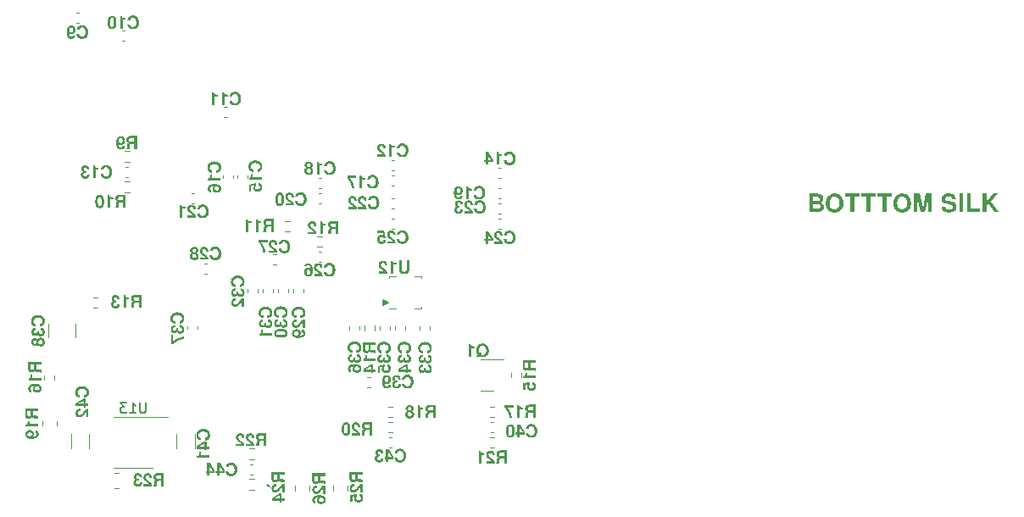
<source format=gbr>
%TF.GenerationSoftware,KiCad,Pcbnew,8.0.5-8.0.5-0~ubuntu22.04.1*%
%TF.CreationDate,2024-09-14T12:25:04-07:00*%
%TF.ProjectId,IMU-2X,494d552d-3258-42e6-9b69-6361645f7063,2*%
%TF.SameCoordinates,Original*%
%TF.FileFunction,Legend,Bot*%
%TF.FilePolarity,Positive*%
%FSLAX46Y46*%
G04 Gerber Fmt 4.6, Leading zero omitted, Abs format (unit mm)*
G04 Created by KiCad (PCBNEW 8.0.5-8.0.5-0~ubuntu22.04.1) date 2024-09-14 12:25:04*
%MOMM*%
%LPD*%
G01*
G04 APERTURE LIST*
%ADD10C,0.150000*%
%ADD11C,0.300000*%
%ADD12C,0.228600*%
%ADD13C,0.120000*%
G04 APERTURE END LIST*
D10*
X171509200Y-110954536D02*
X171001200Y-111208536D01*
X171001200Y-110700536D01*
X171509200Y-110954536D01*
G36*
X171509200Y-110954536D02*
G01*
X171001200Y-111208536D01*
X171001200Y-110700536D01*
X171509200Y-110954536D01*
G37*
X159359600Y-129235200D02*
X159664400Y-129387600D01*
D11*
G36*
X214465007Y-100113217D02*
G01*
X214558543Y-100126873D01*
X214643089Y-100150282D01*
X214666699Y-100159207D01*
X214750994Y-100200754D01*
X214822328Y-100254998D01*
X214852130Y-100288184D01*
X214902091Y-100361109D01*
X214940720Y-100441913D01*
X214963926Y-100530208D01*
X214968513Y-100589563D01*
X214958980Y-100680022D01*
X214927394Y-100765897D01*
X214910755Y-100793667D01*
X214851352Y-100863385D01*
X214781046Y-100922154D01*
X214718377Y-100964767D01*
X214805575Y-101022402D01*
X214877994Y-101084299D01*
X214935634Y-101150459D01*
X214985292Y-101235476D01*
X215013669Y-101326631D01*
X215021058Y-101407281D01*
X215013459Y-101496305D01*
X214990660Y-101582724D01*
X214954553Y-101661731D01*
X214906391Y-101734782D01*
X214894253Y-101750350D01*
X214829656Y-101812014D01*
X214750563Y-101859393D01*
X214695795Y-101882800D01*
X214608094Y-101909136D01*
X214520751Y-101924498D01*
X214425439Y-101931960D01*
X214380519Y-101932741D01*
X213560195Y-101932741D01*
X213560195Y-101620071D01*
X213935399Y-101620071D01*
X214383125Y-101620071D01*
X214477430Y-101611811D01*
X214562792Y-101581297D01*
X214627830Y-101518892D01*
X214658181Y-101427120D01*
X214660620Y-101385134D01*
X214647341Y-101292407D01*
X214599647Y-101214321D01*
X214517265Y-101165982D01*
X214416728Y-101148087D01*
X214383125Y-101147157D01*
X213935399Y-101147157D01*
X213935399Y-101620071D01*
X213560195Y-101620071D01*
X213560195Y-100834487D01*
X213935399Y-100834487D01*
X214343173Y-100834487D01*
X214433198Y-100827281D01*
X214524257Y-100795254D01*
X214587120Y-100728598D01*
X214607815Y-100642126D01*
X214608074Y-100629515D01*
X214591517Y-100538699D01*
X214533312Y-100467547D01*
X214446391Y-100431870D01*
X214359470Y-100422140D01*
X214343173Y-100421937D01*
X213935399Y-100421937D01*
X213935399Y-100834487D01*
X213560195Y-100834487D01*
X213560195Y-100109267D01*
X214373137Y-100109267D01*
X214465007Y-100113217D01*
G37*
G36*
X216182721Y-100083469D02*
G01*
X216274371Y-100095968D01*
X216361258Y-100116799D01*
X216443381Y-100145962D01*
X216539337Y-100194134D01*
X216627850Y-100255325D01*
X216693301Y-100313652D01*
X216724241Y-100345941D01*
X216781136Y-100415131D01*
X216830446Y-100489601D01*
X216872169Y-100569349D01*
X216906306Y-100654376D01*
X216932857Y-100744683D01*
X216951822Y-100840269D01*
X216963201Y-100941133D01*
X216966994Y-101047277D01*
X216963263Y-101146438D01*
X216952067Y-101241338D01*
X216933407Y-101331977D01*
X216907283Y-101418355D01*
X216873696Y-101500472D01*
X216832644Y-101578327D01*
X216784129Y-101651921D01*
X216728149Y-101721254D01*
X216665914Y-101784256D01*
X216581020Y-101851196D01*
X216488239Y-101905010D01*
X216387570Y-101945699D01*
X216301355Y-101968800D01*
X216210091Y-101983501D01*
X216113780Y-101989801D01*
X216088913Y-101990063D01*
X215991930Y-101985884D01*
X215899873Y-101973344D01*
X215812742Y-101952445D01*
X215730537Y-101923187D01*
X215634708Y-101874858D01*
X215546577Y-101813467D01*
X215481614Y-101754950D01*
X215450980Y-101722557D01*
X215394695Y-101653292D01*
X215345915Y-101579250D01*
X215304640Y-101500431D01*
X215270869Y-101416835D01*
X215244603Y-101328462D01*
X215225841Y-101235313D01*
X215214584Y-101137386D01*
X215210848Y-101035117D01*
X215586036Y-101035117D01*
X215589397Y-101122178D01*
X215602302Y-101219317D01*
X215624887Y-101308457D01*
X215657152Y-101389596D01*
X215707027Y-101474148D01*
X215723697Y-101496305D01*
X215788226Y-101563989D01*
X215861357Y-101615049D01*
X215943092Y-101649485D01*
X216033429Y-101667297D01*
X216088913Y-101670011D01*
X216183362Y-101661761D01*
X216269499Y-101637012D01*
X216347324Y-101595763D01*
X216416837Y-101538015D01*
X216452826Y-101497608D01*
X216506973Y-101416859D01*
X216547821Y-101325845D01*
X216572249Y-101239662D01*
X216586905Y-101145938D01*
X216591791Y-101044671D01*
X216588461Y-100955452D01*
X216575678Y-100856114D01*
X216553306Y-100765204D01*
X216521347Y-100682721D01*
X216471944Y-100597142D01*
X216455432Y-100574798D01*
X216391286Y-100506437D01*
X216318164Y-100454866D01*
X216236064Y-100420086D01*
X216144987Y-100402096D01*
X216088913Y-100399355D01*
X215993660Y-100407688D01*
X215907009Y-100432687D01*
X215828962Y-100474351D01*
X215759517Y-100532681D01*
X215723697Y-100573495D01*
X215670058Y-100654956D01*
X215629593Y-100747348D01*
X215605394Y-100835241D01*
X215590875Y-100931164D01*
X215586036Y-101035117D01*
X215210848Y-101035117D01*
X215210832Y-101034683D01*
X215214604Y-100931980D01*
X215225922Y-100834053D01*
X215244786Y-100740904D01*
X215271194Y-100652531D01*
X215305148Y-100568935D01*
X215346648Y-100490116D01*
X215395692Y-100416074D01*
X215452282Y-100346809D01*
X215515006Y-100284112D01*
X215600053Y-100217497D01*
X215692478Y-100163943D01*
X215792282Y-100123452D01*
X215877439Y-100100463D01*
X215967318Y-100085834D01*
X216061919Y-100079564D01*
X216086308Y-100079303D01*
X216182721Y-100083469D01*
G37*
G36*
X218059602Y-100421937D02*
G01*
X218059602Y-101932741D01*
X217684398Y-101932741D01*
X217684398Y-100421937D01*
X217131580Y-100421937D01*
X217131580Y-100109267D01*
X218592444Y-100109267D01*
X218592444Y-100421937D01*
X218059602Y-100421937D01*
G37*
G36*
X219661167Y-100421937D02*
G01*
X219661167Y-101932741D01*
X219285963Y-101932741D01*
X219285963Y-100421937D01*
X218733145Y-100421937D01*
X218733145Y-100109267D01*
X220194009Y-100109267D01*
X220194009Y-100421937D01*
X219661167Y-100421937D01*
G37*
G36*
X221262732Y-100421937D02*
G01*
X221262732Y-101932741D01*
X220887528Y-101932741D01*
X220887528Y-100421937D01*
X220334710Y-100421937D01*
X220334710Y-100109267D01*
X221795573Y-100109267D01*
X221795573Y-100421937D01*
X221262732Y-100421937D01*
G37*
G36*
X222932917Y-100083469D02*
G01*
X223024567Y-100095968D01*
X223111454Y-100116799D01*
X223193577Y-100145962D01*
X223289533Y-100194134D01*
X223378046Y-100255325D01*
X223443498Y-100313652D01*
X223474437Y-100345941D01*
X223531333Y-100415131D01*
X223580642Y-100489601D01*
X223622365Y-100569349D01*
X223656502Y-100654376D01*
X223683054Y-100744683D01*
X223702019Y-100840269D01*
X223713398Y-100941133D01*
X223717191Y-101047277D01*
X223713459Y-101146438D01*
X223702263Y-101241338D01*
X223683603Y-101331977D01*
X223657479Y-101418355D01*
X223623892Y-101500472D01*
X223582840Y-101578327D01*
X223534325Y-101651921D01*
X223478346Y-101721254D01*
X223416110Y-101784256D01*
X223331217Y-101851196D01*
X223238435Y-101905010D01*
X223137766Y-101945699D01*
X223051551Y-101968800D01*
X222960288Y-101983501D01*
X222863976Y-101989801D01*
X222839109Y-101990063D01*
X222742126Y-101985884D01*
X222650069Y-101973344D01*
X222562938Y-101952445D01*
X222480733Y-101923187D01*
X222384905Y-101874858D01*
X222296773Y-101813467D01*
X222231810Y-101754950D01*
X222201176Y-101722557D01*
X222144891Y-101653292D01*
X222096111Y-101579250D01*
X222054836Y-101500431D01*
X222021065Y-101416835D01*
X221994799Y-101328462D01*
X221976037Y-101235313D01*
X221964780Y-101137386D01*
X221961044Y-101035117D01*
X222336232Y-101035117D01*
X222339593Y-101122178D01*
X222352499Y-101219317D01*
X222375084Y-101308457D01*
X222407348Y-101389596D01*
X222457224Y-101474148D01*
X222473893Y-101496305D01*
X222538422Y-101563989D01*
X222611553Y-101615049D01*
X222693288Y-101649485D01*
X222783625Y-101667297D01*
X222839109Y-101670011D01*
X222933558Y-101661761D01*
X223019695Y-101637012D01*
X223097520Y-101595763D01*
X223167033Y-101538015D01*
X223203022Y-101497608D01*
X223257170Y-101416859D01*
X223298018Y-101325845D01*
X223322445Y-101239662D01*
X223337101Y-101145938D01*
X223341987Y-101044671D01*
X223338658Y-100955452D01*
X223325874Y-100856114D01*
X223303503Y-100765204D01*
X223271544Y-100682721D01*
X223222140Y-100597142D01*
X223205628Y-100574798D01*
X223141482Y-100506437D01*
X223068360Y-100454866D01*
X222986260Y-100420086D01*
X222895184Y-100402096D01*
X222839109Y-100399355D01*
X222743856Y-100407688D01*
X222657205Y-100432687D01*
X222579158Y-100474351D01*
X222509713Y-100532681D01*
X222473893Y-100573495D01*
X222420254Y-100654956D01*
X222379789Y-100747348D01*
X222355591Y-100835241D01*
X222341072Y-100931164D01*
X222336232Y-101035117D01*
X221961044Y-101035117D01*
X221961028Y-101034683D01*
X221964801Y-100931980D01*
X221976119Y-100834053D01*
X221994982Y-100740904D01*
X222021391Y-100652531D01*
X222055345Y-100568935D01*
X222096844Y-100490116D01*
X222145889Y-100416074D01*
X222202479Y-100346809D01*
X222265203Y-100284112D01*
X222350249Y-100217497D01*
X222442674Y-100163943D01*
X222542478Y-100123452D01*
X222627635Y-100100463D01*
X222717514Y-100085834D01*
X222812115Y-100079564D01*
X222836504Y-100079303D01*
X222932917Y-100083469D01*
G37*
G36*
X224382049Y-100511829D02*
G01*
X224382049Y-101932741D01*
X224006845Y-101932741D01*
X224006845Y-100109267D01*
X224567045Y-100109267D01*
X224897085Y-101560142D01*
X225217572Y-100109267D01*
X225782549Y-100109267D01*
X225782549Y-101932741D01*
X225407345Y-101932741D01*
X225407345Y-100511829D01*
X225084687Y-101932741D01*
X224709483Y-101932741D01*
X224382049Y-100511829D01*
G37*
G36*
X228200530Y-100664690D02*
G01*
X227850513Y-100664690D01*
X227830977Y-100567729D01*
X227787348Y-100490829D01*
X227719629Y-100433989D01*
X227627817Y-100397211D01*
X227532905Y-100381887D01*
X227467927Y-100379379D01*
X227375291Y-100386614D01*
X227290385Y-100411011D01*
X227237767Y-100440610D01*
X227176673Y-100507079D01*
X227152984Y-100591678D01*
X227152651Y-100604328D01*
X227170782Y-100691723D01*
X227225174Y-100753280D01*
X227305169Y-100791436D01*
X227395380Y-100818934D01*
X227485504Y-100839772D01*
X227497891Y-100842304D01*
X227782768Y-100897021D01*
X227872707Y-100918324D01*
X227965401Y-100949275D01*
X228044921Y-100986792D01*
X228119669Y-101037709D01*
X228150590Y-101066384D01*
X228206219Y-101140697D01*
X228243643Y-101230261D01*
X228261624Y-101322678D01*
X228265670Y-101399899D01*
X228258723Y-101499700D01*
X228237883Y-101590982D01*
X228203151Y-101673745D01*
X228154525Y-101747988D01*
X228092006Y-101813713D01*
X228068080Y-101833728D01*
X227988533Y-101886858D01*
X227898086Y-101928995D01*
X227814386Y-101955712D01*
X227723116Y-101974796D01*
X227624277Y-101986247D01*
X227517867Y-101990063D01*
X227412293Y-101986278D01*
X227314332Y-101974923D01*
X227223982Y-101955999D01*
X227141245Y-101929504D01*
X227052009Y-101887718D01*
X226973735Y-101835031D01*
X226907287Y-101772054D01*
X226853206Y-101699398D01*
X226811491Y-101617063D01*
X226782143Y-101525048D01*
X226765161Y-101423354D01*
X226762248Y-101387305D01*
X227127464Y-101387305D01*
X227142994Y-101472758D01*
X227181531Y-101550985D01*
X227242544Y-101612688D01*
X227324852Y-101656697D01*
X227417133Y-101680853D01*
X227514400Y-101689685D01*
X227537843Y-101689987D01*
X227627931Y-101684869D01*
X227714733Y-101667176D01*
X227800422Y-101629263D01*
X227806653Y-101625282D01*
X227870759Y-101564114D01*
X227903248Y-101479805D01*
X227905665Y-101445062D01*
X227890786Y-101358189D01*
X227837345Y-101282519D01*
X227827932Y-101274831D01*
X227746922Y-101230224D01*
X227659832Y-101201471D01*
X227574648Y-101181950D01*
X227563031Y-101179727D01*
X227307684Y-101129787D01*
X227209241Y-101107975D01*
X227122036Y-101081950D01*
X227034498Y-101046261D01*
X226953182Y-100998452D01*
X226912504Y-100964767D01*
X226855615Y-100893565D01*
X226817344Y-100806493D01*
X226798956Y-100715772D01*
X226794818Y-100639503D01*
X226801185Y-100543448D01*
X226820284Y-100455911D01*
X226858659Y-100364552D01*
X226914365Y-100284789D01*
X226975906Y-100225650D01*
X227049122Y-100175914D01*
X227132628Y-100136469D01*
X227226424Y-100107314D01*
X227312447Y-100090879D01*
X227405617Y-100081589D01*
X227485298Y-100079303D01*
X227573026Y-100082070D01*
X227663448Y-100091122D01*
X227668991Y-100091896D01*
X227754837Y-100109212D01*
X227839264Y-100136048D01*
X227857896Y-100143139D01*
X227940352Y-100181280D01*
X228016891Y-100231738D01*
X228030733Y-100243020D01*
X228093474Y-100310920D01*
X228139360Y-100386748D01*
X228151892Y-100413252D01*
X228181531Y-100499500D01*
X228196683Y-100587038D01*
X228200530Y-100664690D01*
G37*
G36*
X228931396Y-100109267D02*
G01*
X228931396Y-101932741D01*
X228556192Y-101932741D01*
X228556192Y-100109267D01*
X228931396Y-100109267D01*
G37*
G36*
X229702648Y-100109267D02*
G01*
X229702648Y-101620071D01*
X230575519Y-101620071D01*
X230575519Y-101932741D01*
X229327445Y-101932741D01*
X229327445Y-100109267D01*
X229702648Y-100109267D01*
G37*
G36*
X231243416Y-101322600D02*
G01*
X231243416Y-101932741D01*
X230868212Y-101932741D01*
X230868212Y-100109267D01*
X231243416Y-100109267D01*
X231243416Y-100909615D01*
X231956043Y-100109267D01*
X232398992Y-100109267D01*
X231671166Y-100894850D01*
X232476291Y-101932741D01*
X232028565Y-101932741D01*
X231431018Y-101127181D01*
X231243416Y-101322600D01*
G37*
D10*
G36*
X156256966Y-109182511D02*
G01*
X156189499Y-109162453D01*
X156133467Y-109133687D01*
X156081322Y-109087671D01*
X156045645Y-109029115D01*
X156026433Y-108958017D01*
X156022774Y-108903652D01*
X156028593Y-108837374D01*
X156046048Y-108777775D01*
X156080246Y-108717840D01*
X156129644Y-108666630D01*
X156144368Y-108655191D01*
X156201972Y-108620382D01*
X156268659Y-108594123D01*
X156333050Y-108578419D01*
X156404115Y-108568997D01*
X156468433Y-108565944D01*
X156481853Y-108565857D01*
X156546078Y-108567969D01*
X156617150Y-108576083D01*
X156681679Y-108590281D01*
X156748693Y-108614537D01*
X156806801Y-108647075D01*
X156814375Y-108652399D01*
X156861029Y-108693678D01*
X156900316Y-108748886D01*
X156924637Y-108812664D01*
X156933640Y-108875499D01*
X156934108Y-108894656D01*
X156928734Y-108961022D01*
X156910159Y-109025495D01*
X156878317Y-109080214D01*
X156866177Y-109094728D01*
X156818146Y-109135555D01*
X156758968Y-109164205D01*
X156696176Y-109179579D01*
X156673239Y-109182511D01*
X156673239Y-109443380D01*
X156740783Y-109436051D01*
X156803827Y-109422012D01*
X156862374Y-109401263D01*
X156926692Y-109367509D01*
X156984532Y-109324092D01*
X157027785Y-109280531D01*
X157072375Y-109221065D01*
X157102487Y-109166496D01*
X157126192Y-109107368D01*
X157143490Y-109043681D01*
X157154382Y-108975435D01*
X157158866Y-108902630D01*
X157158994Y-108887522D01*
X157156135Y-108821423D01*
X157147556Y-108758833D01*
X157128790Y-108685529D01*
X157101088Y-108617709D01*
X157064451Y-108555371D01*
X157018876Y-108498517D01*
X156975983Y-108456980D01*
X156915581Y-108411138D01*
X156848757Y-108373066D01*
X156790675Y-108348203D01*
X156728482Y-108328312D01*
X156662179Y-108313394D01*
X156591766Y-108303448D01*
X156517244Y-108298475D01*
X156478441Y-108297854D01*
X156401412Y-108300364D01*
X156328523Y-108307896D01*
X156259773Y-108320449D01*
X156195161Y-108338023D01*
X156134689Y-108360619D01*
X156078356Y-108388235D01*
X156013760Y-108429817D01*
X155978107Y-108458531D01*
X155925116Y-108511627D01*
X155881107Y-108570296D01*
X155846079Y-108634539D01*
X155820032Y-108704356D01*
X155802967Y-108779746D01*
X155795782Y-108844071D01*
X155794165Y-108894656D01*
X155797179Y-108964649D01*
X155806221Y-109030582D01*
X155821292Y-109092456D01*
X155847333Y-109161347D01*
X155882055Y-109224393D01*
X155917620Y-109272466D01*
X155967071Y-109323265D01*
X156023065Y-109364926D01*
X156085602Y-109397449D01*
X156154682Y-109420833D01*
X156217247Y-109433339D01*
X156256966Y-109437796D01*
X156256966Y-109182511D01*
G37*
G36*
X156228429Y-109576140D02*
G01*
X156163576Y-109579402D01*
X156099098Y-109590402D01*
X156055034Y-109603747D01*
X155995526Y-109630634D01*
X155942639Y-109668051D01*
X155937162Y-109673229D01*
X155896254Y-109722254D01*
X155868300Y-109772490D01*
X155845518Y-109831623D01*
X155833559Y-109880745D01*
X155826048Y-109942795D01*
X155824564Y-109987140D01*
X155827868Y-110053479D01*
X155840075Y-110124204D01*
X155861278Y-110187745D01*
X155891475Y-110244101D01*
X155918551Y-110279958D01*
X155969344Y-110327727D01*
X156028047Y-110361848D01*
X156094660Y-110382320D01*
X156159435Y-110389038D01*
X156169183Y-110389144D01*
X156231618Y-110383604D01*
X156291577Y-110365100D01*
X156320555Y-110349750D01*
X156370638Y-110309808D01*
X156414505Y-110258852D01*
X156439047Y-110222883D01*
X156470099Y-110278714D01*
X156509091Y-110330101D01*
X156557440Y-110373682D01*
X156566845Y-110380149D01*
X156623197Y-110408581D01*
X156687760Y-110425212D01*
X156753578Y-110430089D01*
X156820582Y-110425847D01*
X156882243Y-110413121D01*
X156947427Y-110387550D01*
X157005338Y-110350432D01*
X157049188Y-110309426D01*
X157091974Y-110252868D01*
X157124251Y-110188502D01*
X157143553Y-110127117D01*
X157155134Y-110059997D01*
X157158994Y-109987140D01*
X157155069Y-109916882D01*
X157143291Y-109852208D01*
X157123662Y-109793117D01*
X157090838Y-109731235D01*
X157047327Y-109676952D01*
X156994761Y-109632022D01*
X156934774Y-109597927D01*
X156867366Y-109574668D01*
X156803680Y-109563356D01*
X156746444Y-109560011D01*
X156746444Y-109802888D01*
X156813804Y-109812859D01*
X156874777Y-109839405D01*
X156921233Y-109889408D01*
X156941557Y-109950368D01*
X156944654Y-109992413D01*
X156935849Y-110054337D01*
X156906672Y-110110147D01*
X156891302Y-110127345D01*
X156838529Y-110163392D01*
X156774118Y-110179253D01*
X156753578Y-110180077D01*
X156688516Y-110170694D01*
X156632915Y-110142544D01*
X156588144Y-110095575D01*
X156564053Y-110042353D01*
X156554747Y-109980781D01*
X156551755Y-109913623D01*
X156551645Y-109895945D01*
X156383834Y-109895945D01*
X156383834Y-109917348D01*
X156379161Y-109981151D01*
X156361219Y-110043441D01*
X156323278Y-110096430D01*
X156267021Y-110128224D01*
X156204222Y-110138606D01*
X156192447Y-110138822D01*
X156130429Y-110130926D01*
X156073000Y-110100105D01*
X156070233Y-110097567D01*
X156036107Y-110044433D01*
X156026496Y-109981557D01*
X156034304Y-109916766D01*
X156066025Y-109860314D01*
X156082020Y-109847555D01*
X156141316Y-109822517D01*
X156203316Y-109811508D01*
X156249832Y-109808471D01*
X156249832Y-109576140D01*
X156228429Y-109576140D01*
G37*
G36*
X156226568Y-111415868D02*
G01*
X156290575Y-111411415D01*
X156356574Y-111396231D01*
X156417954Y-111370270D01*
X156473550Y-111336239D01*
X156522622Y-111296417D01*
X156561571Y-111255190D01*
X156600424Y-111206805D01*
X156640467Y-111153101D01*
X156668897Y-111112193D01*
X156706919Y-111058032D01*
X156747471Y-111005353D01*
X156775912Y-110971058D01*
X156819808Y-110925649D01*
X156872013Y-110886675D01*
X156894714Y-110874589D01*
X156894714Y-111410595D01*
X157118050Y-111410595D01*
X157118050Y-110549512D01*
X157054986Y-110554728D01*
X156987834Y-110565472D01*
X156927599Y-110581233D01*
X156867228Y-110605389D01*
X156840431Y-110619924D01*
X156788339Y-110656972D01*
X156741772Y-110699536D01*
X156694285Y-110751569D01*
X156652849Y-110803706D01*
X156624850Y-110842329D01*
X156580953Y-110903952D01*
X156540766Y-110958153D01*
X156497440Y-111013398D01*
X156453647Y-111064344D01*
X156408028Y-111108471D01*
X156350101Y-111143440D01*
X156288417Y-111161317D01*
X156231841Y-111165856D01*
X156166513Y-111159182D01*
X156108440Y-111136889D01*
X156082641Y-111118397D01*
X156043455Y-111066085D01*
X156028527Y-111002624D01*
X156028047Y-110987187D01*
X156037825Y-110923924D01*
X156070225Y-110869879D01*
X156087293Y-110854117D01*
X156142807Y-110823389D01*
X156207590Y-110808929D01*
X156251383Y-110806658D01*
X156292638Y-110806658D01*
X156292638Y-110567192D01*
X156247971Y-110565641D01*
X156176052Y-110569502D01*
X156110349Y-110581083D01*
X156050862Y-110600385D01*
X155989317Y-110632662D01*
X155936232Y-110675448D01*
X155892720Y-110727645D01*
X155859896Y-110788153D01*
X155837759Y-110856974D01*
X155827290Y-110922579D01*
X155824564Y-110981914D01*
X155828391Y-111054018D01*
X155839875Y-111120278D01*
X155859013Y-111180692D01*
X155891017Y-111243787D01*
X155933440Y-111298927D01*
X155984680Y-111344493D01*
X156043134Y-111378867D01*
X156108802Y-111402050D01*
X156170829Y-111413013D01*
X156226568Y-111415868D01*
G37*
G36*
X145722488Y-82765966D02*
G01*
X145742546Y-82698499D01*
X145771312Y-82642467D01*
X145817328Y-82590322D01*
X145875884Y-82554645D01*
X145946982Y-82535433D01*
X146001347Y-82531774D01*
X146067625Y-82537593D01*
X146127224Y-82555048D01*
X146187159Y-82589246D01*
X146238369Y-82638644D01*
X146249808Y-82653368D01*
X146284617Y-82710972D01*
X146310876Y-82777659D01*
X146326580Y-82842050D01*
X146336002Y-82913115D01*
X146339055Y-82977433D01*
X146339142Y-82990853D01*
X146337030Y-83055078D01*
X146328916Y-83126150D01*
X146314718Y-83190679D01*
X146290462Y-83257693D01*
X146257924Y-83315801D01*
X146252600Y-83323375D01*
X146211321Y-83370029D01*
X146156113Y-83409316D01*
X146092335Y-83433637D01*
X146029500Y-83442640D01*
X146010343Y-83443108D01*
X145943977Y-83437734D01*
X145879504Y-83419159D01*
X145824785Y-83387317D01*
X145810271Y-83375177D01*
X145769444Y-83327146D01*
X145740794Y-83267968D01*
X145725420Y-83205176D01*
X145722488Y-83182239D01*
X145461619Y-83182239D01*
X145468948Y-83249783D01*
X145482987Y-83312827D01*
X145503736Y-83371374D01*
X145537490Y-83435692D01*
X145580907Y-83493532D01*
X145624468Y-83536785D01*
X145683934Y-83581375D01*
X145738503Y-83611487D01*
X145797631Y-83635192D01*
X145861318Y-83652490D01*
X145929564Y-83663382D01*
X146002369Y-83667866D01*
X146017477Y-83667994D01*
X146083576Y-83665135D01*
X146146166Y-83656556D01*
X146219470Y-83637790D01*
X146287290Y-83610088D01*
X146349628Y-83573451D01*
X146406482Y-83527876D01*
X146448019Y-83484983D01*
X146493861Y-83424581D01*
X146531933Y-83357757D01*
X146556796Y-83299675D01*
X146576687Y-83237482D01*
X146591605Y-83171179D01*
X146601551Y-83100766D01*
X146606524Y-83026244D01*
X146607145Y-82987441D01*
X146604635Y-82910412D01*
X146597103Y-82837523D01*
X146584550Y-82768773D01*
X146566976Y-82704161D01*
X146544380Y-82643689D01*
X146516764Y-82587356D01*
X146475182Y-82522760D01*
X146446468Y-82487107D01*
X146393372Y-82434116D01*
X146334703Y-82390107D01*
X146270460Y-82355079D01*
X146200643Y-82329032D01*
X146125253Y-82311967D01*
X146060928Y-82304782D01*
X146010343Y-82303165D01*
X145940350Y-82306179D01*
X145874417Y-82315221D01*
X145812543Y-82330292D01*
X145743652Y-82356333D01*
X145680606Y-82391055D01*
X145632533Y-82426620D01*
X145581734Y-82476071D01*
X145540073Y-82532065D01*
X145507550Y-82594602D01*
X145484166Y-82663682D01*
X145471660Y-82726247D01*
X145467203Y-82765966D01*
X145722488Y-82765966D01*
G37*
G36*
X144971522Y-82753249D02*
G01*
X145275196Y-82753249D01*
X145275196Y-82587298D01*
X145197213Y-82583750D01*
X145127663Y-82573107D01*
X145066546Y-82555368D01*
X145002009Y-82523216D01*
X144950649Y-82479978D01*
X144912466Y-82425652D01*
X144887461Y-82360240D01*
X144721510Y-82360240D01*
X144721510Y-83627050D01*
X144971522Y-83627050D01*
X144971522Y-82753249D01*
G37*
G36*
X143965138Y-82335080D02*
G01*
X144032310Y-82344343D01*
X144103840Y-82366575D01*
X144165468Y-82400933D01*
X144217194Y-82447417D01*
X144259019Y-82506029D01*
X144265068Y-82516936D01*
X144292436Y-82575908D01*
X144315002Y-82642272D01*
X144332766Y-82716026D01*
X144343521Y-82780351D01*
X144351203Y-82849407D01*
X144355812Y-82923193D01*
X144357349Y-83001710D01*
X144356413Y-83064915D01*
X144353055Y-83133079D01*
X144347253Y-83196901D01*
X144337807Y-83263509D01*
X144333845Y-83284629D01*
X144319079Y-83345995D01*
X144297608Y-83410668D01*
X144270806Y-83471645D01*
X144267801Y-83477515D01*
X144233450Y-83531520D01*
X144186637Y-83581058D01*
X144135874Y-83617123D01*
X144113322Y-83629046D01*
X144051642Y-83651899D01*
X143989655Y-83663970D01*
X143921534Y-83667994D01*
X143898084Y-83667547D01*
X143831792Y-83660841D01*
X143765272Y-83643950D01*
X143706263Y-83617123D01*
X143695340Y-83610590D01*
X143645704Y-83572689D01*
X143604367Y-83526064D01*
X143571331Y-83470715D01*
X143562844Y-83452659D01*
X143537981Y-83390428D01*
X143518388Y-83325046D01*
X143505261Y-83263509D01*
X143497526Y-83213155D01*
X143490372Y-83144009D01*
X143486650Y-83078384D01*
X143485409Y-83008844D01*
X143485431Y-83003571D01*
X143735421Y-83003571D01*
X143735515Y-83025833D01*
X143736933Y-83088970D01*
X143740737Y-83155710D01*
X143747920Y-83222861D01*
X143759616Y-83286773D01*
X143764277Y-83305405D01*
X143785433Y-83367557D01*
X143822274Y-83421705D01*
X143860204Y-83443545D01*
X143921534Y-83453654D01*
X143964936Y-83449030D01*
X144022345Y-83420774D01*
X144038446Y-83402929D01*
X144066282Y-83347289D01*
X144084073Y-83284912D01*
X144086890Y-83271766D01*
X144097318Y-83204905D01*
X144103497Y-83134884D01*
X144106519Y-83065442D01*
X144107337Y-82999849D01*
X144107295Y-82983605D01*
X144105832Y-82907123D01*
X144102279Y-82838531D01*
X144095256Y-82766638D01*
X144083258Y-82697124D01*
X144064531Y-82636618D01*
X144035788Y-82587736D01*
X143983494Y-82547445D01*
X143921534Y-82535496D01*
X143868808Y-82545705D01*
X143816813Y-82584905D01*
X143782880Y-82640030D01*
X143769207Y-82676468D01*
X143753959Y-82740153D01*
X143744505Y-82806507D01*
X143739175Y-82870098D01*
X143736162Y-82941233D01*
X143735421Y-83003571D01*
X143485431Y-83003571D01*
X143485490Y-82989114D01*
X143487053Y-82922599D01*
X143490605Y-82860031D01*
X143497099Y-82793360D01*
X143506192Y-82731846D01*
X143510276Y-82709966D01*
X143525472Y-82646975D01*
X143547536Y-82581648D01*
X143575053Y-82521228D01*
X143608859Y-82467551D01*
X143654722Y-82418862D01*
X143709675Y-82381023D01*
X143731917Y-82369899D01*
X143792821Y-82348580D01*
X143854111Y-82337318D01*
X143921534Y-82333564D01*
X143965138Y-82335080D01*
G37*
G36*
X180352088Y-101215166D02*
G01*
X180372146Y-101147699D01*
X180400912Y-101091667D01*
X180446928Y-101039522D01*
X180505484Y-101003845D01*
X180576582Y-100984633D01*
X180630947Y-100980974D01*
X180697225Y-100986793D01*
X180756824Y-101004248D01*
X180816759Y-101038446D01*
X180867969Y-101087844D01*
X180879408Y-101102568D01*
X180914217Y-101160172D01*
X180940476Y-101226859D01*
X180956180Y-101291250D01*
X180965602Y-101362315D01*
X180968655Y-101426633D01*
X180968742Y-101440053D01*
X180966630Y-101504278D01*
X180958516Y-101575350D01*
X180944318Y-101639879D01*
X180920062Y-101706893D01*
X180887524Y-101765001D01*
X180882200Y-101772575D01*
X180840921Y-101819229D01*
X180785713Y-101858516D01*
X180721935Y-101882837D01*
X180659100Y-101891840D01*
X180639943Y-101892308D01*
X180573577Y-101886934D01*
X180509104Y-101868359D01*
X180454385Y-101836517D01*
X180439871Y-101824377D01*
X180399044Y-101776346D01*
X180370394Y-101717168D01*
X180355020Y-101654376D01*
X180352088Y-101631439D01*
X180091219Y-101631439D01*
X180098548Y-101698983D01*
X180112587Y-101762027D01*
X180133336Y-101820574D01*
X180167090Y-101884892D01*
X180210507Y-101942732D01*
X180254068Y-101985985D01*
X180313534Y-102030575D01*
X180368103Y-102060687D01*
X180427231Y-102084392D01*
X180490918Y-102101690D01*
X180559164Y-102112582D01*
X180631969Y-102117066D01*
X180647077Y-102117194D01*
X180713176Y-102114335D01*
X180775766Y-102105756D01*
X180849070Y-102086990D01*
X180916890Y-102059288D01*
X180979228Y-102022651D01*
X181036082Y-101977076D01*
X181077619Y-101934183D01*
X181123461Y-101873781D01*
X181161533Y-101806957D01*
X181186396Y-101748875D01*
X181206287Y-101686682D01*
X181221205Y-101620379D01*
X181231151Y-101549966D01*
X181236124Y-101475444D01*
X181236745Y-101436641D01*
X181234235Y-101359612D01*
X181226703Y-101286723D01*
X181214150Y-101217973D01*
X181196576Y-101153361D01*
X181173980Y-101092889D01*
X181146364Y-101036556D01*
X181104782Y-100971960D01*
X181076068Y-100936307D01*
X181022972Y-100883316D01*
X180964303Y-100839307D01*
X180900060Y-100804279D01*
X180830243Y-100778232D01*
X180754853Y-100761167D01*
X180690528Y-100753982D01*
X180639943Y-100752365D01*
X180569950Y-100755379D01*
X180504017Y-100764421D01*
X180442143Y-100779492D01*
X180373252Y-100805533D01*
X180310206Y-100840255D01*
X180262133Y-100875820D01*
X180211334Y-100925271D01*
X180169673Y-100981265D01*
X180137150Y-101043802D01*
X180113766Y-101112882D01*
X180101260Y-101175447D01*
X180096803Y-101215166D01*
X180352088Y-101215166D01*
G37*
G36*
X179106371Y-101184768D02*
G01*
X179110824Y-101248775D01*
X179126008Y-101314774D01*
X179151969Y-101376154D01*
X179186000Y-101431750D01*
X179225822Y-101480822D01*
X179267049Y-101519771D01*
X179315434Y-101558624D01*
X179369138Y-101598667D01*
X179410046Y-101627097D01*
X179464207Y-101665119D01*
X179516886Y-101705671D01*
X179551181Y-101734112D01*
X179596590Y-101778008D01*
X179635563Y-101830213D01*
X179647650Y-101852914D01*
X179111644Y-101852914D01*
X179111644Y-102076250D01*
X179972727Y-102076250D01*
X179967511Y-102013186D01*
X179956767Y-101946034D01*
X179941006Y-101885799D01*
X179916850Y-101825428D01*
X179902315Y-101798631D01*
X179865266Y-101746539D01*
X179822703Y-101699972D01*
X179770670Y-101652485D01*
X179718533Y-101611049D01*
X179679910Y-101583050D01*
X179618287Y-101539153D01*
X179564086Y-101498966D01*
X179508841Y-101455640D01*
X179457895Y-101411847D01*
X179413768Y-101366228D01*
X179378799Y-101308301D01*
X179360922Y-101246617D01*
X179356383Y-101190041D01*
X179363057Y-101124713D01*
X179385350Y-101066640D01*
X179403842Y-101040841D01*
X179456154Y-101001655D01*
X179519614Y-100986727D01*
X179535052Y-100986247D01*
X179598315Y-100996025D01*
X179652360Y-101028425D01*
X179668122Y-101045493D01*
X179698850Y-101101007D01*
X179713310Y-101165790D01*
X179715581Y-101209583D01*
X179715581Y-101250838D01*
X179955047Y-101250838D01*
X179956598Y-101206171D01*
X179952737Y-101134252D01*
X179941156Y-101068549D01*
X179921854Y-101009062D01*
X179889577Y-100947517D01*
X179846791Y-100894432D01*
X179794594Y-100850920D01*
X179734086Y-100818096D01*
X179665265Y-100795959D01*
X179599660Y-100785490D01*
X179540325Y-100782764D01*
X179468220Y-100786591D01*
X179401961Y-100798075D01*
X179341547Y-100817213D01*
X179278452Y-100849217D01*
X179223312Y-100891640D01*
X179177746Y-100942880D01*
X179143372Y-101001334D01*
X179120189Y-101067002D01*
X179109226Y-101129029D01*
X179106371Y-101184768D01*
G37*
G36*
X178970819Y-101186629D02*
G01*
X178967557Y-101121776D01*
X178956557Y-101057298D01*
X178943212Y-101013234D01*
X178916325Y-100953726D01*
X178878909Y-100900839D01*
X178873730Y-100895362D01*
X178824706Y-100854454D01*
X178774470Y-100826500D01*
X178715337Y-100803718D01*
X178666214Y-100791759D01*
X178604164Y-100784248D01*
X178559819Y-100782764D01*
X178493480Y-100786068D01*
X178422755Y-100798275D01*
X178359214Y-100819478D01*
X178302858Y-100849675D01*
X178267001Y-100876751D01*
X178219232Y-100927544D01*
X178185112Y-100986247D01*
X178164639Y-101052860D01*
X178157922Y-101117635D01*
X178157815Y-101127383D01*
X178163355Y-101189818D01*
X178181859Y-101249777D01*
X178197209Y-101278755D01*
X178237151Y-101328838D01*
X178288107Y-101372705D01*
X178324076Y-101397247D01*
X178268245Y-101428299D01*
X178216858Y-101467291D01*
X178173277Y-101515640D01*
X178166810Y-101525045D01*
X178138378Y-101581397D01*
X178121747Y-101645960D01*
X178116870Y-101711778D01*
X178121112Y-101778782D01*
X178133838Y-101840443D01*
X178159409Y-101905627D01*
X178196527Y-101963538D01*
X178237533Y-102007388D01*
X178294092Y-102050174D01*
X178358457Y-102082451D01*
X178419842Y-102101753D01*
X178486962Y-102113334D01*
X178559819Y-102117194D01*
X178630077Y-102113269D01*
X178694751Y-102101491D01*
X178753842Y-102081862D01*
X178815725Y-102049038D01*
X178870008Y-102005527D01*
X178914937Y-101952961D01*
X178949032Y-101892974D01*
X178972291Y-101825566D01*
X178983603Y-101761880D01*
X178986949Y-101704644D01*
X178744071Y-101704644D01*
X178734100Y-101772004D01*
X178707555Y-101832977D01*
X178657551Y-101879433D01*
X178596591Y-101899757D01*
X178554546Y-101902854D01*
X178492622Y-101894049D01*
X178436812Y-101864872D01*
X178419614Y-101849502D01*
X178383567Y-101796729D01*
X178367706Y-101732318D01*
X178366882Y-101711778D01*
X178376265Y-101646716D01*
X178404415Y-101591115D01*
X178451384Y-101546344D01*
X178504606Y-101522253D01*
X178566178Y-101512947D01*
X178633336Y-101509955D01*
X178651015Y-101509845D01*
X178651015Y-101342034D01*
X178629612Y-101342034D01*
X178565808Y-101337361D01*
X178503518Y-101319419D01*
X178450529Y-101281478D01*
X178418735Y-101225221D01*
X178408353Y-101162422D01*
X178408137Y-101150647D01*
X178416033Y-101088629D01*
X178446854Y-101031200D01*
X178449392Y-101028433D01*
X178502526Y-100994307D01*
X178565403Y-100984696D01*
X178630193Y-100992504D01*
X178686645Y-101024225D01*
X178699404Y-101040220D01*
X178724442Y-101099516D01*
X178735451Y-101161516D01*
X178738488Y-101208032D01*
X178970819Y-101208032D01*
X178970819Y-101186629D01*
G37*
X147288094Y-121022819D02*
X147288094Y-121832342D01*
X147288094Y-121832342D02*
X147240475Y-121927580D01*
X147240475Y-121927580D02*
X147192856Y-121975200D01*
X147192856Y-121975200D02*
X147097618Y-122022819D01*
X147097618Y-122022819D02*
X146907142Y-122022819D01*
X146907142Y-122022819D02*
X146811904Y-121975200D01*
X146811904Y-121975200D02*
X146764285Y-121927580D01*
X146764285Y-121927580D02*
X146716666Y-121832342D01*
X146716666Y-121832342D02*
X146716666Y-121022819D01*
X145716666Y-122022819D02*
X146288094Y-122022819D01*
X146002380Y-122022819D02*
X146002380Y-121022819D01*
X146002380Y-121022819D02*
X146097618Y-121165676D01*
X146097618Y-121165676D02*
X146192856Y-121260914D01*
X146192856Y-121260914D02*
X146288094Y-121308533D01*
X145383332Y-121022819D02*
X144764285Y-121022819D01*
X144764285Y-121022819D02*
X145097618Y-121403771D01*
X145097618Y-121403771D02*
X144954761Y-121403771D01*
X144954761Y-121403771D02*
X144859523Y-121451390D01*
X144859523Y-121451390D02*
X144811904Y-121499009D01*
X144811904Y-121499009D02*
X144764285Y-121594247D01*
X144764285Y-121594247D02*
X144764285Y-121832342D01*
X144764285Y-121832342D02*
X144811904Y-121927580D01*
X144811904Y-121927580D02*
X144859523Y-121975200D01*
X144859523Y-121975200D02*
X144954761Y-122022819D01*
X144954761Y-122022819D02*
X145240475Y-122022819D01*
X145240475Y-122022819D02*
X145335713Y-121975200D01*
X145335713Y-121975200D02*
X145383332Y-121927580D01*
D12*
G36*
X168954450Y-128169490D02*
G01*
X168437986Y-128169490D01*
X168437986Y-128476887D01*
X168438022Y-128482307D01*
X168446096Y-128548260D01*
X168474898Y-128603444D01*
X168530405Y-128635297D01*
X168593390Y-128642838D01*
X168647053Y-128640977D01*
X168668324Y-128640159D01*
X168731114Y-128639426D01*
X168736766Y-128639433D01*
X168801648Y-128640969D01*
X168865115Y-128647491D01*
X168894984Y-128655014D01*
X168954450Y-128680370D01*
X168954450Y-128968225D01*
X168906060Y-128968225D01*
X168859945Y-128923449D01*
X168799045Y-128910840D01*
X168766324Y-128910259D01*
X168698422Y-128908863D01*
X168634645Y-128907118D01*
X168585765Y-128904514D01*
X168522047Y-128897502D01*
X168505082Y-128894982D01*
X168443569Y-128881373D01*
X168395490Y-128849113D01*
X168357027Y-128801964D01*
X168350629Y-128788762D01*
X168325387Y-128730311D01*
X168294968Y-128793668D01*
X168257219Y-128846286D01*
X168202243Y-128895253D01*
X168136710Y-128928757D01*
X168074037Y-128944865D01*
X168004032Y-128950234D01*
X167948057Y-128946690D01*
X167887091Y-128934105D01*
X167830947Y-128912857D01*
X167775423Y-128881373D01*
X167765203Y-128874196D01*
X167719829Y-128828908D01*
X167686089Y-128772496D01*
X167669595Y-128729634D01*
X167656000Y-128665614D01*
X167651968Y-128600032D01*
X167651968Y-128492706D01*
X167875304Y-128492706D01*
X167875596Y-128510355D01*
X167883602Y-128576690D01*
X167908494Y-128635703D01*
X167917766Y-128646608D01*
X167975887Y-128675689D01*
X168041565Y-128682232D01*
X168066744Y-128681490D01*
X168128961Y-128670367D01*
X168180840Y-128634773D01*
X168190580Y-128618873D01*
X168209896Y-128557177D01*
X168214650Y-128492706D01*
X168214650Y-128169490D01*
X167875304Y-128169490D01*
X167875304Y-128492706D01*
X167651968Y-128492706D01*
X167651968Y-127901487D01*
X168954450Y-127901487D01*
X168954450Y-128169490D01*
G37*
G36*
X168062968Y-129961449D02*
G01*
X168126975Y-129956996D01*
X168192974Y-129941811D01*
X168254354Y-129915851D01*
X168309950Y-129881820D01*
X168359022Y-129841998D01*
X168397971Y-129800771D01*
X168436824Y-129752386D01*
X168476867Y-129698682D01*
X168505297Y-129657774D01*
X168543319Y-129603612D01*
X168583871Y-129550934D01*
X168612312Y-129516638D01*
X168656208Y-129471230D01*
X168708413Y-129432256D01*
X168731114Y-129420170D01*
X168731114Y-129956175D01*
X168954450Y-129956175D01*
X168954450Y-129095092D01*
X168891386Y-129100309D01*
X168824234Y-129111053D01*
X168763999Y-129126814D01*
X168703628Y-129150970D01*
X168676831Y-129165505D01*
X168624739Y-129202553D01*
X168578172Y-129245117D01*
X168530685Y-129297150D01*
X168489249Y-129349287D01*
X168461250Y-129387910D01*
X168417353Y-129449533D01*
X168377166Y-129503734D01*
X168333840Y-129558979D01*
X168290047Y-129609925D01*
X168244428Y-129654052D01*
X168186501Y-129689021D01*
X168124817Y-129706898D01*
X168068241Y-129711437D01*
X168002913Y-129704763D01*
X167944840Y-129682470D01*
X167919041Y-129663978D01*
X167879855Y-129611665D01*
X167864927Y-129548205D01*
X167864447Y-129532768D01*
X167874225Y-129469505D01*
X167906625Y-129415460D01*
X167923693Y-129399697D01*
X167979207Y-129368970D01*
X168043990Y-129354510D01*
X168087783Y-129352239D01*
X168129038Y-129352239D01*
X168129038Y-129112773D01*
X168084371Y-129111222D01*
X168012452Y-129115083D01*
X167946749Y-129126664D01*
X167887262Y-129145966D01*
X167825717Y-129178243D01*
X167772632Y-129221029D01*
X167729120Y-129273225D01*
X167696296Y-129333734D01*
X167674159Y-129402555D01*
X167663690Y-129468159D01*
X167660964Y-129527495D01*
X167664791Y-129599599D01*
X167676275Y-129665858D01*
X167695413Y-129726272D01*
X167727417Y-129789368D01*
X167769840Y-129844508D01*
X167821080Y-129890073D01*
X167879534Y-129924448D01*
X167945202Y-129947630D01*
X168007229Y-129958594D01*
X168062968Y-129961449D01*
G37*
G36*
X167687640Y-130902870D02*
G01*
X167910976Y-130902870D01*
X167910976Y-130379272D01*
X168175566Y-130338017D01*
X168138380Y-130396673D01*
X168113364Y-130457831D01*
X168100518Y-130521492D01*
X168098640Y-130557941D01*
X168102914Y-130621256D01*
X168118707Y-130689334D01*
X168146137Y-130751179D01*
X168185204Y-130806789D01*
X168220234Y-130842694D01*
X168276813Y-130885601D01*
X168340428Y-130917969D01*
X168400555Y-130937326D01*
X168465851Y-130948940D01*
X168536316Y-130952811D01*
X168598659Y-130949713D01*
X168668393Y-130937820D01*
X168732588Y-130917006D01*
X168791243Y-130887271D01*
X168844357Y-130848616D01*
X168868837Y-130825944D01*
X168911847Y-130775664D01*
X168945958Y-130719976D01*
X168971171Y-130658878D01*
X168987485Y-130592372D01*
X168994900Y-130520457D01*
X168995394Y-130495283D01*
X168991785Y-130428715D01*
X168980956Y-130366967D01*
X168959198Y-130301019D01*
X168927615Y-130241632D01*
X168892722Y-130195951D01*
X168844760Y-130150947D01*
X168790712Y-130116630D01*
X168730579Y-130093000D01*
X168664360Y-130080057D01*
X168623789Y-130077459D01*
X168623789Y-130323749D01*
X168685067Y-130335210D01*
X168741738Y-130372061D01*
X168773529Y-130433791D01*
X168781054Y-130499005D01*
X168772025Y-130564334D01*
X168741864Y-130622407D01*
X168716845Y-130648206D01*
X168662102Y-130681473D01*
X168600348Y-130698481D01*
X168541589Y-130702799D01*
X168475031Y-130697468D01*
X168412874Y-130679288D01*
X168362300Y-130648206D01*
X168319924Y-130597245D01*
X168299982Y-130538481D01*
X168296850Y-130499005D01*
X168306271Y-130431836D01*
X168338396Y-130375653D01*
X168393319Y-130338017D01*
X168393319Y-130113131D01*
X167687640Y-130225729D01*
X167687640Y-130902870D01*
G37*
D10*
G36*
X183323888Y-104263166D02*
G01*
X183343946Y-104195699D01*
X183372712Y-104139667D01*
X183418728Y-104087522D01*
X183477284Y-104051845D01*
X183548382Y-104032633D01*
X183602747Y-104028974D01*
X183669025Y-104034793D01*
X183728624Y-104052248D01*
X183788559Y-104086446D01*
X183839769Y-104135844D01*
X183851208Y-104150568D01*
X183886017Y-104208172D01*
X183912276Y-104274859D01*
X183927980Y-104339250D01*
X183937402Y-104410315D01*
X183940455Y-104474633D01*
X183940542Y-104488053D01*
X183938430Y-104552278D01*
X183930316Y-104623350D01*
X183916118Y-104687879D01*
X183891862Y-104754893D01*
X183859324Y-104813001D01*
X183854000Y-104820575D01*
X183812721Y-104867229D01*
X183757513Y-104906516D01*
X183693735Y-104930837D01*
X183630900Y-104939840D01*
X183611743Y-104940308D01*
X183545377Y-104934934D01*
X183480904Y-104916359D01*
X183426185Y-104884517D01*
X183411671Y-104872377D01*
X183370844Y-104824346D01*
X183342194Y-104765168D01*
X183326820Y-104702376D01*
X183323888Y-104679439D01*
X183063019Y-104679439D01*
X183070348Y-104746983D01*
X183084387Y-104810027D01*
X183105136Y-104868574D01*
X183138890Y-104932892D01*
X183182307Y-104990732D01*
X183225868Y-105033985D01*
X183285334Y-105078575D01*
X183339903Y-105108687D01*
X183399031Y-105132392D01*
X183462718Y-105149690D01*
X183530964Y-105160582D01*
X183603769Y-105165066D01*
X183618877Y-105165194D01*
X183684976Y-105162335D01*
X183747566Y-105153756D01*
X183820870Y-105134990D01*
X183888690Y-105107288D01*
X183951028Y-105070651D01*
X184007882Y-105025076D01*
X184049419Y-104982183D01*
X184095261Y-104921781D01*
X184133333Y-104854957D01*
X184158196Y-104796875D01*
X184178087Y-104734682D01*
X184193005Y-104668379D01*
X184202951Y-104597966D01*
X184207924Y-104523444D01*
X184208545Y-104484641D01*
X184206035Y-104407612D01*
X184198503Y-104334723D01*
X184185950Y-104265973D01*
X184168376Y-104201361D01*
X184145780Y-104140889D01*
X184118164Y-104084556D01*
X184076582Y-104019960D01*
X184047868Y-103984307D01*
X183994772Y-103931316D01*
X183936103Y-103887307D01*
X183871860Y-103852279D01*
X183802043Y-103826232D01*
X183726653Y-103809167D01*
X183662328Y-103801982D01*
X183611743Y-103800365D01*
X183541750Y-103803379D01*
X183475817Y-103812421D01*
X183413943Y-103827492D01*
X183345052Y-103853533D01*
X183282006Y-103888255D01*
X183233933Y-103923820D01*
X183183134Y-103973271D01*
X183141473Y-104029265D01*
X183108950Y-104091802D01*
X183085566Y-104160882D01*
X183073060Y-104223447D01*
X183068603Y-104263166D01*
X183323888Y-104263166D01*
G37*
G36*
X182078171Y-104232768D02*
G01*
X182082624Y-104296775D01*
X182097808Y-104362774D01*
X182123769Y-104424154D01*
X182157800Y-104479750D01*
X182197622Y-104528822D01*
X182238849Y-104567771D01*
X182287234Y-104606624D01*
X182340938Y-104646667D01*
X182381846Y-104675097D01*
X182436007Y-104713119D01*
X182488686Y-104753671D01*
X182522981Y-104782112D01*
X182568390Y-104826008D01*
X182607363Y-104878213D01*
X182619450Y-104900914D01*
X182083444Y-104900914D01*
X182083444Y-105124250D01*
X182944527Y-105124250D01*
X182939311Y-105061186D01*
X182928567Y-104994034D01*
X182912806Y-104933799D01*
X182888650Y-104873428D01*
X182874115Y-104846631D01*
X182837066Y-104794539D01*
X182794503Y-104747972D01*
X182742470Y-104700485D01*
X182690333Y-104659049D01*
X182651710Y-104631050D01*
X182590087Y-104587153D01*
X182535886Y-104546966D01*
X182480641Y-104503640D01*
X182429695Y-104459847D01*
X182385568Y-104414228D01*
X182350599Y-104356301D01*
X182332722Y-104294617D01*
X182328183Y-104238041D01*
X182334857Y-104172713D01*
X182357150Y-104114640D01*
X182375642Y-104088841D01*
X182427954Y-104049655D01*
X182491414Y-104034727D01*
X182506852Y-104034247D01*
X182570115Y-104044025D01*
X182624160Y-104076425D01*
X182639922Y-104093493D01*
X182670650Y-104149007D01*
X182685110Y-104213790D01*
X182687381Y-104257583D01*
X182687381Y-104298838D01*
X182926847Y-104298838D01*
X182928398Y-104254171D01*
X182924537Y-104182252D01*
X182912956Y-104116549D01*
X182893654Y-104057062D01*
X182861377Y-103995517D01*
X182818591Y-103942432D01*
X182766394Y-103898920D01*
X182705886Y-103866096D01*
X182637065Y-103843959D01*
X182571460Y-103833490D01*
X182512125Y-103830764D01*
X182440020Y-103834591D01*
X182373761Y-103846075D01*
X182313347Y-103865213D01*
X182250252Y-103897217D01*
X182195112Y-103939640D01*
X182149546Y-103990880D01*
X182115172Y-104049334D01*
X182091989Y-104115002D01*
X182081026Y-104177029D01*
X182078171Y-104232768D01*
G37*
G36*
X181967744Y-104632911D02*
G01*
X181967744Y-104843839D01*
X181460276Y-104843839D01*
X181460276Y-105124250D01*
X181210264Y-105124250D01*
X181210264Y-104843839D01*
X181077813Y-104843839D01*
X181077813Y-104636633D01*
X181210264Y-104636633D01*
X181460276Y-104636633D01*
X181790937Y-104636633D01*
X181460276Y-104095044D01*
X181460276Y-104636633D01*
X181210264Y-104636633D01*
X181210264Y-103857440D01*
X181504943Y-103857440D01*
X181967744Y-104632911D01*
G37*
G36*
X160822488Y-105165966D02*
G01*
X160842546Y-105098499D01*
X160871312Y-105042467D01*
X160917328Y-104990322D01*
X160975884Y-104954645D01*
X161046982Y-104935433D01*
X161101347Y-104931774D01*
X161167625Y-104937593D01*
X161227224Y-104955048D01*
X161287159Y-104989246D01*
X161338369Y-105038644D01*
X161349808Y-105053368D01*
X161384617Y-105110972D01*
X161410876Y-105177659D01*
X161426580Y-105242050D01*
X161436002Y-105313115D01*
X161439055Y-105377433D01*
X161439142Y-105390853D01*
X161437030Y-105455078D01*
X161428916Y-105526150D01*
X161414718Y-105590679D01*
X161390462Y-105657693D01*
X161357924Y-105715801D01*
X161352600Y-105723375D01*
X161311321Y-105770029D01*
X161256113Y-105809316D01*
X161192335Y-105833637D01*
X161129500Y-105842640D01*
X161110343Y-105843108D01*
X161043977Y-105837734D01*
X160979504Y-105819159D01*
X160924785Y-105787317D01*
X160910271Y-105775177D01*
X160869444Y-105727146D01*
X160840794Y-105667968D01*
X160825420Y-105605176D01*
X160822488Y-105582239D01*
X160561619Y-105582239D01*
X160568948Y-105649783D01*
X160582987Y-105712827D01*
X160603736Y-105771374D01*
X160637490Y-105835692D01*
X160680907Y-105893532D01*
X160724468Y-105936785D01*
X160783934Y-105981375D01*
X160838503Y-106011487D01*
X160897631Y-106035192D01*
X160961318Y-106052490D01*
X161029564Y-106063382D01*
X161102369Y-106067866D01*
X161117477Y-106067994D01*
X161183576Y-106065135D01*
X161246166Y-106056556D01*
X161319470Y-106037790D01*
X161387290Y-106010088D01*
X161449628Y-105973451D01*
X161506482Y-105927876D01*
X161548019Y-105884983D01*
X161593861Y-105824581D01*
X161631933Y-105757757D01*
X161656796Y-105699675D01*
X161676687Y-105637482D01*
X161691605Y-105571179D01*
X161701551Y-105500766D01*
X161706524Y-105426244D01*
X161707145Y-105387441D01*
X161704635Y-105310412D01*
X161697103Y-105237523D01*
X161684550Y-105168773D01*
X161666976Y-105104161D01*
X161644380Y-105043689D01*
X161616764Y-104987356D01*
X161575182Y-104922760D01*
X161546468Y-104887107D01*
X161493372Y-104834116D01*
X161434703Y-104790107D01*
X161370460Y-104755079D01*
X161300643Y-104729032D01*
X161225253Y-104711967D01*
X161160928Y-104704782D01*
X161110343Y-104703165D01*
X161040350Y-104706179D01*
X160974417Y-104715221D01*
X160912543Y-104730292D01*
X160843652Y-104756333D01*
X160780606Y-104791055D01*
X160732533Y-104826620D01*
X160681734Y-104876071D01*
X160640073Y-104932065D01*
X160607550Y-104994602D01*
X160584166Y-105063682D01*
X160571660Y-105126247D01*
X160567203Y-105165966D01*
X160822488Y-105165966D01*
G37*
G36*
X159576771Y-105135568D02*
G01*
X159581224Y-105199575D01*
X159596408Y-105265574D01*
X159622369Y-105326954D01*
X159656400Y-105382550D01*
X159696222Y-105431622D01*
X159737449Y-105470571D01*
X159785834Y-105509424D01*
X159839538Y-105549467D01*
X159880446Y-105577897D01*
X159934607Y-105615919D01*
X159987286Y-105656471D01*
X160021581Y-105684912D01*
X160066990Y-105728808D01*
X160105963Y-105781013D01*
X160118050Y-105803714D01*
X159582044Y-105803714D01*
X159582044Y-106027050D01*
X160443127Y-106027050D01*
X160437911Y-105963986D01*
X160427167Y-105896834D01*
X160411406Y-105836599D01*
X160387250Y-105776228D01*
X160372715Y-105749431D01*
X160335666Y-105697339D01*
X160293103Y-105650772D01*
X160241070Y-105603285D01*
X160188933Y-105561849D01*
X160150310Y-105533850D01*
X160088687Y-105489953D01*
X160034486Y-105449766D01*
X159979241Y-105406440D01*
X159928295Y-105362647D01*
X159884168Y-105317028D01*
X159849199Y-105259101D01*
X159831322Y-105197417D01*
X159826783Y-105140841D01*
X159833457Y-105075513D01*
X159855750Y-105017440D01*
X159874242Y-104991641D01*
X159926554Y-104952455D01*
X159990014Y-104937527D01*
X160005452Y-104937047D01*
X160068715Y-104946825D01*
X160122760Y-104979225D01*
X160138522Y-104996293D01*
X160169250Y-105051807D01*
X160183710Y-105116590D01*
X160185981Y-105160383D01*
X160185981Y-105201638D01*
X160425447Y-105201638D01*
X160426998Y-105156971D01*
X160423137Y-105085052D01*
X160411556Y-105019349D01*
X160392254Y-104959862D01*
X160359977Y-104898317D01*
X160317191Y-104845232D01*
X160264994Y-104801720D01*
X160204486Y-104768896D01*
X160135665Y-104746759D01*
X160070060Y-104736290D01*
X160010725Y-104733564D01*
X159938620Y-104737391D01*
X159872361Y-104748875D01*
X159811947Y-104768013D01*
X159748852Y-104800017D01*
X159693712Y-104842440D01*
X159648146Y-104893680D01*
X159613772Y-104952134D01*
X159590589Y-105017802D01*
X159579626Y-105079829D01*
X159576771Y-105135568D01*
G37*
G36*
X158565867Y-104760240D02*
G01*
X158565867Y-104956899D01*
X158606984Y-105007596D01*
X158646001Y-105057906D01*
X158682919Y-105107828D01*
X158728878Y-105173789D01*
X158771105Y-105239062D01*
X158809600Y-105303647D01*
X158844363Y-105367543D01*
X158875394Y-105430751D01*
X158896218Y-105477706D01*
X158921217Y-105540776D01*
X158943483Y-105605445D01*
X158963015Y-105671714D01*
X158979814Y-105739582D01*
X158993879Y-105809050D01*
X159005210Y-105880117D01*
X159013808Y-105952784D01*
X159019673Y-106027050D01*
X159271546Y-106027050D01*
X159263023Y-105965005D01*
X159250117Y-105885214D01*
X159235446Y-105808777D01*
X159219011Y-105735694D01*
X159200811Y-105665964D01*
X159180848Y-105599589D01*
X159159120Y-105536567D01*
X159135628Y-105476899D01*
X159129479Y-105462507D01*
X159103036Y-105405015D01*
X159073335Y-105346845D01*
X159040378Y-105287997D01*
X159004163Y-105228469D01*
X158964692Y-105168264D01*
X158921963Y-105107380D01*
X158875978Y-105045817D01*
X158826736Y-104983576D01*
X159457349Y-104983576D01*
X159457349Y-104760240D01*
X158565867Y-104760240D01*
G37*
G36*
X152691488Y-101646966D02*
G01*
X152711546Y-101579499D01*
X152740312Y-101523467D01*
X152786328Y-101471322D01*
X152844884Y-101435645D01*
X152915982Y-101416433D01*
X152970347Y-101412774D01*
X153036625Y-101418593D01*
X153096224Y-101436048D01*
X153156159Y-101470246D01*
X153207369Y-101519644D01*
X153218808Y-101534368D01*
X153253617Y-101591972D01*
X153279876Y-101658659D01*
X153295580Y-101723050D01*
X153305002Y-101794115D01*
X153308055Y-101858433D01*
X153308142Y-101871853D01*
X153306030Y-101936078D01*
X153297916Y-102007150D01*
X153283718Y-102071679D01*
X153259462Y-102138693D01*
X153226924Y-102196801D01*
X153221600Y-102204375D01*
X153180321Y-102251029D01*
X153125113Y-102290316D01*
X153061335Y-102314637D01*
X152998500Y-102323640D01*
X152979343Y-102324108D01*
X152912977Y-102318734D01*
X152848504Y-102300159D01*
X152793785Y-102268317D01*
X152779271Y-102256177D01*
X152738444Y-102208146D01*
X152709794Y-102148968D01*
X152694420Y-102086176D01*
X152691488Y-102063239D01*
X152430619Y-102063239D01*
X152437948Y-102130783D01*
X152451987Y-102193827D01*
X152472736Y-102252374D01*
X152506490Y-102316692D01*
X152549907Y-102374532D01*
X152593468Y-102417785D01*
X152652934Y-102462375D01*
X152707503Y-102492487D01*
X152766631Y-102516192D01*
X152830318Y-102533490D01*
X152898564Y-102544382D01*
X152971369Y-102548866D01*
X152986477Y-102548994D01*
X153052576Y-102546135D01*
X153115166Y-102537556D01*
X153188470Y-102518790D01*
X153256290Y-102491088D01*
X153318628Y-102454451D01*
X153375482Y-102408876D01*
X153417019Y-102365983D01*
X153462861Y-102305581D01*
X153500933Y-102238757D01*
X153525796Y-102180675D01*
X153545687Y-102118482D01*
X153560605Y-102052179D01*
X153570551Y-101981766D01*
X153575524Y-101907244D01*
X153576145Y-101868441D01*
X153573635Y-101791412D01*
X153566103Y-101718523D01*
X153553550Y-101649773D01*
X153535976Y-101585161D01*
X153513380Y-101524689D01*
X153485764Y-101468356D01*
X153444182Y-101403760D01*
X153415468Y-101368107D01*
X153362372Y-101315116D01*
X153303703Y-101271107D01*
X153239460Y-101236079D01*
X153169643Y-101210032D01*
X153094253Y-101192967D01*
X153029928Y-101185782D01*
X152979343Y-101184165D01*
X152909350Y-101187179D01*
X152843417Y-101196221D01*
X152781543Y-101211292D01*
X152712652Y-101237333D01*
X152649606Y-101272055D01*
X152601533Y-101307620D01*
X152550734Y-101357071D01*
X152509073Y-101413065D01*
X152476550Y-101475602D01*
X152453166Y-101544682D01*
X152440660Y-101607247D01*
X152436203Y-101646966D01*
X152691488Y-101646966D01*
G37*
G36*
X151445771Y-101616568D02*
G01*
X151450224Y-101680575D01*
X151465408Y-101746574D01*
X151491369Y-101807954D01*
X151525400Y-101863550D01*
X151565222Y-101912622D01*
X151606449Y-101951571D01*
X151654834Y-101990424D01*
X151708538Y-102030467D01*
X151749446Y-102058897D01*
X151803607Y-102096919D01*
X151856286Y-102137471D01*
X151890581Y-102165912D01*
X151935990Y-102209808D01*
X151974963Y-102262013D01*
X151987050Y-102284714D01*
X151451044Y-102284714D01*
X151451044Y-102508050D01*
X152312127Y-102508050D01*
X152306911Y-102444986D01*
X152296167Y-102377834D01*
X152280406Y-102317599D01*
X152256250Y-102257228D01*
X152241715Y-102230431D01*
X152204666Y-102178339D01*
X152162103Y-102131772D01*
X152110070Y-102084285D01*
X152057933Y-102042849D01*
X152019310Y-102014850D01*
X151957687Y-101970953D01*
X151903486Y-101930766D01*
X151848241Y-101887440D01*
X151797295Y-101843647D01*
X151753168Y-101798028D01*
X151718199Y-101740101D01*
X151700322Y-101678417D01*
X151695783Y-101621841D01*
X151702457Y-101556513D01*
X151724750Y-101498440D01*
X151743242Y-101472641D01*
X151795554Y-101433455D01*
X151859014Y-101418527D01*
X151874452Y-101418047D01*
X151937715Y-101427825D01*
X151991760Y-101460225D01*
X152007522Y-101477293D01*
X152038250Y-101532807D01*
X152052710Y-101597590D01*
X152054981Y-101641383D01*
X152054981Y-101682638D01*
X152294447Y-101682638D01*
X152295998Y-101637971D01*
X152292137Y-101566052D01*
X152280556Y-101500349D01*
X152261254Y-101440862D01*
X152228977Y-101379317D01*
X152186191Y-101326232D01*
X152133994Y-101282720D01*
X152073486Y-101249896D01*
X152004665Y-101227759D01*
X151939060Y-101217290D01*
X151879725Y-101214564D01*
X151807620Y-101218391D01*
X151741361Y-101229875D01*
X151680947Y-101249013D01*
X151617852Y-101281017D01*
X151562712Y-101323440D01*
X151517146Y-101374680D01*
X151482772Y-101433134D01*
X151459589Y-101498802D01*
X151448626Y-101560829D01*
X151445771Y-101616568D01*
G37*
G36*
X150952882Y-101634249D02*
G01*
X151256556Y-101634249D01*
X151256556Y-101468298D01*
X151178573Y-101464750D01*
X151109023Y-101454107D01*
X151047906Y-101436368D01*
X150983369Y-101404216D01*
X150932009Y-101360978D01*
X150893827Y-101306652D01*
X150868821Y-101241240D01*
X150702870Y-101241240D01*
X150702870Y-102508050D01*
X150952882Y-102508050D01*
X150952882Y-101634249D01*
G37*
G36*
X169658688Y-98700566D02*
G01*
X169678746Y-98633099D01*
X169707512Y-98577067D01*
X169753528Y-98524922D01*
X169812084Y-98489245D01*
X169883182Y-98470033D01*
X169937547Y-98466374D01*
X170003825Y-98472193D01*
X170063424Y-98489648D01*
X170123359Y-98523846D01*
X170174569Y-98573244D01*
X170186008Y-98587968D01*
X170220817Y-98645572D01*
X170247076Y-98712259D01*
X170262780Y-98776650D01*
X170272202Y-98847715D01*
X170275255Y-98912033D01*
X170275342Y-98925453D01*
X170273230Y-98989678D01*
X170265116Y-99060750D01*
X170250918Y-99125279D01*
X170226662Y-99192293D01*
X170194124Y-99250401D01*
X170188800Y-99257975D01*
X170147521Y-99304629D01*
X170092313Y-99343916D01*
X170028535Y-99368237D01*
X169965700Y-99377240D01*
X169946543Y-99377708D01*
X169880177Y-99372334D01*
X169815704Y-99353759D01*
X169760985Y-99321917D01*
X169746471Y-99309777D01*
X169705644Y-99261746D01*
X169676994Y-99202568D01*
X169661620Y-99139776D01*
X169658688Y-99116839D01*
X169397819Y-99116839D01*
X169405148Y-99184383D01*
X169419187Y-99247427D01*
X169439936Y-99305974D01*
X169473690Y-99370292D01*
X169517107Y-99428132D01*
X169560668Y-99471385D01*
X169620134Y-99515975D01*
X169674703Y-99546087D01*
X169733831Y-99569792D01*
X169797518Y-99587090D01*
X169865764Y-99597982D01*
X169938569Y-99602466D01*
X169953677Y-99602594D01*
X170019776Y-99599735D01*
X170082366Y-99591156D01*
X170155670Y-99572390D01*
X170223490Y-99544688D01*
X170285828Y-99508051D01*
X170342682Y-99462476D01*
X170384219Y-99419583D01*
X170430061Y-99359181D01*
X170468133Y-99292357D01*
X170492996Y-99234275D01*
X170512887Y-99172082D01*
X170527805Y-99105779D01*
X170537751Y-99035366D01*
X170542724Y-98960844D01*
X170543345Y-98922041D01*
X170540835Y-98845012D01*
X170533303Y-98772123D01*
X170520750Y-98703373D01*
X170503176Y-98638761D01*
X170480580Y-98578289D01*
X170452964Y-98521956D01*
X170411382Y-98457360D01*
X170382668Y-98421707D01*
X170329572Y-98368716D01*
X170270903Y-98324707D01*
X170206660Y-98289679D01*
X170136843Y-98263632D01*
X170061453Y-98246567D01*
X169997128Y-98239382D01*
X169946543Y-98237765D01*
X169876550Y-98240779D01*
X169810617Y-98249821D01*
X169748743Y-98264892D01*
X169679852Y-98290933D01*
X169616806Y-98325655D01*
X169568733Y-98361220D01*
X169517934Y-98410671D01*
X169476273Y-98466665D01*
X169443750Y-98529202D01*
X169420366Y-98598282D01*
X169407860Y-98660847D01*
X169403403Y-98700566D01*
X169658688Y-98700566D01*
G37*
G36*
X168907722Y-98687849D02*
G01*
X169211396Y-98687849D01*
X169211396Y-98521898D01*
X169133413Y-98518350D01*
X169063863Y-98507707D01*
X169002746Y-98489968D01*
X168938209Y-98457816D01*
X168886849Y-98414578D01*
X168848666Y-98360252D01*
X168823661Y-98294840D01*
X168657710Y-98294840D01*
X168657710Y-99561650D01*
X168907722Y-99561650D01*
X168907722Y-98687849D01*
G37*
G36*
X167402067Y-98294840D02*
G01*
X167402067Y-98491499D01*
X167443184Y-98542196D01*
X167482201Y-98592506D01*
X167519119Y-98642428D01*
X167565078Y-98708389D01*
X167607305Y-98773662D01*
X167645800Y-98838247D01*
X167680563Y-98902143D01*
X167711594Y-98965351D01*
X167732418Y-99012306D01*
X167757417Y-99075376D01*
X167779683Y-99140045D01*
X167799215Y-99206314D01*
X167816014Y-99274182D01*
X167830079Y-99343650D01*
X167841410Y-99414717D01*
X167850008Y-99487384D01*
X167855873Y-99561650D01*
X168107746Y-99561650D01*
X168099223Y-99499605D01*
X168086317Y-99419814D01*
X168071646Y-99343377D01*
X168055211Y-99270294D01*
X168037011Y-99200564D01*
X168017048Y-99134189D01*
X167995320Y-99071167D01*
X167971828Y-99011499D01*
X167965679Y-98997107D01*
X167939236Y-98939615D01*
X167909535Y-98881445D01*
X167876578Y-98822597D01*
X167840363Y-98763069D01*
X167800892Y-98702864D01*
X167758163Y-98641980D01*
X167712178Y-98580417D01*
X167662936Y-98518176D01*
X168293549Y-98518176D01*
X168293549Y-98294840D01*
X167402067Y-98294840D01*
G37*
G36*
X165366088Y-97328966D02*
G01*
X165386146Y-97261499D01*
X165414912Y-97205467D01*
X165460928Y-97153322D01*
X165519484Y-97117645D01*
X165590582Y-97098433D01*
X165644947Y-97094774D01*
X165711225Y-97100593D01*
X165770824Y-97118048D01*
X165830759Y-97152246D01*
X165881969Y-97201644D01*
X165893408Y-97216368D01*
X165928217Y-97273972D01*
X165954476Y-97340659D01*
X165970180Y-97405050D01*
X165979602Y-97476115D01*
X165982655Y-97540433D01*
X165982742Y-97553853D01*
X165980630Y-97618078D01*
X165972516Y-97689150D01*
X165958318Y-97753679D01*
X165934062Y-97820693D01*
X165901524Y-97878801D01*
X165896200Y-97886375D01*
X165854921Y-97933029D01*
X165799713Y-97972316D01*
X165735935Y-97996637D01*
X165673100Y-98005640D01*
X165653943Y-98006108D01*
X165587577Y-98000734D01*
X165523104Y-97982159D01*
X165468385Y-97950317D01*
X165453871Y-97938177D01*
X165413044Y-97890146D01*
X165384394Y-97830968D01*
X165369020Y-97768176D01*
X165366088Y-97745239D01*
X165105219Y-97745239D01*
X165112548Y-97812783D01*
X165126587Y-97875827D01*
X165147336Y-97934374D01*
X165181090Y-97998692D01*
X165224507Y-98056532D01*
X165268068Y-98099785D01*
X165327534Y-98144375D01*
X165382103Y-98174487D01*
X165441231Y-98198192D01*
X165504918Y-98215490D01*
X165573164Y-98226382D01*
X165645969Y-98230866D01*
X165661077Y-98230994D01*
X165727176Y-98228135D01*
X165789766Y-98219556D01*
X165863070Y-98200790D01*
X165930890Y-98173088D01*
X165993228Y-98136451D01*
X166050082Y-98090876D01*
X166091619Y-98047983D01*
X166137461Y-97987581D01*
X166175533Y-97920757D01*
X166200396Y-97862675D01*
X166220287Y-97800482D01*
X166235205Y-97734179D01*
X166245151Y-97663766D01*
X166250124Y-97589244D01*
X166250745Y-97550441D01*
X166248235Y-97473412D01*
X166240703Y-97400523D01*
X166228150Y-97331773D01*
X166210576Y-97267161D01*
X166187980Y-97206689D01*
X166160364Y-97150356D01*
X166118782Y-97085760D01*
X166090068Y-97050107D01*
X166036972Y-96997116D01*
X165978303Y-96953107D01*
X165914060Y-96918079D01*
X165844243Y-96892032D01*
X165768853Y-96874967D01*
X165704528Y-96867782D01*
X165653943Y-96866165D01*
X165583950Y-96869179D01*
X165518017Y-96878221D01*
X165456143Y-96893292D01*
X165387252Y-96919333D01*
X165324206Y-96954055D01*
X165276133Y-96989620D01*
X165225334Y-97039071D01*
X165183673Y-97095065D01*
X165151150Y-97157602D01*
X165127766Y-97226682D01*
X165115260Y-97289247D01*
X165110803Y-97328966D01*
X165366088Y-97328966D01*
G37*
G36*
X164615122Y-97316249D02*
G01*
X164918796Y-97316249D01*
X164918796Y-97150298D01*
X164840813Y-97146750D01*
X164771263Y-97136107D01*
X164710146Y-97118368D01*
X164645609Y-97086216D01*
X164594249Y-97042978D01*
X164556066Y-96988652D01*
X164531061Y-96923240D01*
X164365110Y-96923240D01*
X164365110Y-98190050D01*
X164615122Y-98190050D01*
X164615122Y-97316249D01*
G37*
G36*
X163606515Y-96898086D02*
G01*
X163677570Y-96908073D01*
X163742748Y-96927382D01*
X163802048Y-96956012D01*
X163855470Y-96993963D01*
X163869406Y-97006343D01*
X163911100Y-97052897D01*
X163945264Y-97112244D01*
X163965043Y-97178145D01*
X163970550Y-97241183D01*
X163969596Y-97268940D01*
X163958184Y-97334160D01*
X163931466Y-97393175D01*
X163908861Y-97422682D01*
X163859724Y-97466826D01*
X163806150Y-97500501D01*
X163819527Y-97507938D01*
X163873965Y-97543145D01*
X163923401Y-97585602D01*
X163964346Y-97636363D01*
X163992249Y-97693289D01*
X164008570Y-97758718D01*
X164013356Y-97825578D01*
X164010304Y-97880335D01*
X163998585Y-97941665D01*
X163973803Y-98007180D01*
X163937059Y-98066194D01*
X163888350Y-98118706D01*
X163872431Y-98132304D01*
X163821156Y-98167832D01*
X163764602Y-98195466D01*
X163702770Y-98215204D01*
X163635661Y-98227047D01*
X163563273Y-98230994D01*
X163538745Y-98230552D01*
X163468607Y-98223918D01*
X163403638Y-98209324D01*
X163343839Y-98186768D01*
X163289208Y-98156252D01*
X163239746Y-98117776D01*
X163203734Y-98080707D01*
X163163571Y-98023469D01*
X163135371Y-97959996D01*
X163119135Y-97890289D01*
X163114740Y-97825578D01*
X163115522Y-97814722D01*
X163364752Y-97814722D01*
X163366671Y-97847666D01*
X163383998Y-97910440D01*
X163419345Y-97961441D01*
X163444981Y-97982955D01*
X163501885Y-98008890D01*
X163565134Y-98016654D01*
X163592627Y-98015306D01*
X163655602Y-97999184D01*
X163709682Y-97961441D01*
X163730591Y-97935279D01*
X163755798Y-97876769D01*
X163763344Y-97811309D01*
X163760747Y-97770989D01*
X163744207Y-97710641D01*
X163709061Y-97657766D01*
X163683514Y-97635406D01*
X163627249Y-97608451D01*
X163565134Y-97600381D01*
X163531623Y-97602431D01*
X163468517Y-97620940D01*
X163418415Y-97658697D01*
X163394937Y-97690200D01*
X163371093Y-97752061D01*
X163364752Y-97814722D01*
X163115522Y-97814722D01*
X163119557Y-97758718D01*
X163135981Y-97693289D01*
X163164060Y-97636363D01*
X163170420Y-97626818D01*
X163213761Y-97576829D01*
X163265439Y-97535075D01*
X163321946Y-97500501D01*
X163298717Y-97487154D01*
X163245905Y-97448200D01*
X163201283Y-97399379D01*
X163182148Y-97366945D01*
X163162714Y-97303572D01*
X163159552Y-97264447D01*
X163373748Y-97264447D01*
X163373954Y-97273494D01*
X163388630Y-97334698D01*
X163426480Y-97384180D01*
X163440123Y-97395085D01*
X163499488Y-97423029D01*
X163561412Y-97430708D01*
X163576898Y-97430294D01*
X163641885Y-97417402D01*
X163698205Y-97383560D01*
X163704590Y-97377527D01*
X163739350Y-97325869D01*
X163750937Y-97262896D01*
X163750885Y-97258329D01*
X163737754Y-97196438D01*
X163698205Y-97144094D01*
X163684532Y-97133407D01*
X163624541Y-97106022D01*
X163561412Y-97098496D01*
X163545934Y-97098905D01*
X163481201Y-97111628D01*
X163425549Y-97145025D01*
X163422362Y-97147940D01*
X163385130Y-97201748D01*
X163373748Y-97264447D01*
X163159552Y-97264447D01*
X163157546Y-97239632D01*
X163157659Y-97230415D01*
X163166674Y-97160254D01*
X163190112Y-97096452D01*
X163227975Y-97039009D01*
X163272936Y-96993963D01*
X163310368Y-96965904D01*
X163367709Y-96934610D01*
X163430808Y-96912638D01*
X163499667Y-96899988D01*
X163563273Y-96896564D01*
X163606515Y-96898086D01*
G37*
G36*
X152802566Y-124498711D02*
G01*
X152735099Y-124478653D01*
X152679067Y-124449887D01*
X152626922Y-124403871D01*
X152591245Y-124345315D01*
X152572033Y-124274217D01*
X152568374Y-124219852D01*
X152574193Y-124153574D01*
X152591648Y-124093975D01*
X152625846Y-124034040D01*
X152675244Y-123982830D01*
X152689968Y-123971391D01*
X152747572Y-123936582D01*
X152814259Y-123910323D01*
X152878650Y-123894619D01*
X152949715Y-123885197D01*
X153014033Y-123882144D01*
X153027453Y-123882057D01*
X153091678Y-123884169D01*
X153162750Y-123892283D01*
X153227279Y-123906481D01*
X153294293Y-123930737D01*
X153352401Y-123963275D01*
X153359975Y-123968599D01*
X153406629Y-124009878D01*
X153445916Y-124065086D01*
X153470237Y-124128864D01*
X153479240Y-124191699D01*
X153479708Y-124210856D01*
X153474334Y-124277222D01*
X153455759Y-124341695D01*
X153423917Y-124396414D01*
X153411777Y-124410928D01*
X153363746Y-124451755D01*
X153304568Y-124480405D01*
X153241776Y-124495779D01*
X153218839Y-124498711D01*
X153218839Y-124759580D01*
X153286383Y-124752251D01*
X153349427Y-124738212D01*
X153407974Y-124717463D01*
X153472292Y-124683709D01*
X153530132Y-124640292D01*
X153573385Y-124596731D01*
X153617975Y-124537265D01*
X153648087Y-124482696D01*
X153671792Y-124423568D01*
X153689090Y-124359881D01*
X153699982Y-124291635D01*
X153704466Y-124218830D01*
X153704594Y-124203722D01*
X153701735Y-124137623D01*
X153693156Y-124075033D01*
X153674390Y-124001729D01*
X153646688Y-123933909D01*
X153610051Y-123871571D01*
X153564476Y-123814717D01*
X153521583Y-123773180D01*
X153461181Y-123727338D01*
X153394357Y-123689266D01*
X153336275Y-123664403D01*
X153274082Y-123644512D01*
X153207779Y-123629594D01*
X153137366Y-123619648D01*
X153062844Y-123614675D01*
X153024041Y-123614054D01*
X152947012Y-123616564D01*
X152874123Y-123624096D01*
X152805373Y-123636649D01*
X152740761Y-123654223D01*
X152680289Y-123676819D01*
X152623956Y-123704435D01*
X152559360Y-123746017D01*
X152523707Y-123774731D01*
X152470716Y-123827827D01*
X152426707Y-123886496D01*
X152391679Y-123950739D01*
X152365632Y-124020556D01*
X152348567Y-124095946D01*
X152341382Y-124160271D01*
X152339765Y-124210856D01*
X152342779Y-124280849D01*
X152351821Y-124346782D01*
X152366892Y-124408656D01*
X152392933Y-124477547D01*
X152427655Y-124540593D01*
X152463220Y-124588666D01*
X152512671Y-124639465D01*
X152568665Y-124681126D01*
X152631202Y-124713649D01*
X152700282Y-124737033D01*
X152762847Y-124749539D01*
X152802566Y-124753996D01*
X152802566Y-124498711D01*
G37*
G36*
X153383239Y-125374683D02*
G01*
X153663650Y-125374683D01*
X153663650Y-125624695D01*
X153383239Y-125624695D01*
X153383239Y-125757146D01*
X153176033Y-125757146D01*
X153176033Y-125624695D01*
X152396840Y-125624695D01*
X152396840Y-125374683D01*
X152634444Y-125374683D01*
X153176033Y-125374683D01*
X153176033Y-125044022D01*
X152634444Y-125374683D01*
X152396840Y-125374683D01*
X152396840Y-125330016D01*
X153172311Y-124867215D01*
X153383239Y-124867215D01*
X153383239Y-125374683D01*
G37*
G36*
X152789849Y-126237317D02*
G01*
X152789849Y-125933643D01*
X152623898Y-125933643D01*
X152620350Y-126011626D01*
X152609707Y-126081176D01*
X152591968Y-126142293D01*
X152559816Y-126206830D01*
X152516578Y-126258190D01*
X152462252Y-126296372D01*
X152396840Y-126321378D01*
X152396840Y-126487329D01*
X153663650Y-126487329D01*
X153663650Y-126237317D01*
X152789849Y-126237317D01*
G37*
G36*
X166536112Y-104159050D02*
G01*
X166268109Y-104159050D01*
X166268109Y-103642586D01*
X165960712Y-103642586D01*
X165955292Y-103642622D01*
X165889339Y-103650696D01*
X165834155Y-103679498D01*
X165802302Y-103735005D01*
X165794761Y-103797990D01*
X165796622Y-103851653D01*
X165797440Y-103872924D01*
X165798173Y-103935714D01*
X165798166Y-103941366D01*
X165796630Y-104006248D01*
X165790109Y-104069715D01*
X165782585Y-104099584D01*
X165757229Y-104159050D01*
X165469374Y-104159050D01*
X165469374Y-104110660D01*
X165514150Y-104064545D01*
X165526759Y-104003645D01*
X165527340Y-103970924D01*
X165528736Y-103903022D01*
X165530481Y-103839245D01*
X165533085Y-103790365D01*
X165540097Y-103726647D01*
X165542617Y-103709682D01*
X165556226Y-103648169D01*
X165588486Y-103600090D01*
X165635635Y-103561627D01*
X165648837Y-103555229D01*
X165707288Y-103529987D01*
X165643931Y-103499568D01*
X165591313Y-103461819D01*
X165542346Y-103406843D01*
X165508842Y-103341310D01*
X165492734Y-103278637D01*
X165490244Y-103246165D01*
X165755367Y-103246165D01*
X165756109Y-103271344D01*
X165767232Y-103333561D01*
X165802826Y-103385440D01*
X165818726Y-103395180D01*
X165880422Y-103414496D01*
X165944893Y-103419250D01*
X166268109Y-103419250D01*
X166268109Y-103079904D01*
X165944893Y-103079904D01*
X165927244Y-103080196D01*
X165860909Y-103088202D01*
X165801896Y-103113094D01*
X165790991Y-103122366D01*
X165761910Y-103180487D01*
X165755367Y-103246165D01*
X165490244Y-103246165D01*
X165487365Y-103208632D01*
X165490909Y-103152657D01*
X165503494Y-103091691D01*
X165524742Y-103035547D01*
X165556226Y-102980023D01*
X165563403Y-102969803D01*
X165608691Y-102924429D01*
X165665103Y-102890689D01*
X165707965Y-102874195D01*
X165771985Y-102860600D01*
X165837567Y-102856568D01*
X166536112Y-102856568D01*
X166536112Y-104159050D01*
G37*
G36*
X164970901Y-103285249D02*
G01*
X165274575Y-103285249D01*
X165274575Y-103119298D01*
X165196592Y-103115750D01*
X165127042Y-103105107D01*
X165065925Y-103087368D01*
X165001388Y-103055216D01*
X164950029Y-103011978D01*
X164911846Y-102957652D01*
X164886840Y-102892240D01*
X164720889Y-102892240D01*
X164720889Y-104159050D01*
X164970901Y-104159050D01*
X164970901Y-103285249D01*
G37*
G36*
X163488510Y-103267568D02*
G01*
X163492963Y-103331575D01*
X163508148Y-103397574D01*
X163534108Y-103458954D01*
X163568139Y-103514550D01*
X163607961Y-103563622D01*
X163649188Y-103602571D01*
X163697574Y-103641424D01*
X163751277Y-103681467D01*
X163792185Y-103709897D01*
X163846347Y-103747919D01*
X163899025Y-103788471D01*
X163933321Y-103816912D01*
X163978729Y-103860808D01*
X164017703Y-103913013D01*
X164029789Y-103935714D01*
X163493784Y-103935714D01*
X163493784Y-104159050D01*
X164354867Y-104159050D01*
X164349650Y-104095986D01*
X164338906Y-104028834D01*
X164323145Y-103968599D01*
X164298989Y-103908228D01*
X164284454Y-103881431D01*
X164247406Y-103829339D01*
X164204842Y-103782772D01*
X164152809Y-103735285D01*
X164100672Y-103693849D01*
X164062049Y-103665850D01*
X164000426Y-103621953D01*
X163946225Y-103581766D01*
X163890980Y-103538440D01*
X163840035Y-103494647D01*
X163795907Y-103449028D01*
X163760938Y-103391101D01*
X163743062Y-103329417D01*
X163738522Y-103272841D01*
X163745196Y-103207513D01*
X163767489Y-103149440D01*
X163785981Y-103123641D01*
X163838294Y-103084455D01*
X163901754Y-103069527D01*
X163917191Y-103069047D01*
X163980454Y-103078825D01*
X164034499Y-103111225D01*
X164050262Y-103128293D01*
X164080989Y-103183807D01*
X164095450Y-103248590D01*
X164097721Y-103292383D01*
X164097721Y-103333638D01*
X164337186Y-103333638D01*
X164338737Y-103288971D01*
X164334877Y-103217052D01*
X164323295Y-103151349D01*
X164303993Y-103091862D01*
X164271716Y-103030317D01*
X164228930Y-102977232D01*
X164176734Y-102933720D01*
X164116225Y-102900896D01*
X164047405Y-102878759D01*
X163981800Y-102868290D01*
X163922464Y-102865564D01*
X163850360Y-102869391D01*
X163784101Y-102880875D01*
X163723687Y-102900013D01*
X163660591Y-102932017D01*
X163605451Y-102974440D01*
X163559886Y-103025680D01*
X163525511Y-103084134D01*
X163502329Y-103149802D01*
X163491365Y-103211829D01*
X163488510Y-103267568D01*
G37*
G36*
X136848850Y-117196690D02*
G01*
X136332386Y-117196690D01*
X136332386Y-117504087D01*
X136332422Y-117509507D01*
X136340496Y-117575460D01*
X136369298Y-117630644D01*
X136424805Y-117662497D01*
X136487790Y-117670038D01*
X136541453Y-117668177D01*
X136562724Y-117667359D01*
X136625514Y-117666626D01*
X136631166Y-117666633D01*
X136696048Y-117668169D01*
X136759515Y-117674691D01*
X136789384Y-117682214D01*
X136848850Y-117707570D01*
X136848850Y-117995425D01*
X136800460Y-117995425D01*
X136754345Y-117950649D01*
X136693445Y-117938040D01*
X136660724Y-117937459D01*
X136592822Y-117936063D01*
X136529045Y-117934318D01*
X136480165Y-117931714D01*
X136416447Y-117924702D01*
X136399482Y-117922182D01*
X136337969Y-117908573D01*
X136289890Y-117876313D01*
X136251427Y-117829164D01*
X136245029Y-117815962D01*
X136219787Y-117757511D01*
X136189368Y-117820868D01*
X136151619Y-117873486D01*
X136096643Y-117922453D01*
X136031110Y-117955957D01*
X135968437Y-117972065D01*
X135898432Y-117977434D01*
X135842457Y-117973890D01*
X135781491Y-117961305D01*
X135725347Y-117940057D01*
X135669823Y-117908573D01*
X135659603Y-117901396D01*
X135614229Y-117856108D01*
X135580489Y-117799696D01*
X135563995Y-117756834D01*
X135550400Y-117692814D01*
X135546368Y-117627232D01*
X135546368Y-117519906D01*
X135769704Y-117519906D01*
X135769996Y-117537555D01*
X135778002Y-117603890D01*
X135802894Y-117662903D01*
X135812166Y-117673808D01*
X135870287Y-117702889D01*
X135935965Y-117709432D01*
X135961144Y-117708690D01*
X136023361Y-117697567D01*
X136075240Y-117661973D01*
X136084980Y-117646073D01*
X136104296Y-117584377D01*
X136109050Y-117519906D01*
X136109050Y-117196690D01*
X135769704Y-117196690D01*
X135769704Y-117519906D01*
X135546368Y-117519906D01*
X135546368Y-116928687D01*
X136848850Y-116928687D01*
X136848850Y-117196690D01*
G37*
G36*
X135975049Y-118493898D02*
G01*
X135975049Y-118190224D01*
X135809098Y-118190224D01*
X135805550Y-118268207D01*
X135794907Y-118337757D01*
X135777168Y-118398874D01*
X135745016Y-118463411D01*
X135701778Y-118514770D01*
X135647452Y-118552953D01*
X135582040Y-118577959D01*
X135582040Y-118743910D01*
X136848850Y-118743910D01*
X136848850Y-118493898D01*
X135975049Y-118493898D01*
G37*
G36*
X136292808Y-119113902D02*
G01*
X136358551Y-119116828D01*
X136430234Y-119123412D01*
X136496514Y-119133410D01*
X136565647Y-119149016D01*
X136589693Y-119156019D01*
X136655156Y-119180103D01*
X136710608Y-119208799D01*
X136764788Y-119250137D01*
X136792623Y-119279111D01*
X136831569Y-119330990D01*
X136861257Y-119390343D01*
X136875052Y-119434113D01*
X136886422Y-119497282D01*
X136889794Y-119560016D01*
X136889293Y-119583423D01*
X136881768Y-119650242D01*
X136865214Y-119711957D01*
X136839631Y-119768569D01*
X136805018Y-119820077D01*
X136761376Y-119866482D01*
X136736550Y-119887380D01*
X136682759Y-119923011D01*
X136623450Y-119950419D01*
X136558623Y-119969605D01*
X136488278Y-119980568D01*
X136425442Y-119983423D01*
X136370111Y-119980916D01*
X136308112Y-119971291D01*
X136241845Y-119950937D01*
X136182108Y-119920757D01*
X136128902Y-119880751D01*
X136102076Y-119854147D01*
X136063736Y-119803089D01*
X136036351Y-119746302D01*
X136019920Y-119683785D01*
X136014443Y-119615539D01*
X136014544Y-119605776D01*
X136019690Y-119554742D01*
X136211102Y-119554742D01*
X136213305Y-119586291D01*
X136233192Y-119646041D01*
X136273760Y-119694017D01*
X136312241Y-119719058D01*
X136374160Y-119739697D01*
X136441572Y-119745819D01*
X136490214Y-119742406D01*
X136554815Y-119724493D01*
X136609384Y-119691225D01*
X136631838Y-119669822D01*
X136664550Y-119616266D01*
X136675454Y-119552881D01*
X136673197Y-119521900D01*
X136652818Y-119462481D01*
X136611245Y-119413607D01*
X136572281Y-119387666D01*
X136511475Y-119366285D01*
X136446845Y-119359944D01*
X136390712Y-119364189D01*
X136330767Y-119380906D01*
X136276242Y-119413607D01*
X136254104Y-119434919D01*
X136221853Y-119489251D01*
X136211102Y-119554742D01*
X136019690Y-119554742D01*
X136020957Y-119542180D01*
X136040498Y-119479677D01*
X136047483Y-119465379D01*
X136083428Y-119411245D01*
X136127041Y-119363666D01*
X136105182Y-119364607D01*
X136040703Y-119368868D01*
X135978771Y-119376074D01*
X135924337Y-119387233D01*
X135864622Y-119406472D01*
X135827166Y-119425404D01*
X135783352Y-119469751D01*
X135765541Y-119510522D01*
X135757296Y-119574284D01*
X135759841Y-119609738D01*
X135783352Y-119669822D01*
X135815191Y-119700502D01*
X135869895Y-119729999D01*
X135869895Y-119962020D01*
X135843620Y-119957506D01*
X135780691Y-119939817D01*
X135721625Y-119911149D01*
X135672974Y-119876840D01*
X135628568Y-119830810D01*
X135604404Y-119791735D01*
X135580489Y-119734342D01*
X135572405Y-119708441D01*
X135559086Y-119647489D01*
X135558635Y-119643487D01*
X135555364Y-119581419D01*
X135556039Y-119552621D01*
X135566167Y-119471714D01*
X135588449Y-119399034D01*
X135622884Y-119334583D01*
X135669473Y-119278359D01*
X135728216Y-119230363D01*
X135799113Y-119190595D01*
X135882163Y-119159055D01*
X135944282Y-119142599D01*
X136011802Y-119129800D01*
X136084725Y-119120658D01*
X136163048Y-119115173D01*
X136246774Y-119113344D01*
X136292808Y-119113902D01*
G37*
G36*
X176263512Y-122523250D02*
G01*
X175995509Y-122523250D01*
X175995509Y-122006786D01*
X175688112Y-122006786D01*
X175682692Y-122006822D01*
X175616739Y-122014896D01*
X175561555Y-122043698D01*
X175529702Y-122099205D01*
X175522161Y-122162190D01*
X175524022Y-122215853D01*
X175524840Y-122237124D01*
X175525573Y-122299914D01*
X175525566Y-122305566D01*
X175524030Y-122370448D01*
X175517509Y-122433915D01*
X175509985Y-122463784D01*
X175484629Y-122523250D01*
X175196774Y-122523250D01*
X175196774Y-122474860D01*
X175241550Y-122428745D01*
X175254159Y-122367845D01*
X175254740Y-122335124D01*
X175256136Y-122267222D01*
X175257881Y-122203445D01*
X175260485Y-122154565D01*
X175267497Y-122090847D01*
X175270017Y-122073882D01*
X175283626Y-122012369D01*
X175315886Y-121964290D01*
X175363035Y-121925827D01*
X175376237Y-121919429D01*
X175434688Y-121894187D01*
X175371331Y-121863768D01*
X175318713Y-121826019D01*
X175269746Y-121771043D01*
X175236242Y-121705510D01*
X175220134Y-121642837D01*
X175217644Y-121610365D01*
X175482767Y-121610365D01*
X175483509Y-121635544D01*
X175494632Y-121697761D01*
X175530226Y-121749640D01*
X175546126Y-121759380D01*
X175607822Y-121778696D01*
X175672293Y-121783450D01*
X175995509Y-121783450D01*
X175995509Y-121444104D01*
X175672293Y-121444104D01*
X175654644Y-121444396D01*
X175588309Y-121452402D01*
X175529296Y-121477294D01*
X175518391Y-121486566D01*
X175489310Y-121544687D01*
X175482767Y-121610365D01*
X175217644Y-121610365D01*
X175214765Y-121572832D01*
X175218309Y-121516857D01*
X175230894Y-121455891D01*
X175252142Y-121399747D01*
X175283626Y-121344223D01*
X175290803Y-121334003D01*
X175336091Y-121288629D01*
X175392503Y-121254889D01*
X175435365Y-121238395D01*
X175499385Y-121224800D01*
X175564967Y-121220768D01*
X176263512Y-121220768D01*
X176263512Y-122523250D01*
G37*
G36*
X174698301Y-121649449D02*
G01*
X175001975Y-121649449D01*
X175001975Y-121483498D01*
X174923992Y-121479950D01*
X174854442Y-121469307D01*
X174793325Y-121451568D01*
X174728788Y-121419416D01*
X174677429Y-121376178D01*
X174639246Y-121321852D01*
X174614240Y-121256440D01*
X174448289Y-121256440D01*
X174448289Y-122523250D01*
X174698301Y-122523250D01*
X174698301Y-121649449D01*
G37*
G36*
X173689694Y-121231286D02*
G01*
X173760750Y-121241273D01*
X173825927Y-121260582D01*
X173885227Y-121289212D01*
X173938649Y-121327163D01*
X173952585Y-121339543D01*
X173994279Y-121386097D01*
X174028443Y-121445444D01*
X174048223Y-121511345D01*
X174053729Y-121574383D01*
X174052775Y-121602140D01*
X174041363Y-121667360D01*
X174014646Y-121726375D01*
X173992041Y-121755882D01*
X173942903Y-121800026D01*
X173889330Y-121833701D01*
X173902706Y-121841138D01*
X173957144Y-121876345D01*
X174006581Y-121918802D01*
X174047526Y-121969563D01*
X174075429Y-122026489D01*
X174091749Y-122091918D01*
X174096535Y-122158778D01*
X174093483Y-122213535D01*
X174081764Y-122274865D01*
X174056983Y-122340380D01*
X174020238Y-122399394D01*
X173971529Y-122451906D01*
X173955610Y-122465504D01*
X173904335Y-122501032D01*
X173847781Y-122528666D01*
X173785950Y-122548404D01*
X173718840Y-122560247D01*
X173646452Y-122564194D01*
X173621924Y-122563752D01*
X173551786Y-122557118D01*
X173486818Y-122542524D01*
X173427018Y-122519968D01*
X173372387Y-122489452D01*
X173322925Y-122450976D01*
X173286913Y-122413907D01*
X173246750Y-122356669D01*
X173218550Y-122293196D01*
X173202314Y-122223489D01*
X173197920Y-122158778D01*
X173198702Y-122147922D01*
X173447931Y-122147922D01*
X173449851Y-122180866D01*
X173467178Y-122243640D01*
X173502525Y-122294641D01*
X173528161Y-122316155D01*
X173585064Y-122342090D01*
X173648313Y-122349854D01*
X173675806Y-122348506D01*
X173738781Y-122332384D01*
X173792861Y-122294641D01*
X173813770Y-122268479D01*
X173838977Y-122209969D01*
X173846524Y-122144509D01*
X173843926Y-122104189D01*
X173827387Y-122043841D01*
X173792241Y-121990966D01*
X173766694Y-121968606D01*
X173710428Y-121941651D01*
X173648313Y-121933581D01*
X173614802Y-121935631D01*
X173551696Y-121954140D01*
X173501594Y-121991897D01*
X173478117Y-122023400D01*
X173454272Y-122085261D01*
X173447931Y-122147922D01*
X173198702Y-122147922D01*
X173202736Y-122091918D01*
X173219160Y-122026489D01*
X173247239Y-121969563D01*
X173253600Y-121960018D01*
X173296940Y-121910029D01*
X173348618Y-121868275D01*
X173405125Y-121833701D01*
X173381896Y-121820354D01*
X173329084Y-121781400D01*
X173284462Y-121732579D01*
X173265327Y-121700145D01*
X173245894Y-121636772D01*
X173242732Y-121597647D01*
X173456927Y-121597647D01*
X173457133Y-121606694D01*
X173471809Y-121667898D01*
X173509659Y-121717380D01*
X173523302Y-121728285D01*
X173582667Y-121756229D01*
X173644591Y-121763908D01*
X173660077Y-121763494D01*
X173725064Y-121750602D01*
X173781384Y-121716760D01*
X173787769Y-121710727D01*
X173822529Y-121659069D01*
X173834116Y-121596096D01*
X173834064Y-121591529D01*
X173820933Y-121529638D01*
X173781384Y-121477294D01*
X173767711Y-121466607D01*
X173707720Y-121439222D01*
X173644591Y-121431696D01*
X173629113Y-121432105D01*
X173564380Y-121444828D01*
X173508728Y-121478225D01*
X173505541Y-121481140D01*
X173468309Y-121534948D01*
X173456927Y-121597647D01*
X173242732Y-121597647D01*
X173240726Y-121572832D01*
X173240838Y-121563615D01*
X173249853Y-121493454D01*
X173273292Y-121429652D01*
X173311154Y-121372209D01*
X173356116Y-121327163D01*
X173393547Y-121299104D01*
X173450888Y-121267810D01*
X173513988Y-121245838D01*
X173582846Y-121233188D01*
X173646452Y-121229764D01*
X173689694Y-121231286D01*
G37*
G36*
X150225966Y-112847511D02*
G01*
X150158499Y-112827453D01*
X150102467Y-112798687D01*
X150050322Y-112752671D01*
X150014645Y-112694115D01*
X149995433Y-112623017D01*
X149991774Y-112568652D01*
X149997593Y-112502374D01*
X150015048Y-112442775D01*
X150049246Y-112382840D01*
X150098644Y-112331630D01*
X150113368Y-112320191D01*
X150170972Y-112285382D01*
X150237659Y-112259123D01*
X150302050Y-112243419D01*
X150373115Y-112233997D01*
X150437433Y-112230944D01*
X150450853Y-112230857D01*
X150515078Y-112232969D01*
X150586150Y-112241083D01*
X150650679Y-112255281D01*
X150717693Y-112279537D01*
X150775801Y-112312075D01*
X150783375Y-112317399D01*
X150830029Y-112358678D01*
X150869316Y-112413886D01*
X150893637Y-112477664D01*
X150902640Y-112540499D01*
X150903108Y-112559656D01*
X150897734Y-112626022D01*
X150879159Y-112690495D01*
X150847317Y-112745214D01*
X150835177Y-112759728D01*
X150787146Y-112800555D01*
X150727968Y-112829205D01*
X150665176Y-112844579D01*
X150642239Y-112847511D01*
X150642239Y-113108380D01*
X150709783Y-113101051D01*
X150772827Y-113087012D01*
X150831374Y-113066263D01*
X150895692Y-113032509D01*
X150953532Y-112989092D01*
X150996785Y-112945531D01*
X151041375Y-112886065D01*
X151071487Y-112831496D01*
X151095192Y-112772368D01*
X151112490Y-112708681D01*
X151123382Y-112640435D01*
X151127866Y-112567630D01*
X151127994Y-112552522D01*
X151125135Y-112486423D01*
X151116556Y-112423833D01*
X151097790Y-112350529D01*
X151070088Y-112282709D01*
X151033451Y-112220371D01*
X150987876Y-112163517D01*
X150944983Y-112121980D01*
X150884581Y-112076138D01*
X150817757Y-112038066D01*
X150759675Y-112013203D01*
X150697482Y-111993312D01*
X150631179Y-111978394D01*
X150560766Y-111968448D01*
X150486244Y-111963475D01*
X150447441Y-111962854D01*
X150370412Y-111965364D01*
X150297523Y-111972896D01*
X150228773Y-111985449D01*
X150164161Y-112003023D01*
X150103689Y-112025619D01*
X150047356Y-112053235D01*
X149982760Y-112094817D01*
X149947107Y-112123531D01*
X149894116Y-112176627D01*
X149850107Y-112235296D01*
X149815079Y-112299539D01*
X149789032Y-112369356D01*
X149771967Y-112444746D01*
X149764782Y-112509071D01*
X149763165Y-112559656D01*
X149766179Y-112629649D01*
X149775221Y-112695582D01*
X149790292Y-112757456D01*
X149816333Y-112826347D01*
X149851055Y-112889393D01*
X149886620Y-112937466D01*
X149936071Y-112988265D01*
X149992065Y-113029926D01*
X150054602Y-113062449D01*
X150123682Y-113085833D01*
X150186247Y-113098339D01*
X150225966Y-113102796D01*
X150225966Y-112847511D01*
G37*
G36*
X150197429Y-113241140D02*
G01*
X150132576Y-113244402D01*
X150068098Y-113255402D01*
X150024034Y-113268747D01*
X149964526Y-113295634D01*
X149911639Y-113333051D01*
X149906162Y-113338229D01*
X149865254Y-113387254D01*
X149837300Y-113437490D01*
X149814518Y-113496623D01*
X149802559Y-113545745D01*
X149795048Y-113607795D01*
X149793564Y-113652140D01*
X149796868Y-113718479D01*
X149809075Y-113789204D01*
X149830278Y-113852745D01*
X149860475Y-113909101D01*
X149887551Y-113944958D01*
X149938344Y-113992727D01*
X149997047Y-114026848D01*
X150063660Y-114047320D01*
X150128435Y-114054038D01*
X150138183Y-114054144D01*
X150200618Y-114048604D01*
X150260577Y-114030100D01*
X150289555Y-114014750D01*
X150339638Y-113974808D01*
X150383505Y-113923852D01*
X150408047Y-113887883D01*
X150439099Y-113943714D01*
X150478091Y-113995101D01*
X150526440Y-114038682D01*
X150535845Y-114045149D01*
X150592197Y-114073581D01*
X150656760Y-114090212D01*
X150722578Y-114095089D01*
X150789582Y-114090847D01*
X150851243Y-114078121D01*
X150916427Y-114052550D01*
X150974338Y-114015432D01*
X151018188Y-113974426D01*
X151060974Y-113917868D01*
X151093251Y-113853502D01*
X151112553Y-113792117D01*
X151124134Y-113724997D01*
X151127994Y-113652140D01*
X151124069Y-113581882D01*
X151112291Y-113517208D01*
X151092662Y-113458117D01*
X151059838Y-113396235D01*
X151016327Y-113341952D01*
X150963761Y-113297022D01*
X150903774Y-113262927D01*
X150836366Y-113239668D01*
X150772680Y-113228356D01*
X150715444Y-113225011D01*
X150715444Y-113467888D01*
X150782804Y-113477859D01*
X150843777Y-113504405D01*
X150890233Y-113554408D01*
X150910557Y-113615368D01*
X150913654Y-113657413D01*
X150904849Y-113719337D01*
X150875672Y-113775147D01*
X150860302Y-113792345D01*
X150807529Y-113828392D01*
X150743118Y-113844253D01*
X150722578Y-113845077D01*
X150657516Y-113835694D01*
X150601915Y-113807544D01*
X150557144Y-113760575D01*
X150533053Y-113707353D01*
X150523747Y-113645781D01*
X150520755Y-113578623D01*
X150520645Y-113560945D01*
X150352834Y-113560945D01*
X150352834Y-113582348D01*
X150348161Y-113646151D01*
X150330219Y-113708441D01*
X150292278Y-113761430D01*
X150236021Y-113793224D01*
X150173222Y-113803606D01*
X150161447Y-113803822D01*
X150099429Y-113795926D01*
X150042000Y-113765105D01*
X150039233Y-113762567D01*
X150005107Y-113709433D01*
X149995496Y-113646557D01*
X150003304Y-113581766D01*
X150035025Y-113525314D01*
X150051020Y-113512555D01*
X150110316Y-113487517D01*
X150172316Y-113476508D01*
X150218832Y-113473471D01*
X150218832Y-113241140D01*
X150197429Y-113241140D01*
G37*
G36*
X149820240Y-115104132D02*
G01*
X150016899Y-115104132D01*
X150067596Y-115063015D01*
X150117906Y-115023998D01*
X150167828Y-114987080D01*
X150233789Y-114941121D01*
X150299062Y-114898894D01*
X150363647Y-114860399D01*
X150427543Y-114825636D01*
X150490751Y-114794605D01*
X150537706Y-114773781D01*
X150600776Y-114748782D01*
X150665445Y-114726516D01*
X150731714Y-114706984D01*
X150799582Y-114690185D01*
X150869050Y-114676120D01*
X150940117Y-114664789D01*
X151012784Y-114656191D01*
X151087050Y-114650326D01*
X151087050Y-114398453D01*
X151025005Y-114406976D01*
X150945214Y-114419882D01*
X150868777Y-114434553D01*
X150795694Y-114450988D01*
X150725964Y-114469188D01*
X150659589Y-114489151D01*
X150596567Y-114510879D01*
X150536899Y-114534371D01*
X150522507Y-114540520D01*
X150465015Y-114566963D01*
X150406845Y-114596664D01*
X150347997Y-114629621D01*
X150288469Y-114665836D01*
X150228264Y-114705307D01*
X150167380Y-114748036D01*
X150105817Y-114794021D01*
X150043576Y-114843263D01*
X150043576Y-114212650D01*
X149820240Y-114212650D01*
X149820240Y-115104132D01*
G37*
G36*
X140640668Y-83739966D02*
G01*
X140660726Y-83672499D01*
X140689492Y-83616467D01*
X140735508Y-83564322D01*
X140794064Y-83528645D01*
X140865162Y-83509433D01*
X140919527Y-83505774D01*
X140985805Y-83511593D01*
X141045404Y-83529048D01*
X141105339Y-83563246D01*
X141156549Y-83612644D01*
X141167988Y-83627368D01*
X141202797Y-83684972D01*
X141229056Y-83751659D01*
X141244760Y-83816050D01*
X141254182Y-83887115D01*
X141257235Y-83951433D01*
X141257322Y-83964853D01*
X141255210Y-84029078D01*
X141247096Y-84100150D01*
X141232898Y-84164679D01*
X141208642Y-84231693D01*
X141176104Y-84289801D01*
X141170780Y-84297375D01*
X141129501Y-84344029D01*
X141074293Y-84383316D01*
X141010515Y-84407637D01*
X140947680Y-84416640D01*
X140928523Y-84417108D01*
X140862157Y-84411734D01*
X140797684Y-84393159D01*
X140742965Y-84361317D01*
X140728451Y-84349177D01*
X140687624Y-84301146D01*
X140658974Y-84241968D01*
X140643600Y-84179176D01*
X140640668Y-84156239D01*
X140379799Y-84156239D01*
X140387128Y-84223783D01*
X140401167Y-84286827D01*
X140421916Y-84345374D01*
X140455670Y-84409692D01*
X140499087Y-84467532D01*
X140542648Y-84510785D01*
X140602114Y-84555375D01*
X140656683Y-84585487D01*
X140715811Y-84609192D01*
X140779498Y-84626490D01*
X140847744Y-84637382D01*
X140920549Y-84641866D01*
X140935657Y-84641994D01*
X141001756Y-84639135D01*
X141064346Y-84630556D01*
X141137650Y-84611790D01*
X141205470Y-84584088D01*
X141267808Y-84547451D01*
X141324662Y-84501876D01*
X141366199Y-84458983D01*
X141412041Y-84398581D01*
X141450113Y-84331757D01*
X141474976Y-84273675D01*
X141494867Y-84211482D01*
X141509785Y-84145179D01*
X141519731Y-84074766D01*
X141524704Y-84000244D01*
X141525325Y-83961441D01*
X141522815Y-83884412D01*
X141515283Y-83811523D01*
X141502730Y-83742773D01*
X141485156Y-83678161D01*
X141462560Y-83617689D01*
X141434944Y-83561356D01*
X141393362Y-83496760D01*
X141364648Y-83461107D01*
X141311552Y-83408116D01*
X141252883Y-83364107D01*
X141188640Y-83329079D01*
X141118823Y-83303032D01*
X141043433Y-83285967D01*
X140979108Y-83278782D01*
X140928523Y-83277165D01*
X140858530Y-83280179D01*
X140792597Y-83289221D01*
X140730723Y-83304292D01*
X140661832Y-83330333D01*
X140598786Y-83365055D01*
X140550713Y-83400620D01*
X140499914Y-83450071D01*
X140458253Y-83506065D01*
X140425730Y-83568602D01*
X140402346Y-83637682D01*
X140389840Y-83700247D01*
X140385383Y-83739966D01*
X140640668Y-83739966D01*
G37*
G36*
X139849676Y-83307685D02*
G01*
X139917433Y-83313501D01*
X139980217Y-83328041D01*
X140038029Y-83351305D01*
X140099190Y-83389473D01*
X140146227Y-83431639D01*
X140160614Y-83447439D01*
X140198203Y-83498330D01*
X140227440Y-83554454D01*
X140248323Y-83615814D01*
X140260853Y-83682407D01*
X140265030Y-83754235D01*
X140261322Y-83825238D01*
X140250199Y-83890985D01*
X140231660Y-83951475D01*
X140200659Y-84015404D01*
X140159566Y-84072178D01*
X140132225Y-84100677D01*
X140079692Y-84141406D01*
X140021191Y-84170498D01*
X139956724Y-84187954D01*
X139886290Y-84193772D01*
X139825493Y-84189429D01*
X139774622Y-84175161D01*
X139735228Y-84156239D01*
X139702038Y-84132045D01*
X139678153Y-84108780D01*
X139657681Y-84085516D01*
X139643102Y-84068766D01*
X139643919Y-84112451D01*
X139650452Y-84191365D01*
X139663519Y-84259005D01*
X139689039Y-84327702D01*
X139724769Y-84378785D01*
X139781119Y-84416833D01*
X139852169Y-84429515D01*
X139901909Y-84423935D01*
X139960425Y-84395705D01*
X139986466Y-84367148D01*
X140006022Y-84306371D01*
X140247039Y-84306371D01*
X140238683Y-84376396D01*
X140217028Y-84440062D01*
X140182074Y-84497369D01*
X140133820Y-84548317D01*
X140105443Y-84570709D01*
X140051700Y-84602711D01*
X139992763Y-84625569D01*
X139928631Y-84639284D01*
X139859303Y-84643856D01*
X139793621Y-84640056D01*
X139732436Y-84628656D01*
X139725049Y-84626639D01*
X139664465Y-84602037D01*
X139609291Y-84568170D01*
X139581984Y-84546810D01*
X139536155Y-84499662D01*
X139499485Y-84447506D01*
X139485606Y-84422700D01*
X139460076Y-84365000D01*
X139439638Y-84303850D01*
X139423488Y-84242162D01*
X139414731Y-84200353D01*
X139404964Y-84138462D01*
X139398107Y-84072652D01*
X139394159Y-84002924D01*
X139393090Y-83940038D01*
X139393119Y-83930457D01*
X139394932Y-83865360D01*
X139400457Y-83795180D01*
X139406198Y-83754235D01*
X139648685Y-83754235D01*
X139652039Y-83803594D01*
X139669647Y-83868472D01*
X139702348Y-83922357D01*
X139723500Y-83944178D01*
X139777186Y-83975969D01*
X139841622Y-83986566D01*
X139867513Y-83985021D01*
X139930820Y-83964258D01*
X139977485Y-83923288D01*
X140005918Y-83874219D01*
X140022548Y-83814448D01*
X140027425Y-83750823D01*
X140023549Y-83692890D01*
X140008281Y-83631546D01*
X139978416Y-83576497D01*
X139962155Y-83557642D01*
X139907600Y-83521849D01*
X139845035Y-83511047D01*
X139812199Y-83513381D01*
X139750409Y-83534449D01*
X139701417Y-83577428D01*
X139671395Y-83628129D01*
X139653835Y-83689386D01*
X139648685Y-83754235D01*
X139406198Y-83754235D01*
X139409666Y-83729498D01*
X139422558Y-83668313D01*
X139424415Y-83660997D01*
X139442551Y-83599702D01*
X139465693Y-83541208D01*
X139497623Y-83484371D01*
X139512267Y-83464315D01*
X139554024Y-83417698D01*
X139604949Y-83376426D01*
X139661232Y-83343215D01*
X139721890Y-83320902D01*
X139774879Y-83311328D01*
X139837900Y-83307564D01*
X139849676Y-83307685D01*
G37*
G36*
X165220650Y-128321890D02*
G01*
X164704186Y-128321890D01*
X164704186Y-128629287D01*
X164704222Y-128634707D01*
X164712296Y-128700660D01*
X164741098Y-128755844D01*
X164796605Y-128787697D01*
X164859590Y-128795238D01*
X164913253Y-128793377D01*
X164934524Y-128792559D01*
X164997314Y-128791826D01*
X165002966Y-128791833D01*
X165067848Y-128793369D01*
X165131315Y-128799891D01*
X165161184Y-128807414D01*
X165220650Y-128832770D01*
X165220650Y-129120625D01*
X165172260Y-129120625D01*
X165126145Y-129075849D01*
X165065245Y-129063240D01*
X165032524Y-129062659D01*
X164964622Y-129061263D01*
X164900845Y-129059518D01*
X164851965Y-129056914D01*
X164788247Y-129049902D01*
X164771282Y-129047382D01*
X164709769Y-129033773D01*
X164661690Y-129001513D01*
X164623227Y-128954364D01*
X164616829Y-128941162D01*
X164591587Y-128882711D01*
X164561168Y-128946068D01*
X164523419Y-128998686D01*
X164468443Y-129047653D01*
X164402910Y-129081157D01*
X164340237Y-129097265D01*
X164270232Y-129102634D01*
X164214257Y-129099090D01*
X164153291Y-129086505D01*
X164097147Y-129065257D01*
X164041623Y-129033773D01*
X164031403Y-129026596D01*
X163986029Y-128981308D01*
X163952289Y-128924896D01*
X163935795Y-128882034D01*
X163922200Y-128818014D01*
X163918168Y-128752432D01*
X163918168Y-128645106D01*
X164141504Y-128645106D01*
X164141796Y-128662755D01*
X164149802Y-128729090D01*
X164174694Y-128788103D01*
X164183966Y-128799008D01*
X164242087Y-128828089D01*
X164307765Y-128834632D01*
X164332944Y-128833890D01*
X164395161Y-128822767D01*
X164447040Y-128787173D01*
X164456780Y-128771273D01*
X164476096Y-128709577D01*
X164480850Y-128645106D01*
X164480850Y-128321890D01*
X164141504Y-128321890D01*
X164141504Y-128645106D01*
X163918168Y-128645106D01*
X163918168Y-128053887D01*
X165220650Y-128053887D01*
X165220650Y-128321890D01*
G37*
G36*
X164329168Y-130113849D02*
G01*
X164393175Y-130109396D01*
X164459174Y-130094211D01*
X164520554Y-130068251D01*
X164576150Y-130034220D01*
X164625222Y-129994398D01*
X164664171Y-129953171D01*
X164703024Y-129904786D01*
X164743067Y-129851082D01*
X164771497Y-129810174D01*
X164809519Y-129756012D01*
X164850071Y-129703334D01*
X164878512Y-129669038D01*
X164922408Y-129623630D01*
X164974613Y-129584656D01*
X164997314Y-129572570D01*
X164997314Y-130108575D01*
X165220650Y-130108575D01*
X165220650Y-129247492D01*
X165157586Y-129252709D01*
X165090434Y-129263453D01*
X165030199Y-129279214D01*
X164969828Y-129303370D01*
X164943031Y-129317905D01*
X164890939Y-129354953D01*
X164844372Y-129397517D01*
X164796885Y-129449550D01*
X164755449Y-129501687D01*
X164727450Y-129540310D01*
X164683553Y-129601933D01*
X164643366Y-129656134D01*
X164600040Y-129711379D01*
X164556247Y-129762325D01*
X164510628Y-129806452D01*
X164452701Y-129841421D01*
X164391017Y-129859298D01*
X164334441Y-129863837D01*
X164269113Y-129857163D01*
X164211040Y-129834870D01*
X164185241Y-129816378D01*
X164146055Y-129764065D01*
X164131127Y-129700605D01*
X164130647Y-129685168D01*
X164140425Y-129621905D01*
X164172825Y-129567860D01*
X164189893Y-129552097D01*
X164245407Y-129521370D01*
X164310190Y-129506910D01*
X164353983Y-129504639D01*
X164395238Y-129504639D01*
X164395238Y-129265173D01*
X164350571Y-129263622D01*
X164278652Y-129267483D01*
X164212949Y-129279064D01*
X164153462Y-129298366D01*
X164091917Y-129330643D01*
X164038832Y-129373429D01*
X163995320Y-129425625D01*
X163962496Y-129486134D01*
X163940359Y-129554955D01*
X163929890Y-129620559D01*
X163927164Y-129679895D01*
X163930991Y-129751999D01*
X163942475Y-129818258D01*
X163961613Y-129878672D01*
X163993617Y-129941768D01*
X164036040Y-129996908D01*
X164087280Y-130042473D01*
X164145734Y-130076848D01*
X164211402Y-130100030D01*
X164273429Y-130110994D01*
X164329168Y-130113849D01*
G37*
G36*
X164664608Y-130239102D02*
G01*
X164730351Y-130242028D01*
X164802034Y-130248612D01*
X164868314Y-130258610D01*
X164937447Y-130274216D01*
X164961493Y-130281219D01*
X165026956Y-130305303D01*
X165082408Y-130333999D01*
X165136588Y-130375337D01*
X165164423Y-130404311D01*
X165203369Y-130456190D01*
X165233057Y-130515543D01*
X165246852Y-130559313D01*
X165258222Y-130622482D01*
X165261594Y-130685216D01*
X165261093Y-130708623D01*
X165253568Y-130775442D01*
X165237014Y-130837157D01*
X165211431Y-130893769D01*
X165176818Y-130945277D01*
X165133176Y-130991682D01*
X165108350Y-131012580D01*
X165054559Y-131048211D01*
X164995250Y-131075619D01*
X164930423Y-131094805D01*
X164860078Y-131105768D01*
X164797242Y-131108623D01*
X164741911Y-131106116D01*
X164679912Y-131096491D01*
X164613645Y-131076137D01*
X164553908Y-131045957D01*
X164500702Y-131005951D01*
X164473876Y-130979347D01*
X164435536Y-130928289D01*
X164408151Y-130871502D01*
X164391720Y-130808985D01*
X164386243Y-130740739D01*
X164386344Y-130730976D01*
X164391490Y-130679942D01*
X164582902Y-130679942D01*
X164585105Y-130711491D01*
X164604992Y-130771241D01*
X164645560Y-130819217D01*
X164684041Y-130844258D01*
X164745960Y-130864897D01*
X164813372Y-130871019D01*
X164862014Y-130867606D01*
X164926615Y-130849693D01*
X164981184Y-130816425D01*
X165003638Y-130795022D01*
X165036350Y-130741466D01*
X165047254Y-130678081D01*
X165044997Y-130647100D01*
X165024618Y-130587681D01*
X164983045Y-130538807D01*
X164944081Y-130512866D01*
X164883275Y-130491485D01*
X164818645Y-130485144D01*
X164762512Y-130489389D01*
X164702567Y-130506106D01*
X164648042Y-130538807D01*
X164625904Y-130560119D01*
X164593653Y-130614451D01*
X164582902Y-130679942D01*
X164391490Y-130679942D01*
X164392757Y-130667380D01*
X164412298Y-130604877D01*
X164419283Y-130590579D01*
X164455228Y-130536445D01*
X164498841Y-130488866D01*
X164476982Y-130489807D01*
X164412503Y-130494068D01*
X164350571Y-130501274D01*
X164296137Y-130512433D01*
X164236422Y-130531672D01*
X164198966Y-130550604D01*
X164155152Y-130594951D01*
X164137341Y-130635722D01*
X164129096Y-130699484D01*
X164131641Y-130734938D01*
X164155152Y-130795022D01*
X164186991Y-130825702D01*
X164241695Y-130855199D01*
X164241695Y-131087220D01*
X164215420Y-131082706D01*
X164152491Y-131065017D01*
X164093425Y-131036349D01*
X164044774Y-131002040D01*
X164000368Y-130956010D01*
X163976204Y-130916935D01*
X163952289Y-130859542D01*
X163944205Y-130833641D01*
X163930886Y-130772689D01*
X163930435Y-130768687D01*
X163927164Y-130706619D01*
X163927839Y-130677821D01*
X163937967Y-130596914D01*
X163960249Y-130524234D01*
X163994684Y-130459783D01*
X164041273Y-130403559D01*
X164100016Y-130355563D01*
X164170913Y-130315795D01*
X164253963Y-130284255D01*
X164316082Y-130267799D01*
X164383602Y-130255000D01*
X164456525Y-130245858D01*
X164534848Y-130240373D01*
X164618574Y-130238544D01*
X164664608Y-130239102D01*
G37*
G36*
X136545050Y-121819490D02*
G01*
X136028586Y-121819490D01*
X136028586Y-122126887D01*
X136028622Y-122132307D01*
X136036696Y-122198260D01*
X136065498Y-122253444D01*
X136121005Y-122285297D01*
X136183990Y-122292838D01*
X136237653Y-122290977D01*
X136258924Y-122290159D01*
X136321714Y-122289426D01*
X136327366Y-122289433D01*
X136392248Y-122290969D01*
X136455715Y-122297491D01*
X136485584Y-122305014D01*
X136545050Y-122330370D01*
X136545050Y-122618225D01*
X136496660Y-122618225D01*
X136450545Y-122573449D01*
X136389645Y-122560840D01*
X136356924Y-122560259D01*
X136289022Y-122558863D01*
X136225245Y-122557118D01*
X136176365Y-122554514D01*
X136112647Y-122547502D01*
X136095682Y-122544982D01*
X136034169Y-122531373D01*
X135986090Y-122499113D01*
X135947627Y-122451964D01*
X135941229Y-122438762D01*
X135915987Y-122380311D01*
X135885568Y-122443668D01*
X135847819Y-122496286D01*
X135792843Y-122545253D01*
X135727310Y-122578757D01*
X135664637Y-122594865D01*
X135594632Y-122600234D01*
X135538657Y-122596690D01*
X135477691Y-122584105D01*
X135421547Y-122562857D01*
X135366023Y-122531373D01*
X135355803Y-122524196D01*
X135310429Y-122478908D01*
X135276689Y-122422496D01*
X135260195Y-122379634D01*
X135246600Y-122315614D01*
X135242568Y-122250032D01*
X135242568Y-122142706D01*
X135465904Y-122142706D01*
X135466196Y-122160355D01*
X135474202Y-122226690D01*
X135499094Y-122285703D01*
X135508366Y-122296608D01*
X135566487Y-122325689D01*
X135632165Y-122332232D01*
X135657344Y-122331490D01*
X135719561Y-122320367D01*
X135771440Y-122284773D01*
X135781180Y-122268873D01*
X135800496Y-122207177D01*
X135805250Y-122142706D01*
X135805250Y-121819490D01*
X135465904Y-121819490D01*
X135465904Y-122142706D01*
X135242568Y-122142706D01*
X135242568Y-121551487D01*
X136545050Y-121551487D01*
X136545050Y-121819490D01*
G37*
G36*
X135671249Y-123116698D02*
G01*
X135671249Y-122813024D01*
X135505298Y-122813024D01*
X135501750Y-122891007D01*
X135491107Y-122960557D01*
X135473368Y-123021674D01*
X135441216Y-123086211D01*
X135397978Y-123137570D01*
X135343652Y-123175753D01*
X135278240Y-123200759D01*
X135278240Y-123366710D01*
X136545050Y-123366710D01*
X136545050Y-123116698D01*
X135671249Y-123116698D01*
G37*
G36*
X135769238Y-123732718D02*
G01*
X135834985Y-123743841D01*
X135895475Y-123762380D01*
X135959404Y-123793380D01*
X136016178Y-123834474D01*
X136044677Y-123861814D01*
X136085406Y-123914348D01*
X136114498Y-123972848D01*
X136131954Y-124037316D01*
X136137772Y-124107750D01*
X136133429Y-124168547D01*
X136119161Y-124219418D01*
X136100239Y-124258812D01*
X136076045Y-124292002D01*
X136052780Y-124315887D01*
X136029516Y-124336359D01*
X136012766Y-124350938D01*
X136056451Y-124350121D01*
X136135365Y-124343588D01*
X136203005Y-124330521D01*
X136271702Y-124305000D01*
X136322785Y-124269271D01*
X136360833Y-124212921D01*
X136373515Y-124141871D01*
X136367935Y-124092131D01*
X136339705Y-124033615D01*
X136311148Y-124007574D01*
X136250371Y-123988017D01*
X136250371Y-123747001D01*
X136320396Y-123755357D01*
X136384062Y-123777012D01*
X136441369Y-123811966D01*
X136492317Y-123860220D01*
X136514709Y-123888597D01*
X136546711Y-123942339D01*
X136569569Y-124001277D01*
X136583284Y-124065409D01*
X136587856Y-124134736D01*
X136584056Y-124200419D01*
X136572656Y-124261604D01*
X136570639Y-124268991D01*
X136546037Y-124329575D01*
X136512170Y-124384748D01*
X136490810Y-124412055D01*
X136443662Y-124457885D01*
X136391506Y-124494555D01*
X136366700Y-124508433D01*
X136309000Y-124533963D01*
X136247850Y-124554402D01*
X136186162Y-124570551D01*
X136144353Y-124579309D01*
X136082462Y-124589075D01*
X136016652Y-124595933D01*
X135946924Y-124599881D01*
X135884038Y-124600950D01*
X135874457Y-124600921D01*
X135809360Y-124599108D01*
X135739180Y-124593583D01*
X135673498Y-124584374D01*
X135612313Y-124571482D01*
X135604997Y-124569624D01*
X135543702Y-124551489D01*
X135485208Y-124528346D01*
X135428371Y-124496416D01*
X135408315Y-124481773D01*
X135361698Y-124440015D01*
X135320426Y-124389091D01*
X135287215Y-124332807D01*
X135264902Y-124272150D01*
X135255328Y-124219160D01*
X135251564Y-124156139D01*
X135251637Y-124149005D01*
X135455047Y-124149005D01*
X135457381Y-124181840D01*
X135478449Y-124243630D01*
X135521428Y-124292622D01*
X135572129Y-124322645D01*
X135633386Y-124340205D01*
X135698235Y-124345354D01*
X135747594Y-124342001D01*
X135812472Y-124324392D01*
X135866357Y-124291692D01*
X135888178Y-124270540D01*
X135919969Y-124216854D01*
X135930566Y-124152417D01*
X135929021Y-124126527D01*
X135908258Y-124063219D01*
X135867288Y-124016555D01*
X135818219Y-123988122D01*
X135758448Y-123971491D01*
X135694823Y-123966614D01*
X135636890Y-123970491D01*
X135575546Y-123985759D01*
X135520497Y-124015624D01*
X135501642Y-124031885D01*
X135465849Y-124086439D01*
X135455047Y-124149005D01*
X135251637Y-124149005D01*
X135251685Y-124144363D01*
X135257501Y-124076606D01*
X135272041Y-124013822D01*
X135295305Y-123956011D01*
X135333473Y-123894849D01*
X135375639Y-123847812D01*
X135391439Y-123833426D01*
X135442330Y-123795836D01*
X135498454Y-123766600D01*
X135559814Y-123745717D01*
X135626407Y-123733187D01*
X135698235Y-123729010D01*
X135769238Y-123732718D01*
G37*
G36*
X172630488Y-95550966D02*
G01*
X172650546Y-95483499D01*
X172679312Y-95427467D01*
X172725328Y-95375322D01*
X172783884Y-95339645D01*
X172854982Y-95320433D01*
X172909347Y-95316774D01*
X172975625Y-95322593D01*
X173035224Y-95340048D01*
X173095159Y-95374246D01*
X173146369Y-95423644D01*
X173157808Y-95438368D01*
X173192617Y-95495972D01*
X173218876Y-95562659D01*
X173234580Y-95627050D01*
X173244002Y-95698115D01*
X173247055Y-95762433D01*
X173247142Y-95775853D01*
X173245030Y-95840078D01*
X173236916Y-95911150D01*
X173222718Y-95975679D01*
X173198462Y-96042693D01*
X173165924Y-96100801D01*
X173160600Y-96108375D01*
X173119321Y-96155029D01*
X173064113Y-96194316D01*
X173000335Y-96218637D01*
X172937500Y-96227640D01*
X172918343Y-96228108D01*
X172851977Y-96222734D01*
X172787504Y-96204159D01*
X172732785Y-96172317D01*
X172718271Y-96160177D01*
X172677444Y-96112146D01*
X172648794Y-96052968D01*
X172633420Y-95990176D01*
X172630488Y-95967239D01*
X172369619Y-95967239D01*
X172376948Y-96034783D01*
X172390987Y-96097827D01*
X172411736Y-96156374D01*
X172445490Y-96220692D01*
X172488907Y-96278532D01*
X172532468Y-96321785D01*
X172591934Y-96366375D01*
X172646503Y-96396487D01*
X172705631Y-96420192D01*
X172769318Y-96437490D01*
X172837564Y-96448382D01*
X172910369Y-96452866D01*
X172925477Y-96452994D01*
X172991576Y-96450135D01*
X173054166Y-96441556D01*
X173127470Y-96422790D01*
X173195290Y-96395088D01*
X173257628Y-96358451D01*
X173314482Y-96312876D01*
X173356019Y-96269983D01*
X173401861Y-96209581D01*
X173439933Y-96142757D01*
X173464796Y-96084675D01*
X173484687Y-96022482D01*
X173499605Y-95956179D01*
X173509551Y-95885766D01*
X173514524Y-95811244D01*
X173515145Y-95772441D01*
X173512635Y-95695412D01*
X173505103Y-95622523D01*
X173492550Y-95553773D01*
X173474976Y-95489161D01*
X173452380Y-95428689D01*
X173424764Y-95372356D01*
X173383182Y-95307760D01*
X173354468Y-95272107D01*
X173301372Y-95219116D01*
X173242703Y-95175107D01*
X173178460Y-95140079D01*
X173108643Y-95114032D01*
X173033253Y-95096967D01*
X172968928Y-95089782D01*
X172918343Y-95088165D01*
X172848350Y-95091179D01*
X172782417Y-95100221D01*
X172720543Y-95115292D01*
X172651652Y-95141333D01*
X172588606Y-95176055D01*
X172540533Y-95211620D01*
X172489734Y-95261071D01*
X172448073Y-95317065D01*
X172415550Y-95379602D01*
X172392166Y-95448682D01*
X172379660Y-95511247D01*
X172375203Y-95550966D01*
X172630488Y-95550966D01*
G37*
G36*
X171879522Y-95538249D02*
G01*
X172183196Y-95538249D01*
X172183196Y-95372298D01*
X172105213Y-95368750D01*
X172035663Y-95358107D01*
X171974546Y-95340368D01*
X171910009Y-95308216D01*
X171858649Y-95264978D01*
X171820466Y-95210652D01*
X171795461Y-95145240D01*
X171629510Y-95145240D01*
X171629510Y-96412050D01*
X171879522Y-96412050D01*
X171879522Y-95538249D01*
G37*
G36*
X170397131Y-95520568D02*
G01*
X170401584Y-95584575D01*
X170416768Y-95650574D01*
X170442729Y-95711954D01*
X170476760Y-95767550D01*
X170516582Y-95816622D01*
X170557809Y-95855571D01*
X170606194Y-95894424D01*
X170659898Y-95934467D01*
X170700806Y-95962897D01*
X170754967Y-96000919D01*
X170807646Y-96041471D01*
X170841941Y-96069912D01*
X170887350Y-96113808D01*
X170926324Y-96166013D01*
X170938410Y-96188714D01*
X170402404Y-96188714D01*
X170402404Y-96412050D01*
X171263487Y-96412050D01*
X171258271Y-96348986D01*
X171247527Y-96281834D01*
X171231766Y-96221599D01*
X171207610Y-96161228D01*
X171193075Y-96134431D01*
X171156027Y-96082339D01*
X171113463Y-96035772D01*
X171061430Y-95988285D01*
X171009293Y-95946849D01*
X170970670Y-95918850D01*
X170909047Y-95874953D01*
X170854846Y-95834766D01*
X170799601Y-95791440D01*
X170748655Y-95747647D01*
X170704528Y-95702028D01*
X170669559Y-95644101D01*
X170651682Y-95582417D01*
X170647143Y-95525841D01*
X170653817Y-95460513D01*
X170676110Y-95402440D01*
X170694602Y-95376641D01*
X170746914Y-95337455D01*
X170810375Y-95322527D01*
X170825812Y-95322047D01*
X170889075Y-95331825D01*
X170943120Y-95364225D01*
X170958882Y-95381293D01*
X170989610Y-95436807D01*
X171004070Y-95501590D01*
X171006341Y-95545383D01*
X171006341Y-95586638D01*
X171245807Y-95586638D01*
X171247358Y-95541971D01*
X171243497Y-95470052D01*
X171231916Y-95404349D01*
X171212614Y-95344862D01*
X171180337Y-95283317D01*
X171137551Y-95230232D01*
X171085354Y-95186720D01*
X171024846Y-95153896D01*
X170956025Y-95131759D01*
X170890420Y-95121290D01*
X170831085Y-95118564D01*
X170758981Y-95122391D01*
X170692721Y-95133875D01*
X170632307Y-95153013D01*
X170569212Y-95185017D01*
X170514072Y-95227440D01*
X170468506Y-95278680D01*
X170434132Y-95337134D01*
X170410949Y-95402802D01*
X170399986Y-95464829D01*
X170397131Y-95520568D01*
G37*
G36*
X185508288Y-123592566D02*
G01*
X185528346Y-123525099D01*
X185557112Y-123469067D01*
X185603128Y-123416922D01*
X185661684Y-123381245D01*
X185732782Y-123362033D01*
X185787147Y-123358374D01*
X185853425Y-123364193D01*
X185913024Y-123381648D01*
X185972959Y-123415846D01*
X186024169Y-123465244D01*
X186035608Y-123479968D01*
X186070417Y-123537572D01*
X186096676Y-123604259D01*
X186112380Y-123668650D01*
X186121802Y-123739715D01*
X186124855Y-123804033D01*
X186124942Y-123817453D01*
X186122830Y-123881678D01*
X186114716Y-123952750D01*
X186100518Y-124017279D01*
X186076262Y-124084293D01*
X186043724Y-124142401D01*
X186038400Y-124149975D01*
X185997121Y-124196629D01*
X185941913Y-124235916D01*
X185878135Y-124260237D01*
X185815300Y-124269240D01*
X185796143Y-124269708D01*
X185729777Y-124264334D01*
X185665304Y-124245759D01*
X185610585Y-124213917D01*
X185596071Y-124201777D01*
X185555244Y-124153746D01*
X185526594Y-124094568D01*
X185511220Y-124031776D01*
X185508288Y-124008839D01*
X185247419Y-124008839D01*
X185254748Y-124076383D01*
X185268787Y-124139427D01*
X185289536Y-124197974D01*
X185323290Y-124262292D01*
X185366707Y-124320132D01*
X185410268Y-124363385D01*
X185469734Y-124407975D01*
X185524303Y-124438087D01*
X185583431Y-124461792D01*
X185647118Y-124479090D01*
X185715364Y-124489982D01*
X185788169Y-124494466D01*
X185803277Y-124494594D01*
X185869376Y-124491735D01*
X185931966Y-124483156D01*
X186005270Y-124464390D01*
X186073090Y-124436688D01*
X186135428Y-124400051D01*
X186192282Y-124354476D01*
X186233819Y-124311583D01*
X186279661Y-124251181D01*
X186317733Y-124184357D01*
X186342596Y-124126275D01*
X186362487Y-124064082D01*
X186377405Y-123997779D01*
X186387351Y-123927366D01*
X186392324Y-123852844D01*
X186392945Y-123814041D01*
X186390435Y-123737012D01*
X186382903Y-123664123D01*
X186370350Y-123595373D01*
X186352776Y-123530761D01*
X186330180Y-123470289D01*
X186302564Y-123413956D01*
X186260982Y-123349360D01*
X186232268Y-123313707D01*
X186179172Y-123260716D01*
X186120503Y-123216707D01*
X186056260Y-123181679D01*
X185986443Y-123155632D01*
X185911053Y-123138567D01*
X185846728Y-123131382D01*
X185796143Y-123129765D01*
X185726150Y-123132779D01*
X185660217Y-123141821D01*
X185598343Y-123156892D01*
X185529452Y-123182933D01*
X185466406Y-123217655D01*
X185418333Y-123253220D01*
X185367534Y-123302671D01*
X185325873Y-123358665D01*
X185293350Y-123421202D01*
X185269966Y-123490282D01*
X185257460Y-123552847D01*
X185253003Y-123592566D01*
X185508288Y-123592566D01*
G37*
G36*
X185139784Y-123962311D02*
G01*
X185139784Y-124173239D01*
X184632316Y-124173239D01*
X184632316Y-124453650D01*
X184382304Y-124453650D01*
X184382304Y-124173239D01*
X184249853Y-124173239D01*
X184249853Y-123966033D01*
X184382304Y-123966033D01*
X184632316Y-123966033D01*
X184962977Y-123966033D01*
X184632316Y-123424444D01*
X184632316Y-123966033D01*
X184382304Y-123966033D01*
X184382304Y-123186840D01*
X184676983Y-123186840D01*
X185139784Y-123962311D01*
G37*
G36*
X183750938Y-123161680D02*
G01*
X183818110Y-123170943D01*
X183889640Y-123193175D01*
X183951268Y-123227533D01*
X184002994Y-123274017D01*
X184044819Y-123332629D01*
X184050868Y-123343536D01*
X184078236Y-123402508D01*
X184100802Y-123468872D01*
X184118566Y-123542626D01*
X184129321Y-123606951D01*
X184137003Y-123676007D01*
X184141612Y-123749793D01*
X184143149Y-123828310D01*
X184142213Y-123891515D01*
X184138855Y-123959679D01*
X184133053Y-124023501D01*
X184123607Y-124090109D01*
X184119645Y-124111229D01*
X184104879Y-124172595D01*
X184083408Y-124237268D01*
X184056606Y-124298245D01*
X184053601Y-124304115D01*
X184019250Y-124358120D01*
X183972437Y-124407658D01*
X183921674Y-124443723D01*
X183899122Y-124455646D01*
X183837442Y-124478499D01*
X183775455Y-124490570D01*
X183707334Y-124494594D01*
X183683884Y-124494147D01*
X183617592Y-124487441D01*
X183551072Y-124470550D01*
X183492063Y-124443723D01*
X183481140Y-124437190D01*
X183431504Y-124399289D01*
X183390167Y-124352664D01*
X183357131Y-124297315D01*
X183348644Y-124279259D01*
X183323781Y-124217028D01*
X183304188Y-124151646D01*
X183291061Y-124090109D01*
X183283326Y-124039755D01*
X183276172Y-123970609D01*
X183272450Y-123904984D01*
X183271209Y-123835444D01*
X183271231Y-123830171D01*
X183521221Y-123830171D01*
X183521315Y-123852433D01*
X183522733Y-123915570D01*
X183526537Y-123982310D01*
X183533720Y-124049461D01*
X183545416Y-124113373D01*
X183550077Y-124132005D01*
X183571233Y-124194157D01*
X183608074Y-124248305D01*
X183646004Y-124270145D01*
X183707334Y-124280254D01*
X183750736Y-124275630D01*
X183808145Y-124247374D01*
X183824246Y-124229529D01*
X183852082Y-124173889D01*
X183869873Y-124111512D01*
X183872690Y-124098366D01*
X183883118Y-124031505D01*
X183889297Y-123961484D01*
X183892319Y-123892042D01*
X183893137Y-123826449D01*
X183893095Y-123810205D01*
X183891632Y-123733723D01*
X183888079Y-123665131D01*
X183881056Y-123593238D01*
X183869058Y-123523724D01*
X183850331Y-123463218D01*
X183821588Y-123414336D01*
X183769294Y-123374045D01*
X183707334Y-123362096D01*
X183654608Y-123372305D01*
X183602613Y-123411505D01*
X183568680Y-123466630D01*
X183555007Y-123503068D01*
X183539759Y-123566753D01*
X183530305Y-123633107D01*
X183524975Y-123696698D01*
X183521962Y-123767833D01*
X183521221Y-123830171D01*
X183271231Y-123830171D01*
X183271290Y-123815714D01*
X183272853Y-123749199D01*
X183276405Y-123686631D01*
X183282899Y-123619960D01*
X183291992Y-123558446D01*
X183296076Y-123536566D01*
X183311272Y-123473575D01*
X183333336Y-123408248D01*
X183360853Y-123347828D01*
X183394659Y-123294151D01*
X183440522Y-123245462D01*
X183495475Y-123207623D01*
X183517717Y-123196499D01*
X183578621Y-123175180D01*
X183639911Y-123163918D01*
X183707334Y-123160164D01*
X183750938Y-123161680D01*
G37*
D12*
G36*
X143039488Y-97709966D02*
G01*
X143059546Y-97642499D01*
X143088312Y-97586467D01*
X143134328Y-97534322D01*
X143192884Y-97498645D01*
X143263982Y-97479433D01*
X143318347Y-97475774D01*
X143384625Y-97481593D01*
X143444224Y-97499048D01*
X143504159Y-97533246D01*
X143555369Y-97582644D01*
X143566808Y-97597368D01*
X143601617Y-97654972D01*
X143627876Y-97721659D01*
X143643580Y-97786050D01*
X143653002Y-97857115D01*
X143656055Y-97921433D01*
X143656142Y-97934853D01*
X143654030Y-97999078D01*
X143645916Y-98070150D01*
X143631718Y-98134679D01*
X143607462Y-98201693D01*
X143574924Y-98259801D01*
X143569600Y-98267375D01*
X143528321Y-98314029D01*
X143473113Y-98353316D01*
X143409335Y-98377637D01*
X143346500Y-98386640D01*
X143327343Y-98387108D01*
X143260977Y-98381734D01*
X143196504Y-98363159D01*
X143141785Y-98331317D01*
X143127271Y-98319177D01*
X143086444Y-98271146D01*
X143057794Y-98211968D01*
X143042420Y-98149176D01*
X143039488Y-98126239D01*
X142778619Y-98126239D01*
X142785948Y-98193783D01*
X142799987Y-98256827D01*
X142820736Y-98315374D01*
X142854490Y-98379692D01*
X142897907Y-98437532D01*
X142941468Y-98480785D01*
X143000934Y-98525375D01*
X143055503Y-98555487D01*
X143114631Y-98579192D01*
X143178318Y-98596490D01*
X143246564Y-98607382D01*
X143319369Y-98611866D01*
X143334477Y-98611994D01*
X143400576Y-98609135D01*
X143463166Y-98600556D01*
X143536470Y-98581790D01*
X143604290Y-98554088D01*
X143666628Y-98517451D01*
X143723482Y-98471876D01*
X143765019Y-98428983D01*
X143810861Y-98368581D01*
X143848933Y-98301757D01*
X143873796Y-98243675D01*
X143893687Y-98181482D01*
X143908605Y-98115179D01*
X143918551Y-98044766D01*
X143923524Y-97970244D01*
X143924145Y-97931441D01*
X143921635Y-97854412D01*
X143914103Y-97781523D01*
X143901550Y-97712773D01*
X143883976Y-97648161D01*
X143861380Y-97587689D01*
X143833764Y-97531356D01*
X143792182Y-97466760D01*
X143763468Y-97431107D01*
X143710372Y-97378116D01*
X143651703Y-97334107D01*
X143587460Y-97299079D01*
X143517643Y-97273032D01*
X143442253Y-97255967D01*
X143377928Y-97248782D01*
X143327343Y-97247165D01*
X143257350Y-97250179D01*
X143191417Y-97259221D01*
X143129543Y-97274292D01*
X143060652Y-97300333D01*
X142997606Y-97335055D01*
X142949533Y-97370620D01*
X142898734Y-97420071D01*
X142857073Y-97476065D01*
X142824550Y-97538602D01*
X142801166Y-97607682D01*
X142788660Y-97670247D01*
X142784203Y-97709966D01*
X143039488Y-97709966D01*
G37*
G36*
X142288522Y-97697249D02*
G01*
X142592196Y-97697249D01*
X142592196Y-97531298D01*
X142514213Y-97527750D01*
X142444663Y-97517107D01*
X142383546Y-97499368D01*
X142319009Y-97467216D01*
X142267649Y-97423978D01*
X142229466Y-97369652D01*
X142204461Y-97304240D01*
X142038510Y-97304240D01*
X142038510Y-98571050D01*
X142288522Y-98571050D01*
X142288522Y-97697249D01*
G37*
G36*
X141658219Y-97681429D02*
G01*
X141654957Y-97616576D01*
X141643957Y-97552098D01*
X141630612Y-97508034D01*
X141603725Y-97448526D01*
X141566309Y-97395639D01*
X141561130Y-97390162D01*
X141512106Y-97349254D01*
X141461870Y-97321300D01*
X141402737Y-97298518D01*
X141353614Y-97286559D01*
X141291564Y-97279048D01*
X141247219Y-97277564D01*
X141180880Y-97280868D01*
X141110155Y-97293075D01*
X141046614Y-97314278D01*
X140990258Y-97344475D01*
X140954401Y-97371551D01*
X140906632Y-97422344D01*
X140872512Y-97481047D01*
X140852039Y-97547660D01*
X140845322Y-97612435D01*
X140845215Y-97622183D01*
X140850755Y-97684618D01*
X140869259Y-97744577D01*
X140884609Y-97773555D01*
X140924551Y-97823638D01*
X140975507Y-97867505D01*
X141011476Y-97892047D01*
X140955645Y-97923099D01*
X140904258Y-97962091D01*
X140860677Y-98010440D01*
X140854210Y-98019845D01*
X140825778Y-98076197D01*
X140809147Y-98140760D01*
X140804270Y-98206578D01*
X140808512Y-98273582D01*
X140821238Y-98335243D01*
X140846809Y-98400427D01*
X140883927Y-98458338D01*
X140924933Y-98502188D01*
X140981492Y-98544974D01*
X141045857Y-98577251D01*
X141107242Y-98596553D01*
X141174362Y-98608134D01*
X141247219Y-98611994D01*
X141317477Y-98608069D01*
X141382151Y-98596291D01*
X141441242Y-98576662D01*
X141503125Y-98543838D01*
X141557408Y-98500327D01*
X141602337Y-98447761D01*
X141636432Y-98387774D01*
X141659691Y-98320366D01*
X141671003Y-98256680D01*
X141674349Y-98199444D01*
X141431471Y-98199444D01*
X141421500Y-98266804D01*
X141394955Y-98327777D01*
X141344951Y-98374233D01*
X141283991Y-98394557D01*
X141241946Y-98397654D01*
X141180022Y-98388849D01*
X141124212Y-98359672D01*
X141107014Y-98344302D01*
X141070967Y-98291529D01*
X141055106Y-98227118D01*
X141054282Y-98206578D01*
X141063665Y-98141516D01*
X141091815Y-98085915D01*
X141138784Y-98041144D01*
X141192006Y-98017053D01*
X141253578Y-98007747D01*
X141320736Y-98004755D01*
X141338415Y-98004645D01*
X141338415Y-97836834D01*
X141317012Y-97836834D01*
X141253208Y-97832161D01*
X141190918Y-97814219D01*
X141137929Y-97776278D01*
X141106135Y-97720021D01*
X141095753Y-97657222D01*
X141095537Y-97645447D01*
X141103433Y-97583429D01*
X141134254Y-97526000D01*
X141136792Y-97523233D01*
X141189926Y-97489107D01*
X141252803Y-97479496D01*
X141317593Y-97487304D01*
X141374045Y-97519025D01*
X141386804Y-97535020D01*
X141411842Y-97594316D01*
X141422851Y-97656316D01*
X141425888Y-97702832D01*
X141658219Y-97702832D01*
X141658219Y-97681429D01*
G37*
D10*
G36*
X172893966Y-115793911D02*
G01*
X172826499Y-115773853D01*
X172770467Y-115745087D01*
X172718322Y-115699071D01*
X172682645Y-115640515D01*
X172663433Y-115569417D01*
X172659774Y-115515052D01*
X172665593Y-115448774D01*
X172683048Y-115389175D01*
X172717246Y-115329240D01*
X172766644Y-115278030D01*
X172781368Y-115266591D01*
X172838972Y-115231782D01*
X172905659Y-115205523D01*
X172970050Y-115189819D01*
X173041115Y-115180397D01*
X173105433Y-115177344D01*
X173118853Y-115177257D01*
X173183078Y-115179369D01*
X173254150Y-115187483D01*
X173318679Y-115201681D01*
X173385693Y-115225937D01*
X173443801Y-115258475D01*
X173451375Y-115263799D01*
X173498029Y-115305078D01*
X173537316Y-115360286D01*
X173561637Y-115424064D01*
X173570640Y-115486899D01*
X173571108Y-115506056D01*
X173565734Y-115572422D01*
X173547159Y-115636895D01*
X173515317Y-115691614D01*
X173503177Y-115706128D01*
X173455146Y-115746955D01*
X173395968Y-115775605D01*
X173333176Y-115790979D01*
X173310239Y-115793911D01*
X173310239Y-116054780D01*
X173377783Y-116047451D01*
X173440827Y-116033412D01*
X173499374Y-116012663D01*
X173563692Y-115978909D01*
X173621532Y-115935492D01*
X173664785Y-115891931D01*
X173709375Y-115832465D01*
X173739487Y-115777896D01*
X173763192Y-115718768D01*
X173780490Y-115655081D01*
X173791382Y-115586835D01*
X173795866Y-115514030D01*
X173795994Y-115498922D01*
X173793135Y-115432823D01*
X173784556Y-115370233D01*
X173765790Y-115296929D01*
X173738088Y-115229109D01*
X173701451Y-115166771D01*
X173655876Y-115109917D01*
X173612983Y-115068380D01*
X173552581Y-115022538D01*
X173485757Y-114984466D01*
X173427675Y-114959603D01*
X173365482Y-114939712D01*
X173299179Y-114924794D01*
X173228766Y-114914848D01*
X173154244Y-114909875D01*
X173115441Y-114909254D01*
X173038412Y-114911764D01*
X172965523Y-114919296D01*
X172896773Y-114931849D01*
X172832161Y-114949423D01*
X172771689Y-114972019D01*
X172715356Y-114999635D01*
X172650760Y-115041217D01*
X172615107Y-115069931D01*
X172562116Y-115123027D01*
X172518107Y-115181696D01*
X172483079Y-115245939D01*
X172457032Y-115315756D01*
X172439967Y-115391146D01*
X172432782Y-115455471D01*
X172431165Y-115506056D01*
X172434179Y-115576049D01*
X172443221Y-115641982D01*
X172458292Y-115703856D01*
X172484333Y-115772747D01*
X172519055Y-115835793D01*
X172554620Y-115883866D01*
X172604071Y-115934665D01*
X172660065Y-115976326D01*
X172722602Y-116008849D01*
X172791682Y-116032233D01*
X172854247Y-116044739D01*
X172893966Y-116049196D01*
X172893966Y-115793911D01*
G37*
G36*
X172865429Y-116187540D02*
G01*
X172800576Y-116190802D01*
X172736098Y-116201802D01*
X172692034Y-116215147D01*
X172632526Y-116242034D01*
X172579639Y-116279451D01*
X172574162Y-116284629D01*
X172533254Y-116333654D01*
X172505300Y-116383890D01*
X172482518Y-116443023D01*
X172470559Y-116492145D01*
X172463048Y-116554195D01*
X172461564Y-116598540D01*
X172464868Y-116664879D01*
X172477075Y-116735604D01*
X172498278Y-116799145D01*
X172528475Y-116855501D01*
X172555551Y-116891358D01*
X172606344Y-116939127D01*
X172665047Y-116973248D01*
X172731660Y-116993720D01*
X172796435Y-117000438D01*
X172806183Y-117000544D01*
X172868618Y-116995004D01*
X172928577Y-116976500D01*
X172957555Y-116961150D01*
X173007638Y-116921208D01*
X173051505Y-116870252D01*
X173076047Y-116834283D01*
X173107099Y-116890114D01*
X173146091Y-116941501D01*
X173194440Y-116985082D01*
X173203845Y-116991549D01*
X173260197Y-117019981D01*
X173324760Y-117036612D01*
X173390578Y-117041489D01*
X173457582Y-117037247D01*
X173519243Y-117024521D01*
X173584427Y-116998950D01*
X173642338Y-116961832D01*
X173686188Y-116920826D01*
X173728974Y-116864268D01*
X173761251Y-116799902D01*
X173780553Y-116738517D01*
X173792134Y-116671397D01*
X173795994Y-116598540D01*
X173792069Y-116528282D01*
X173780291Y-116463608D01*
X173760662Y-116404517D01*
X173727838Y-116342635D01*
X173684327Y-116288352D01*
X173631761Y-116243422D01*
X173571774Y-116209327D01*
X173504366Y-116186068D01*
X173440680Y-116174756D01*
X173383444Y-116171411D01*
X173383444Y-116414288D01*
X173450804Y-116424259D01*
X173511777Y-116450805D01*
X173558233Y-116500808D01*
X173578557Y-116561768D01*
X173581654Y-116603813D01*
X173572849Y-116665737D01*
X173543672Y-116721547D01*
X173528302Y-116738745D01*
X173475529Y-116774792D01*
X173411118Y-116790653D01*
X173390578Y-116791477D01*
X173325516Y-116782094D01*
X173269915Y-116753944D01*
X173225144Y-116706975D01*
X173201053Y-116653753D01*
X173191747Y-116592181D01*
X173188755Y-116525023D01*
X173188645Y-116507345D01*
X173020834Y-116507345D01*
X173020834Y-116528748D01*
X173016161Y-116592551D01*
X172998219Y-116654841D01*
X172960278Y-116707830D01*
X172904021Y-116739624D01*
X172841222Y-116750006D01*
X172829447Y-116750222D01*
X172767429Y-116742326D01*
X172710000Y-116711505D01*
X172707233Y-116708967D01*
X172673107Y-116655833D01*
X172663496Y-116592957D01*
X172671304Y-116528166D01*
X172703025Y-116471714D01*
X172719020Y-116458955D01*
X172778316Y-116433917D01*
X172840316Y-116422908D01*
X172886832Y-116419871D01*
X172886832Y-116187540D01*
X172865429Y-116187540D01*
G37*
G36*
X173474639Y-117657523D02*
G01*
X173755050Y-117657523D01*
X173755050Y-117907535D01*
X173474639Y-117907535D01*
X173474639Y-118039986D01*
X173267433Y-118039986D01*
X173267433Y-117907535D01*
X172488240Y-117907535D01*
X172488240Y-117657523D01*
X172725844Y-117657523D01*
X173267433Y-117657523D01*
X173267433Y-117326862D01*
X172725844Y-117657523D01*
X172488240Y-117657523D01*
X172488240Y-117612856D01*
X173263711Y-117150055D01*
X173474639Y-117150055D01*
X173474639Y-117657523D01*
G37*
G36*
X146407292Y-95650050D02*
G01*
X146139289Y-95650050D01*
X146139289Y-95133586D01*
X145831892Y-95133586D01*
X145826472Y-95133622D01*
X145760519Y-95141696D01*
X145705335Y-95170498D01*
X145673482Y-95226005D01*
X145665941Y-95288990D01*
X145667802Y-95342653D01*
X145668620Y-95363924D01*
X145669353Y-95426714D01*
X145669346Y-95432366D01*
X145667810Y-95497248D01*
X145661289Y-95560715D01*
X145653765Y-95590584D01*
X145628409Y-95650050D01*
X145340554Y-95650050D01*
X145340554Y-95601660D01*
X145385330Y-95555545D01*
X145397939Y-95494645D01*
X145398520Y-95461924D01*
X145399916Y-95394022D01*
X145401661Y-95330245D01*
X145404265Y-95281365D01*
X145411277Y-95217647D01*
X145413797Y-95200682D01*
X145427406Y-95139169D01*
X145459666Y-95091090D01*
X145506815Y-95052627D01*
X145520017Y-95046229D01*
X145578468Y-95020987D01*
X145515111Y-94990568D01*
X145462493Y-94952819D01*
X145413526Y-94897843D01*
X145380022Y-94832310D01*
X145363914Y-94769637D01*
X145361424Y-94737165D01*
X145626547Y-94737165D01*
X145627289Y-94762344D01*
X145638412Y-94824561D01*
X145674006Y-94876440D01*
X145689906Y-94886180D01*
X145751602Y-94905496D01*
X145816073Y-94910250D01*
X146139289Y-94910250D01*
X146139289Y-94570904D01*
X145816073Y-94570904D01*
X145798424Y-94571196D01*
X145732089Y-94579202D01*
X145673076Y-94604094D01*
X145662171Y-94613366D01*
X145633090Y-94671487D01*
X145626547Y-94737165D01*
X145361424Y-94737165D01*
X145358545Y-94699632D01*
X145362089Y-94643657D01*
X145374674Y-94582691D01*
X145395922Y-94526547D01*
X145427406Y-94471023D01*
X145434583Y-94460803D01*
X145479871Y-94415429D01*
X145536283Y-94381689D01*
X145579145Y-94365195D01*
X145643165Y-94351600D01*
X145708747Y-94347568D01*
X146407292Y-94347568D01*
X146407292Y-95650050D01*
G37*
G36*
X144802056Y-94356685D02*
G01*
X144869812Y-94362501D01*
X144932597Y-94377041D01*
X144990408Y-94400305D01*
X145051570Y-94438473D01*
X145098607Y-94480639D01*
X145112993Y-94496439D01*
X145150583Y-94547330D01*
X145179819Y-94603454D01*
X145200702Y-94664814D01*
X145213232Y-94731407D01*
X145217409Y-94803235D01*
X145213701Y-94874238D01*
X145202578Y-94939985D01*
X145184039Y-95000475D01*
X145153039Y-95064404D01*
X145111945Y-95121178D01*
X145084605Y-95149677D01*
X145032071Y-95190406D01*
X144973570Y-95219498D01*
X144909103Y-95236954D01*
X144838669Y-95242772D01*
X144777872Y-95238429D01*
X144727001Y-95224161D01*
X144687607Y-95205239D01*
X144654417Y-95181045D01*
X144630532Y-95157780D01*
X144610060Y-95134516D01*
X144595481Y-95117766D01*
X144596298Y-95161451D01*
X144602831Y-95240365D01*
X144615898Y-95308005D01*
X144641419Y-95376702D01*
X144677148Y-95427785D01*
X144733498Y-95465833D01*
X144804548Y-95478515D01*
X144854288Y-95472935D01*
X144912804Y-95444705D01*
X144938845Y-95416148D01*
X144958402Y-95355371D01*
X145199418Y-95355371D01*
X145191062Y-95425396D01*
X145169407Y-95489062D01*
X145134453Y-95546369D01*
X145086199Y-95597317D01*
X145057822Y-95619709D01*
X145004080Y-95651711D01*
X144945142Y-95674569D01*
X144881010Y-95688284D01*
X144811682Y-95692856D01*
X144746000Y-95689056D01*
X144684815Y-95677656D01*
X144677428Y-95675639D01*
X144616844Y-95651037D01*
X144561671Y-95617170D01*
X144534364Y-95595810D01*
X144488534Y-95548662D01*
X144451864Y-95496506D01*
X144437986Y-95471700D01*
X144412456Y-95414000D01*
X144392017Y-95352850D01*
X144375868Y-95291162D01*
X144367110Y-95249353D01*
X144357344Y-95187462D01*
X144350486Y-95121652D01*
X144346538Y-95051924D01*
X144345469Y-94989038D01*
X144345498Y-94979457D01*
X144347311Y-94914360D01*
X144352836Y-94844180D01*
X144358577Y-94803235D01*
X144601064Y-94803235D01*
X144604418Y-94852594D01*
X144622026Y-94917472D01*
X144654727Y-94971357D01*
X144675879Y-94993178D01*
X144729565Y-95024969D01*
X144794002Y-95035566D01*
X144819892Y-95034021D01*
X144883200Y-95013258D01*
X144929864Y-94972288D01*
X144958297Y-94923219D01*
X144974928Y-94863448D01*
X144979805Y-94799823D01*
X144975928Y-94741890D01*
X144960660Y-94680546D01*
X144930795Y-94625497D01*
X144914534Y-94606642D01*
X144859980Y-94570849D01*
X144797414Y-94560047D01*
X144764579Y-94562381D01*
X144702788Y-94583449D01*
X144653797Y-94626428D01*
X144623774Y-94677129D01*
X144606214Y-94738386D01*
X144601064Y-94803235D01*
X144358577Y-94803235D01*
X144362045Y-94778498D01*
X144374937Y-94717313D01*
X144376795Y-94709997D01*
X144394930Y-94648702D01*
X144418073Y-94590208D01*
X144450003Y-94533371D01*
X144464646Y-94513315D01*
X144506404Y-94466698D01*
X144557328Y-94425426D01*
X144613612Y-94392215D01*
X144674269Y-94369902D01*
X144727258Y-94360328D01*
X144790279Y-94356564D01*
X144802056Y-94356685D01*
G37*
G36*
X149110912Y-129330450D02*
G01*
X148842909Y-129330450D01*
X148842909Y-128813986D01*
X148535512Y-128813986D01*
X148530092Y-128814022D01*
X148464139Y-128822096D01*
X148408955Y-128850898D01*
X148377102Y-128906405D01*
X148369561Y-128969390D01*
X148371422Y-129023053D01*
X148372240Y-129044324D01*
X148372973Y-129107114D01*
X148372966Y-129112766D01*
X148371430Y-129177648D01*
X148364909Y-129241115D01*
X148357385Y-129270984D01*
X148332029Y-129330450D01*
X148044174Y-129330450D01*
X148044174Y-129282060D01*
X148088950Y-129235945D01*
X148101559Y-129175045D01*
X148102140Y-129142324D01*
X148103536Y-129074422D01*
X148105281Y-129010645D01*
X148107885Y-128961765D01*
X148114897Y-128898047D01*
X148117417Y-128881082D01*
X148131026Y-128819569D01*
X148163286Y-128771490D01*
X148210435Y-128733027D01*
X148223637Y-128726629D01*
X148282088Y-128701387D01*
X148218731Y-128670968D01*
X148166113Y-128633219D01*
X148117146Y-128578243D01*
X148083642Y-128512710D01*
X148067534Y-128450037D01*
X148065044Y-128417565D01*
X148330167Y-128417565D01*
X148330909Y-128442744D01*
X148342032Y-128504961D01*
X148377626Y-128556840D01*
X148393526Y-128566580D01*
X148455222Y-128585896D01*
X148519693Y-128590650D01*
X148842909Y-128590650D01*
X148842909Y-128251304D01*
X148519693Y-128251304D01*
X148502044Y-128251596D01*
X148435709Y-128259602D01*
X148376696Y-128284494D01*
X148365791Y-128293766D01*
X148336710Y-128351887D01*
X148330167Y-128417565D01*
X148065044Y-128417565D01*
X148062165Y-128380032D01*
X148065709Y-128324057D01*
X148078294Y-128263091D01*
X148099542Y-128206947D01*
X148131026Y-128151423D01*
X148138203Y-128141203D01*
X148183491Y-128095829D01*
X148239903Y-128062089D01*
X148282765Y-128045595D01*
X148346785Y-128032000D01*
X148412367Y-128027968D01*
X149110912Y-128027968D01*
X149110912Y-129330450D01*
G37*
G36*
X147050950Y-128438968D02*
G01*
X147055403Y-128502975D01*
X147070588Y-128568974D01*
X147096548Y-128630354D01*
X147130579Y-128685950D01*
X147170401Y-128735022D01*
X147211628Y-128773971D01*
X147260013Y-128812824D01*
X147313717Y-128852867D01*
X147354625Y-128881297D01*
X147408787Y-128919319D01*
X147461465Y-128959871D01*
X147495761Y-128988312D01*
X147541169Y-129032208D01*
X147580143Y-129084413D01*
X147592229Y-129107114D01*
X147056224Y-129107114D01*
X147056224Y-129330450D01*
X147917307Y-129330450D01*
X147912090Y-129267386D01*
X147901346Y-129200234D01*
X147885585Y-129139999D01*
X147861429Y-129079628D01*
X147846894Y-129052831D01*
X147809846Y-129000739D01*
X147767282Y-128954172D01*
X147715249Y-128906685D01*
X147663112Y-128865249D01*
X147624489Y-128837250D01*
X147562866Y-128793353D01*
X147508665Y-128753166D01*
X147453420Y-128709840D01*
X147402474Y-128666047D01*
X147358347Y-128620428D01*
X147323378Y-128562501D01*
X147305501Y-128500817D01*
X147300962Y-128444241D01*
X147307636Y-128378913D01*
X147329929Y-128320840D01*
X147348421Y-128295041D01*
X147400734Y-128255855D01*
X147464194Y-128240927D01*
X147479631Y-128240447D01*
X147542894Y-128250225D01*
X147596939Y-128282625D01*
X147612702Y-128299693D01*
X147643429Y-128355207D01*
X147657889Y-128419990D01*
X147660160Y-128463783D01*
X147660160Y-128505038D01*
X147899626Y-128505038D01*
X147901177Y-128460371D01*
X147897316Y-128388452D01*
X147885735Y-128322749D01*
X147866433Y-128263262D01*
X147834156Y-128201717D01*
X147791370Y-128148632D01*
X147739174Y-128105120D01*
X147678665Y-128072296D01*
X147609844Y-128050159D01*
X147544240Y-128039690D01*
X147484904Y-128036964D01*
X147412800Y-128040791D01*
X147346541Y-128052275D01*
X147286127Y-128071413D01*
X147223031Y-128103417D01*
X147167891Y-128145840D01*
X147122326Y-128197080D01*
X147087951Y-128255534D01*
X147064769Y-128321202D01*
X147053805Y-128383229D01*
X147050950Y-128438968D01*
G37*
G36*
X146915398Y-128440829D02*
G01*
X146912136Y-128375976D01*
X146901136Y-128311498D01*
X146887791Y-128267434D01*
X146860904Y-128207926D01*
X146823488Y-128155039D01*
X146818309Y-128149562D01*
X146769285Y-128108654D01*
X146719049Y-128080700D01*
X146659916Y-128057918D01*
X146610793Y-128045959D01*
X146548744Y-128038448D01*
X146504398Y-128036964D01*
X146438059Y-128040268D01*
X146367334Y-128052475D01*
X146303794Y-128073678D01*
X146247437Y-128103875D01*
X146211581Y-128130951D01*
X146163812Y-128181744D01*
X146129691Y-128240447D01*
X146109218Y-128307060D01*
X146102501Y-128371835D01*
X146102394Y-128381583D01*
X146107934Y-128444018D01*
X146126438Y-128503977D01*
X146141788Y-128532955D01*
X146181731Y-128583038D01*
X146232686Y-128626905D01*
X146268655Y-128651447D01*
X146212824Y-128682499D01*
X146161437Y-128721491D01*
X146117856Y-128769840D01*
X146111390Y-128779245D01*
X146082957Y-128835597D01*
X146066326Y-128900160D01*
X146061449Y-128965978D01*
X146065691Y-129032982D01*
X146078418Y-129094643D01*
X146103988Y-129159827D01*
X146141106Y-129217738D01*
X146182113Y-129261588D01*
X146238671Y-129304374D01*
X146303036Y-129336651D01*
X146364421Y-129355953D01*
X146431542Y-129367534D01*
X146504398Y-129371394D01*
X146574656Y-129367469D01*
X146639330Y-129355691D01*
X146698421Y-129336062D01*
X146760304Y-129303238D01*
X146814587Y-129259727D01*
X146859517Y-129207161D01*
X146893611Y-129147174D01*
X146916870Y-129079766D01*
X146928182Y-129016080D01*
X146931528Y-128958844D01*
X146688650Y-128958844D01*
X146678679Y-129026204D01*
X146652134Y-129087177D01*
X146602130Y-129133633D01*
X146541170Y-129153957D01*
X146499125Y-129157054D01*
X146437201Y-129148249D01*
X146381391Y-129119072D01*
X146364193Y-129103702D01*
X146328146Y-129050929D01*
X146312285Y-128986518D01*
X146311461Y-128965978D01*
X146320844Y-128900916D01*
X146348994Y-128845315D01*
X146395964Y-128800544D01*
X146449185Y-128776453D01*
X146510757Y-128767147D01*
X146577915Y-128764155D01*
X146595594Y-128764045D01*
X146595594Y-128596234D01*
X146574191Y-128596234D01*
X146510387Y-128591561D01*
X146448097Y-128573619D01*
X146395108Y-128535678D01*
X146363314Y-128479421D01*
X146352933Y-128416622D01*
X146352716Y-128404847D01*
X146360613Y-128342829D01*
X146391433Y-128285400D01*
X146393971Y-128282633D01*
X146447105Y-128248507D01*
X146509982Y-128238896D01*
X146574772Y-128246704D01*
X146631224Y-128278425D01*
X146643983Y-128294420D01*
X146669021Y-128353716D01*
X146680030Y-128415716D01*
X146683067Y-128462232D01*
X146915398Y-128462232D01*
X146915398Y-128440829D01*
G37*
G36*
X153915966Y-97777511D02*
G01*
X153848499Y-97757453D01*
X153792467Y-97728687D01*
X153740322Y-97682671D01*
X153704645Y-97624115D01*
X153685433Y-97553017D01*
X153681774Y-97498652D01*
X153687593Y-97432374D01*
X153705048Y-97372775D01*
X153739246Y-97312840D01*
X153788644Y-97261630D01*
X153803368Y-97250191D01*
X153860972Y-97215382D01*
X153927659Y-97189123D01*
X153992050Y-97173419D01*
X154063115Y-97163997D01*
X154127433Y-97160944D01*
X154140853Y-97160857D01*
X154205078Y-97162969D01*
X154276150Y-97171083D01*
X154340679Y-97185281D01*
X154407693Y-97209537D01*
X154465801Y-97242075D01*
X154473375Y-97247399D01*
X154520029Y-97288678D01*
X154559316Y-97343886D01*
X154583637Y-97407664D01*
X154592640Y-97470499D01*
X154593108Y-97489656D01*
X154587734Y-97556022D01*
X154569159Y-97620495D01*
X154537317Y-97675214D01*
X154525177Y-97689728D01*
X154477146Y-97730555D01*
X154417968Y-97759205D01*
X154355176Y-97774579D01*
X154332239Y-97777511D01*
X154332239Y-98038380D01*
X154399783Y-98031051D01*
X154462827Y-98017012D01*
X154521374Y-97996263D01*
X154585692Y-97962509D01*
X154643532Y-97919092D01*
X154686785Y-97875531D01*
X154731375Y-97816065D01*
X154761487Y-97761496D01*
X154785192Y-97702368D01*
X154802490Y-97638681D01*
X154813382Y-97570435D01*
X154817866Y-97497630D01*
X154817994Y-97482522D01*
X154815135Y-97416423D01*
X154806556Y-97353833D01*
X154787790Y-97280529D01*
X154760088Y-97212709D01*
X154723451Y-97150371D01*
X154677876Y-97093517D01*
X154634983Y-97051980D01*
X154574581Y-97006138D01*
X154507757Y-96968066D01*
X154449675Y-96943203D01*
X154387482Y-96923312D01*
X154321179Y-96908394D01*
X154250766Y-96898448D01*
X154176244Y-96893475D01*
X154137441Y-96892854D01*
X154060412Y-96895364D01*
X153987523Y-96902896D01*
X153918773Y-96915449D01*
X153854161Y-96933023D01*
X153793689Y-96955619D01*
X153737356Y-96983235D01*
X153672760Y-97024817D01*
X153637107Y-97053531D01*
X153584116Y-97106627D01*
X153540107Y-97165296D01*
X153505079Y-97229539D01*
X153479032Y-97299356D01*
X153461967Y-97374746D01*
X153454782Y-97439071D01*
X153453165Y-97489656D01*
X153456179Y-97559649D01*
X153465221Y-97625582D01*
X153480292Y-97687456D01*
X153506333Y-97756347D01*
X153541055Y-97819393D01*
X153576620Y-97867466D01*
X153626071Y-97918265D01*
X153682065Y-97959926D01*
X153744602Y-97992449D01*
X153813682Y-98015833D01*
X153876247Y-98028339D01*
X153915966Y-98032796D01*
X153915966Y-97777511D01*
G37*
G36*
X153903249Y-98528477D02*
G01*
X153903249Y-98224803D01*
X153737298Y-98224803D01*
X153733750Y-98302786D01*
X153723107Y-98372336D01*
X153705368Y-98433453D01*
X153673216Y-98497990D01*
X153629978Y-98549350D01*
X153575652Y-98587533D01*
X153510240Y-98612538D01*
X153510240Y-98778489D01*
X154777050Y-98778489D01*
X154777050Y-98528477D01*
X153903249Y-98528477D01*
G37*
G36*
X154221008Y-99148481D02*
G01*
X154286751Y-99151407D01*
X154358434Y-99157991D01*
X154424714Y-99167989D01*
X154493847Y-99183595D01*
X154517893Y-99190598D01*
X154583356Y-99214682D01*
X154638808Y-99243379D01*
X154692988Y-99284717D01*
X154720823Y-99313690D01*
X154759769Y-99365569D01*
X154789457Y-99424922D01*
X154803252Y-99468692D01*
X154814622Y-99531861D01*
X154817994Y-99594595D01*
X154817493Y-99618002D01*
X154809968Y-99684821D01*
X154793414Y-99746536D01*
X154767831Y-99803148D01*
X154733218Y-99854656D01*
X154689576Y-99901061D01*
X154664750Y-99921960D01*
X154610959Y-99957590D01*
X154551650Y-99984998D01*
X154486823Y-100004184D01*
X154416478Y-100015147D01*
X154353642Y-100018002D01*
X154298311Y-100015495D01*
X154236312Y-100005870D01*
X154170045Y-99985516D01*
X154110308Y-99955336D01*
X154057102Y-99915330D01*
X154030276Y-99888726D01*
X153991936Y-99837668D01*
X153964551Y-99780881D01*
X153948120Y-99718365D01*
X153942643Y-99650119D01*
X153942744Y-99640355D01*
X153947890Y-99589322D01*
X154139302Y-99589322D01*
X154141505Y-99620870D01*
X154161392Y-99680620D01*
X154201960Y-99728596D01*
X154240441Y-99753637D01*
X154302360Y-99774277D01*
X154369772Y-99780398D01*
X154418414Y-99776986D01*
X154483015Y-99759072D01*
X154537584Y-99725805D01*
X154560038Y-99704402D01*
X154592750Y-99650846D01*
X154603654Y-99587461D01*
X154601397Y-99556479D01*
X154581018Y-99497060D01*
X154539445Y-99448186D01*
X154500481Y-99422246D01*
X154439675Y-99400864D01*
X154375045Y-99394523D01*
X154318912Y-99398768D01*
X154258967Y-99415485D01*
X154204442Y-99448186D01*
X154182304Y-99469498D01*
X154150053Y-99523830D01*
X154139302Y-99589322D01*
X153947890Y-99589322D01*
X153949157Y-99576759D01*
X153968698Y-99514256D01*
X153975683Y-99499958D01*
X154011628Y-99445824D01*
X154055241Y-99398246D01*
X154033382Y-99399186D01*
X153968903Y-99403447D01*
X153906971Y-99410653D01*
X153852537Y-99421813D01*
X153792822Y-99441052D01*
X153755366Y-99459983D01*
X153711552Y-99504330D01*
X153693741Y-99545102D01*
X153685496Y-99608864D01*
X153688041Y-99644317D01*
X153711552Y-99704402D01*
X153743391Y-99735081D01*
X153798095Y-99764578D01*
X153798095Y-99996599D01*
X153771820Y-99992086D01*
X153708891Y-99974396D01*
X153649825Y-99945728D01*
X153601174Y-99911420D01*
X153556768Y-99865389D01*
X153532604Y-99826314D01*
X153508689Y-99768921D01*
X153500605Y-99743020D01*
X153487286Y-99682068D01*
X153486835Y-99678066D01*
X153483564Y-99615998D01*
X153484239Y-99587200D01*
X153494367Y-99506293D01*
X153516649Y-99433614D01*
X153551084Y-99369162D01*
X153597673Y-99312938D01*
X153656416Y-99264942D01*
X153727313Y-99225174D01*
X153810363Y-99193634D01*
X153872482Y-99177178D01*
X153940002Y-99164379D01*
X154012925Y-99155237D01*
X154091248Y-99149752D01*
X154174974Y-99147924D01*
X154221008Y-99148481D01*
G37*
G36*
X146875712Y-111525050D02*
G01*
X146607709Y-111525050D01*
X146607709Y-111008586D01*
X146300312Y-111008586D01*
X146294892Y-111008622D01*
X146228939Y-111016696D01*
X146173755Y-111045498D01*
X146141902Y-111101005D01*
X146134361Y-111163990D01*
X146136222Y-111217653D01*
X146137040Y-111238924D01*
X146137773Y-111301714D01*
X146137766Y-111307366D01*
X146136230Y-111372248D01*
X146129709Y-111435715D01*
X146122185Y-111465584D01*
X146096829Y-111525050D01*
X145808974Y-111525050D01*
X145808974Y-111476660D01*
X145853750Y-111430545D01*
X145866359Y-111369645D01*
X145866940Y-111336924D01*
X145868336Y-111269022D01*
X145870081Y-111205245D01*
X145872685Y-111156365D01*
X145879697Y-111092647D01*
X145882217Y-111075682D01*
X145895826Y-111014169D01*
X145928086Y-110966090D01*
X145975235Y-110927627D01*
X145988437Y-110921229D01*
X146046888Y-110895987D01*
X145983531Y-110865568D01*
X145930913Y-110827819D01*
X145881946Y-110772843D01*
X145848442Y-110707310D01*
X145832334Y-110644637D01*
X145829844Y-110612165D01*
X146094967Y-110612165D01*
X146095709Y-110637344D01*
X146106832Y-110699561D01*
X146142426Y-110751440D01*
X146158326Y-110761180D01*
X146220022Y-110780496D01*
X146284493Y-110785250D01*
X146607709Y-110785250D01*
X146607709Y-110445904D01*
X146284493Y-110445904D01*
X146266844Y-110446196D01*
X146200509Y-110454202D01*
X146141496Y-110479094D01*
X146130591Y-110488366D01*
X146101510Y-110546487D01*
X146094967Y-110612165D01*
X145829844Y-110612165D01*
X145826965Y-110574632D01*
X145830509Y-110518657D01*
X145843094Y-110457691D01*
X145864342Y-110401547D01*
X145895826Y-110346023D01*
X145903003Y-110335803D01*
X145948291Y-110290429D01*
X146004703Y-110256689D01*
X146047565Y-110240195D01*
X146111585Y-110226600D01*
X146177167Y-110222568D01*
X146875712Y-110222568D01*
X146875712Y-111525050D01*
G37*
G36*
X145310501Y-110651249D02*
G01*
X145614175Y-110651249D01*
X145614175Y-110485298D01*
X145536192Y-110481750D01*
X145466642Y-110471107D01*
X145405525Y-110453368D01*
X145340988Y-110421216D01*
X145289629Y-110377978D01*
X145251446Y-110323652D01*
X145226440Y-110258240D01*
X145060489Y-110258240D01*
X145060489Y-111525050D01*
X145310501Y-111525050D01*
X145310501Y-110651249D01*
G37*
G36*
X144680198Y-110635429D02*
G01*
X144676936Y-110570576D01*
X144665936Y-110506098D01*
X144652591Y-110462034D01*
X144625704Y-110402526D01*
X144588288Y-110349639D01*
X144583109Y-110344162D01*
X144534085Y-110303254D01*
X144483849Y-110275300D01*
X144424716Y-110252518D01*
X144375593Y-110240559D01*
X144313544Y-110233048D01*
X144269198Y-110231564D01*
X144202859Y-110234868D01*
X144132134Y-110247075D01*
X144068594Y-110268278D01*
X144012237Y-110298475D01*
X143976381Y-110325551D01*
X143928612Y-110376344D01*
X143894491Y-110435047D01*
X143874018Y-110501660D01*
X143867301Y-110566435D01*
X143867194Y-110576183D01*
X143872734Y-110638618D01*
X143891238Y-110698577D01*
X143906588Y-110727555D01*
X143946531Y-110777638D01*
X143997486Y-110821505D01*
X144033455Y-110846047D01*
X143977624Y-110877099D01*
X143926237Y-110916091D01*
X143882656Y-110964440D01*
X143876190Y-110973845D01*
X143847757Y-111030197D01*
X143831126Y-111094760D01*
X143826249Y-111160578D01*
X143830491Y-111227582D01*
X143843218Y-111289243D01*
X143868788Y-111354427D01*
X143905906Y-111412338D01*
X143946913Y-111456188D01*
X144003471Y-111498974D01*
X144067836Y-111531251D01*
X144129221Y-111550553D01*
X144196342Y-111562134D01*
X144269198Y-111565994D01*
X144339456Y-111562069D01*
X144404130Y-111550291D01*
X144463221Y-111530662D01*
X144525104Y-111497838D01*
X144579387Y-111454327D01*
X144624317Y-111401761D01*
X144658411Y-111341774D01*
X144681670Y-111274366D01*
X144692982Y-111210680D01*
X144696328Y-111153444D01*
X144453450Y-111153444D01*
X144443479Y-111220804D01*
X144416934Y-111281777D01*
X144366930Y-111328233D01*
X144305970Y-111348557D01*
X144263925Y-111351654D01*
X144202001Y-111342849D01*
X144146191Y-111313672D01*
X144128993Y-111298302D01*
X144092946Y-111245529D01*
X144077085Y-111181118D01*
X144076261Y-111160578D01*
X144085644Y-111095516D01*
X144113794Y-111039915D01*
X144160764Y-110995144D01*
X144213985Y-110971053D01*
X144275557Y-110961747D01*
X144342715Y-110958755D01*
X144360394Y-110958645D01*
X144360394Y-110790834D01*
X144338991Y-110790834D01*
X144275187Y-110786161D01*
X144212897Y-110768219D01*
X144159908Y-110730278D01*
X144128114Y-110674021D01*
X144117733Y-110611222D01*
X144117516Y-110599447D01*
X144125413Y-110537429D01*
X144156233Y-110480000D01*
X144158771Y-110477233D01*
X144211905Y-110443107D01*
X144274782Y-110433496D01*
X144339572Y-110441304D01*
X144396024Y-110473025D01*
X144408783Y-110489020D01*
X144433821Y-110548316D01*
X144444830Y-110610316D01*
X144447867Y-110656832D01*
X144680198Y-110656832D01*
X144680198Y-110635429D01*
G37*
G36*
X170861966Y-115793911D02*
G01*
X170794499Y-115773853D01*
X170738467Y-115745087D01*
X170686322Y-115699071D01*
X170650645Y-115640515D01*
X170631433Y-115569417D01*
X170627774Y-115515052D01*
X170633593Y-115448774D01*
X170651048Y-115389175D01*
X170685246Y-115329240D01*
X170734644Y-115278030D01*
X170749368Y-115266591D01*
X170806972Y-115231782D01*
X170873659Y-115205523D01*
X170938050Y-115189819D01*
X171009115Y-115180397D01*
X171073433Y-115177344D01*
X171086853Y-115177257D01*
X171151078Y-115179369D01*
X171222150Y-115187483D01*
X171286679Y-115201681D01*
X171353693Y-115225937D01*
X171411801Y-115258475D01*
X171419375Y-115263799D01*
X171466029Y-115305078D01*
X171505316Y-115360286D01*
X171529637Y-115424064D01*
X171538640Y-115486899D01*
X171539108Y-115506056D01*
X171533734Y-115572422D01*
X171515159Y-115636895D01*
X171483317Y-115691614D01*
X171471177Y-115706128D01*
X171423146Y-115746955D01*
X171363968Y-115775605D01*
X171301176Y-115790979D01*
X171278239Y-115793911D01*
X171278239Y-116054780D01*
X171345783Y-116047451D01*
X171408827Y-116033412D01*
X171467374Y-116012663D01*
X171531692Y-115978909D01*
X171589532Y-115935492D01*
X171632785Y-115891931D01*
X171677375Y-115832465D01*
X171707487Y-115777896D01*
X171731192Y-115718768D01*
X171748490Y-115655081D01*
X171759382Y-115586835D01*
X171763866Y-115514030D01*
X171763994Y-115498922D01*
X171761135Y-115432823D01*
X171752556Y-115370233D01*
X171733790Y-115296929D01*
X171706088Y-115229109D01*
X171669451Y-115166771D01*
X171623876Y-115109917D01*
X171580983Y-115068380D01*
X171520581Y-115022538D01*
X171453757Y-114984466D01*
X171395675Y-114959603D01*
X171333482Y-114939712D01*
X171267179Y-114924794D01*
X171196766Y-114914848D01*
X171122244Y-114909875D01*
X171083441Y-114909254D01*
X171006412Y-114911764D01*
X170933523Y-114919296D01*
X170864773Y-114931849D01*
X170800161Y-114949423D01*
X170739689Y-114972019D01*
X170683356Y-114999635D01*
X170618760Y-115041217D01*
X170583107Y-115069931D01*
X170530116Y-115123027D01*
X170486107Y-115181696D01*
X170451079Y-115245939D01*
X170425032Y-115315756D01*
X170407967Y-115391146D01*
X170400782Y-115455471D01*
X170399165Y-115506056D01*
X170402179Y-115576049D01*
X170411221Y-115641982D01*
X170426292Y-115703856D01*
X170452333Y-115772747D01*
X170487055Y-115835793D01*
X170522620Y-115883866D01*
X170572071Y-115934665D01*
X170628065Y-115976326D01*
X170690602Y-116008849D01*
X170759682Y-116032233D01*
X170822247Y-116044739D01*
X170861966Y-116049196D01*
X170861966Y-115793911D01*
G37*
G36*
X170833429Y-116187540D02*
G01*
X170768576Y-116190802D01*
X170704098Y-116201802D01*
X170660034Y-116215147D01*
X170600526Y-116242034D01*
X170547639Y-116279451D01*
X170542162Y-116284629D01*
X170501254Y-116333654D01*
X170473300Y-116383890D01*
X170450518Y-116443023D01*
X170438559Y-116492145D01*
X170431048Y-116554195D01*
X170429564Y-116598540D01*
X170432868Y-116664879D01*
X170445075Y-116735604D01*
X170466278Y-116799145D01*
X170496475Y-116855501D01*
X170523551Y-116891358D01*
X170574344Y-116939127D01*
X170633047Y-116973248D01*
X170699660Y-116993720D01*
X170764435Y-117000438D01*
X170774183Y-117000544D01*
X170836618Y-116995004D01*
X170896577Y-116976500D01*
X170925555Y-116961150D01*
X170975638Y-116921208D01*
X171019505Y-116870252D01*
X171044047Y-116834283D01*
X171075099Y-116890114D01*
X171114091Y-116941501D01*
X171162440Y-116985082D01*
X171171845Y-116991549D01*
X171228197Y-117019981D01*
X171292760Y-117036612D01*
X171358578Y-117041489D01*
X171425582Y-117037247D01*
X171487243Y-117024521D01*
X171552427Y-116998950D01*
X171610338Y-116961832D01*
X171654188Y-116920826D01*
X171696974Y-116864268D01*
X171729251Y-116799902D01*
X171748553Y-116738517D01*
X171760134Y-116671397D01*
X171763994Y-116598540D01*
X171760069Y-116528282D01*
X171748291Y-116463608D01*
X171728662Y-116404517D01*
X171695838Y-116342635D01*
X171652327Y-116288352D01*
X171599761Y-116243422D01*
X171539774Y-116209327D01*
X171472366Y-116186068D01*
X171408680Y-116174756D01*
X171351444Y-116171411D01*
X171351444Y-116414288D01*
X171418804Y-116424259D01*
X171479777Y-116450805D01*
X171526233Y-116500808D01*
X171546557Y-116561768D01*
X171549654Y-116603813D01*
X171540849Y-116665737D01*
X171511672Y-116721547D01*
X171496302Y-116738745D01*
X171443529Y-116774792D01*
X171379118Y-116790653D01*
X171358578Y-116791477D01*
X171293516Y-116782094D01*
X171237915Y-116753944D01*
X171193144Y-116706975D01*
X171169053Y-116653753D01*
X171159747Y-116592181D01*
X171156755Y-116525023D01*
X171156645Y-116507345D01*
X170988834Y-116507345D01*
X170988834Y-116528748D01*
X170984161Y-116592551D01*
X170966219Y-116654841D01*
X170928278Y-116707830D01*
X170872021Y-116739624D01*
X170809222Y-116750006D01*
X170797447Y-116750222D01*
X170735429Y-116742326D01*
X170678000Y-116711505D01*
X170675233Y-116708967D01*
X170641107Y-116655833D01*
X170631496Y-116592957D01*
X170639304Y-116528166D01*
X170671025Y-116471714D01*
X170687020Y-116458955D01*
X170746316Y-116433917D01*
X170808316Y-116422908D01*
X170854832Y-116419871D01*
X170854832Y-116187540D01*
X170833429Y-116187540D01*
G37*
G36*
X170456240Y-117981050D02*
G01*
X170679576Y-117981050D01*
X170679576Y-117457452D01*
X170944166Y-117416197D01*
X170906980Y-117474852D01*
X170881964Y-117536011D01*
X170869118Y-117599672D01*
X170867240Y-117636120D01*
X170871514Y-117699435D01*
X170887307Y-117767513D01*
X170914737Y-117829358D01*
X170953804Y-117884968D01*
X170988834Y-117920873D01*
X171045413Y-117963780D01*
X171109028Y-117996148D01*
X171169155Y-118015505D01*
X171234451Y-118027119D01*
X171304916Y-118030990D01*
X171367259Y-118027893D01*
X171436993Y-118015999D01*
X171501188Y-117995185D01*
X171559843Y-117965450D01*
X171612957Y-117926796D01*
X171637437Y-117904123D01*
X171680447Y-117853843D01*
X171714558Y-117798155D01*
X171739771Y-117737057D01*
X171756085Y-117670551D01*
X171763500Y-117598636D01*
X171763994Y-117573462D01*
X171760385Y-117506894D01*
X171749556Y-117445146D01*
X171727798Y-117379198D01*
X171696215Y-117319812D01*
X171661322Y-117274130D01*
X171613360Y-117229126D01*
X171559312Y-117194809D01*
X171499179Y-117171179D01*
X171432960Y-117158236D01*
X171392389Y-117155638D01*
X171392389Y-117401928D01*
X171453667Y-117413389D01*
X171510338Y-117450240D01*
X171542129Y-117511971D01*
X171549654Y-117577184D01*
X171540625Y-117642513D01*
X171510464Y-117700586D01*
X171485445Y-117726385D01*
X171430702Y-117759653D01*
X171368948Y-117776660D01*
X171310189Y-117780978D01*
X171243631Y-117775647D01*
X171181474Y-117757467D01*
X171130900Y-117726385D01*
X171088524Y-117675424D01*
X171068582Y-117616660D01*
X171065450Y-117577184D01*
X171074871Y-117510015D01*
X171106996Y-117453833D01*
X171161919Y-117416197D01*
X171161919Y-117191310D01*
X170456240Y-117303908D01*
X170456240Y-117981050D01*
G37*
G36*
X140712166Y-120231511D02*
G01*
X140644699Y-120211453D01*
X140588667Y-120182687D01*
X140536522Y-120136671D01*
X140500845Y-120078115D01*
X140481633Y-120007017D01*
X140477974Y-119952652D01*
X140483793Y-119886374D01*
X140501248Y-119826775D01*
X140535446Y-119766840D01*
X140584844Y-119715630D01*
X140599568Y-119704191D01*
X140657172Y-119669382D01*
X140723859Y-119643123D01*
X140788250Y-119627419D01*
X140859315Y-119617997D01*
X140923633Y-119614944D01*
X140937053Y-119614857D01*
X141001278Y-119616969D01*
X141072350Y-119625083D01*
X141136879Y-119639281D01*
X141203893Y-119663537D01*
X141262001Y-119696075D01*
X141269575Y-119701399D01*
X141316229Y-119742678D01*
X141355516Y-119797886D01*
X141379837Y-119861664D01*
X141388840Y-119924499D01*
X141389308Y-119943656D01*
X141383934Y-120010022D01*
X141365359Y-120074495D01*
X141333517Y-120129214D01*
X141321377Y-120143728D01*
X141273346Y-120184555D01*
X141214168Y-120213205D01*
X141151376Y-120228579D01*
X141128439Y-120231511D01*
X141128439Y-120492380D01*
X141195983Y-120485051D01*
X141259027Y-120471012D01*
X141317574Y-120450263D01*
X141381892Y-120416509D01*
X141439732Y-120373092D01*
X141482985Y-120329531D01*
X141527575Y-120270065D01*
X141557687Y-120215496D01*
X141581392Y-120156368D01*
X141598690Y-120092681D01*
X141609582Y-120024435D01*
X141614066Y-119951630D01*
X141614194Y-119936522D01*
X141611335Y-119870423D01*
X141602756Y-119807833D01*
X141583990Y-119734529D01*
X141556288Y-119666709D01*
X141519651Y-119604371D01*
X141474076Y-119547517D01*
X141431183Y-119505980D01*
X141370781Y-119460138D01*
X141303957Y-119422066D01*
X141245875Y-119397203D01*
X141183682Y-119377312D01*
X141117379Y-119362394D01*
X141046966Y-119352448D01*
X140972444Y-119347475D01*
X140933641Y-119346854D01*
X140856612Y-119349364D01*
X140783723Y-119356896D01*
X140714973Y-119369449D01*
X140650361Y-119387023D01*
X140589889Y-119409619D01*
X140533556Y-119437235D01*
X140468960Y-119478817D01*
X140433307Y-119507531D01*
X140380316Y-119560627D01*
X140336307Y-119619296D01*
X140301279Y-119683539D01*
X140275232Y-119753356D01*
X140258167Y-119828746D01*
X140250982Y-119893071D01*
X140249365Y-119943656D01*
X140252379Y-120013649D01*
X140261421Y-120079582D01*
X140276492Y-120141456D01*
X140302533Y-120210347D01*
X140337255Y-120273393D01*
X140372820Y-120321466D01*
X140422271Y-120372265D01*
X140478265Y-120413926D01*
X140540802Y-120446449D01*
X140609882Y-120469833D01*
X140672447Y-120482339D01*
X140712166Y-120486796D01*
X140712166Y-120231511D01*
G37*
G36*
X141292839Y-121107483D02*
G01*
X141573250Y-121107483D01*
X141573250Y-121357495D01*
X141292839Y-121357495D01*
X141292839Y-121489946D01*
X141085633Y-121489946D01*
X141085633Y-121357495D01*
X140306440Y-121357495D01*
X140306440Y-121107483D01*
X140544044Y-121107483D01*
X141085633Y-121107483D01*
X141085633Y-120776822D01*
X140544044Y-121107483D01*
X140306440Y-121107483D01*
X140306440Y-121062816D01*
X141081911Y-120600015D01*
X141292839Y-120600015D01*
X141292839Y-121107483D01*
G37*
G36*
X140681768Y-122464868D02*
G01*
X140745775Y-122460415D01*
X140811774Y-122445231D01*
X140873154Y-122419270D01*
X140928750Y-122385239D01*
X140977822Y-122345417D01*
X141016771Y-122304190D01*
X141055624Y-122255805D01*
X141095667Y-122202101D01*
X141124097Y-122161193D01*
X141162119Y-122107032D01*
X141202671Y-122054353D01*
X141231112Y-122020058D01*
X141275008Y-121974649D01*
X141327213Y-121935675D01*
X141349914Y-121923589D01*
X141349914Y-122459595D01*
X141573250Y-122459595D01*
X141573250Y-121598512D01*
X141510186Y-121603728D01*
X141443034Y-121614472D01*
X141382799Y-121630233D01*
X141322428Y-121654389D01*
X141295631Y-121668924D01*
X141243539Y-121705972D01*
X141196972Y-121748536D01*
X141149485Y-121800569D01*
X141108049Y-121852706D01*
X141080050Y-121891329D01*
X141036153Y-121952952D01*
X140995966Y-122007153D01*
X140952640Y-122062398D01*
X140908847Y-122113344D01*
X140863228Y-122157471D01*
X140805301Y-122192440D01*
X140743617Y-122210317D01*
X140687041Y-122214856D01*
X140621713Y-122208182D01*
X140563640Y-122185889D01*
X140537841Y-122167397D01*
X140498655Y-122115085D01*
X140483727Y-122051624D01*
X140483247Y-122036187D01*
X140493025Y-121972924D01*
X140525425Y-121918879D01*
X140542493Y-121903117D01*
X140598007Y-121872389D01*
X140662790Y-121857929D01*
X140706583Y-121855658D01*
X140747838Y-121855658D01*
X140747838Y-121616192D01*
X140703171Y-121614641D01*
X140631252Y-121618502D01*
X140565549Y-121630083D01*
X140506062Y-121649385D01*
X140444517Y-121681662D01*
X140391432Y-121724448D01*
X140347920Y-121776645D01*
X140315096Y-121837153D01*
X140292959Y-121905974D01*
X140282490Y-121971579D01*
X140279764Y-122030914D01*
X140283591Y-122103018D01*
X140295075Y-122169278D01*
X140314213Y-122229692D01*
X140346217Y-122292787D01*
X140388640Y-122347927D01*
X140439880Y-122393493D01*
X140498334Y-122427867D01*
X140564002Y-122451050D01*
X140626029Y-122462013D01*
X140681768Y-122464868D01*
G37*
G36*
X186234050Y-117018890D02*
G01*
X185717586Y-117018890D01*
X185717586Y-117326287D01*
X185717622Y-117331707D01*
X185725696Y-117397660D01*
X185754498Y-117452844D01*
X185810005Y-117484697D01*
X185872990Y-117492238D01*
X185926653Y-117490377D01*
X185947924Y-117489559D01*
X186010714Y-117488826D01*
X186016366Y-117488833D01*
X186081248Y-117490369D01*
X186144715Y-117496891D01*
X186174584Y-117504414D01*
X186234050Y-117529770D01*
X186234050Y-117817625D01*
X186185660Y-117817625D01*
X186139545Y-117772849D01*
X186078645Y-117760240D01*
X186045924Y-117759659D01*
X185978022Y-117758263D01*
X185914245Y-117756518D01*
X185865365Y-117753914D01*
X185801647Y-117746902D01*
X185784682Y-117744382D01*
X185723169Y-117730773D01*
X185675090Y-117698513D01*
X185636627Y-117651364D01*
X185630229Y-117638162D01*
X185604987Y-117579711D01*
X185574568Y-117643068D01*
X185536819Y-117695686D01*
X185481843Y-117744653D01*
X185416310Y-117778157D01*
X185353637Y-117794265D01*
X185283632Y-117799634D01*
X185227657Y-117796090D01*
X185166691Y-117783505D01*
X185110547Y-117762257D01*
X185055023Y-117730773D01*
X185044803Y-117723596D01*
X184999429Y-117678308D01*
X184965689Y-117621896D01*
X184949195Y-117579034D01*
X184935600Y-117515014D01*
X184931568Y-117449432D01*
X184931568Y-117342106D01*
X185154904Y-117342106D01*
X185155196Y-117359755D01*
X185163202Y-117426090D01*
X185188094Y-117485103D01*
X185197366Y-117496008D01*
X185255487Y-117525089D01*
X185321165Y-117531632D01*
X185346344Y-117530890D01*
X185408561Y-117519767D01*
X185460440Y-117484173D01*
X185470180Y-117468273D01*
X185489496Y-117406577D01*
X185494250Y-117342106D01*
X185494250Y-117018890D01*
X185154904Y-117018890D01*
X185154904Y-117342106D01*
X184931568Y-117342106D01*
X184931568Y-116750887D01*
X186234050Y-116750887D01*
X186234050Y-117018890D01*
G37*
G36*
X185360249Y-118316098D02*
G01*
X185360249Y-118012424D01*
X185194298Y-118012424D01*
X185190750Y-118090407D01*
X185180107Y-118159957D01*
X185162368Y-118221074D01*
X185130216Y-118285611D01*
X185086978Y-118336970D01*
X185032652Y-118375153D01*
X184967240Y-118400159D01*
X184967240Y-118566110D01*
X186234050Y-118566110D01*
X186234050Y-118316098D01*
X185360249Y-118316098D01*
G37*
G36*
X184967240Y-119752270D02*
G01*
X185190576Y-119752270D01*
X185190576Y-119228672D01*
X185455166Y-119187417D01*
X185417980Y-119246073D01*
X185392964Y-119307231D01*
X185380118Y-119370892D01*
X185378240Y-119407341D01*
X185382514Y-119470656D01*
X185398307Y-119538734D01*
X185425737Y-119600579D01*
X185464804Y-119656189D01*
X185499834Y-119692094D01*
X185556413Y-119735001D01*
X185620028Y-119767369D01*
X185680155Y-119786726D01*
X185745451Y-119798340D01*
X185815916Y-119802211D01*
X185878259Y-119799113D01*
X185947993Y-119787220D01*
X186012188Y-119766406D01*
X186070843Y-119736671D01*
X186123957Y-119698016D01*
X186148437Y-119675344D01*
X186191447Y-119625064D01*
X186225558Y-119569376D01*
X186250771Y-119508278D01*
X186267085Y-119441772D01*
X186274500Y-119369857D01*
X186274994Y-119344683D01*
X186271385Y-119278115D01*
X186260556Y-119216367D01*
X186238798Y-119150419D01*
X186207215Y-119091032D01*
X186172322Y-119045351D01*
X186124360Y-119000347D01*
X186070312Y-118966030D01*
X186010179Y-118942400D01*
X185943960Y-118929457D01*
X185903389Y-118926859D01*
X185903389Y-119173149D01*
X185964667Y-119184610D01*
X186021338Y-119221461D01*
X186053129Y-119283191D01*
X186060654Y-119348405D01*
X186051625Y-119413734D01*
X186021464Y-119471807D01*
X185996445Y-119497606D01*
X185941702Y-119530873D01*
X185879948Y-119547881D01*
X185821189Y-119552199D01*
X185754631Y-119546868D01*
X185692474Y-119528688D01*
X185641900Y-119497606D01*
X185599524Y-119446645D01*
X185579582Y-119387881D01*
X185576450Y-119348405D01*
X185585871Y-119281236D01*
X185617996Y-119225053D01*
X185672919Y-119187417D01*
X185672919Y-118962531D01*
X184967240Y-119075129D01*
X184967240Y-119752270D01*
G37*
G36*
X161156650Y-128169490D02*
G01*
X160640186Y-128169490D01*
X160640186Y-128476887D01*
X160640222Y-128482307D01*
X160648296Y-128548260D01*
X160677098Y-128603444D01*
X160732605Y-128635297D01*
X160795590Y-128642838D01*
X160849253Y-128640977D01*
X160870524Y-128640159D01*
X160933314Y-128639426D01*
X160938966Y-128639433D01*
X161003848Y-128640969D01*
X161067315Y-128647491D01*
X161097184Y-128655014D01*
X161156650Y-128680370D01*
X161156650Y-128968225D01*
X161108260Y-128968225D01*
X161062145Y-128923449D01*
X161001245Y-128910840D01*
X160968524Y-128910259D01*
X160900622Y-128908863D01*
X160836845Y-128907118D01*
X160787965Y-128904514D01*
X160724247Y-128897502D01*
X160707282Y-128894982D01*
X160645769Y-128881373D01*
X160597690Y-128849113D01*
X160559227Y-128801964D01*
X160552829Y-128788762D01*
X160527587Y-128730311D01*
X160497168Y-128793668D01*
X160459419Y-128846286D01*
X160404443Y-128895253D01*
X160338910Y-128928757D01*
X160276237Y-128944865D01*
X160206232Y-128950234D01*
X160150257Y-128946690D01*
X160089291Y-128934105D01*
X160033147Y-128912857D01*
X159977623Y-128881373D01*
X159967403Y-128874196D01*
X159922029Y-128828908D01*
X159888289Y-128772496D01*
X159871795Y-128729634D01*
X159858200Y-128665614D01*
X159854168Y-128600032D01*
X159854168Y-128492706D01*
X160077504Y-128492706D01*
X160077796Y-128510355D01*
X160085802Y-128576690D01*
X160110694Y-128635703D01*
X160119966Y-128646608D01*
X160178087Y-128675689D01*
X160243765Y-128682232D01*
X160268944Y-128681490D01*
X160331161Y-128670367D01*
X160383040Y-128634773D01*
X160392780Y-128618873D01*
X160412096Y-128557177D01*
X160416850Y-128492706D01*
X160416850Y-128169490D01*
X160077504Y-128169490D01*
X160077504Y-128492706D01*
X159854168Y-128492706D01*
X159854168Y-127901487D01*
X161156650Y-127901487D01*
X161156650Y-128169490D01*
G37*
G36*
X160265168Y-129961449D02*
G01*
X160329175Y-129956996D01*
X160395174Y-129941811D01*
X160456554Y-129915851D01*
X160512150Y-129881820D01*
X160561222Y-129841998D01*
X160600171Y-129800771D01*
X160639024Y-129752386D01*
X160679067Y-129698682D01*
X160707497Y-129657774D01*
X160745519Y-129603612D01*
X160786071Y-129550934D01*
X160814512Y-129516638D01*
X160858408Y-129471230D01*
X160910613Y-129432256D01*
X160933314Y-129420170D01*
X160933314Y-129956175D01*
X161156650Y-129956175D01*
X161156650Y-129095092D01*
X161093586Y-129100309D01*
X161026434Y-129111053D01*
X160966199Y-129126814D01*
X160905828Y-129150970D01*
X160879031Y-129165505D01*
X160826939Y-129202553D01*
X160780372Y-129245117D01*
X160732885Y-129297150D01*
X160691449Y-129349287D01*
X160663450Y-129387910D01*
X160619553Y-129449533D01*
X160579366Y-129503734D01*
X160536040Y-129558979D01*
X160492247Y-129609925D01*
X160446628Y-129654052D01*
X160388701Y-129689021D01*
X160327017Y-129706898D01*
X160270441Y-129711437D01*
X160205113Y-129704763D01*
X160147040Y-129682470D01*
X160121241Y-129663978D01*
X160082055Y-129611665D01*
X160067127Y-129548205D01*
X160066647Y-129532768D01*
X160076425Y-129469505D01*
X160108825Y-129415460D01*
X160125893Y-129399697D01*
X160181407Y-129368970D01*
X160246190Y-129354510D01*
X160289983Y-129352239D01*
X160331238Y-129352239D01*
X160331238Y-129112773D01*
X160286571Y-129111222D01*
X160214652Y-129115083D01*
X160148949Y-129126664D01*
X160089462Y-129145966D01*
X160027917Y-129178243D01*
X159974832Y-129221029D01*
X159931320Y-129273225D01*
X159898496Y-129333734D01*
X159876359Y-129402555D01*
X159865890Y-129468159D01*
X159863164Y-129527495D01*
X159866991Y-129599599D01*
X159878475Y-129665858D01*
X159897613Y-129726272D01*
X159929617Y-129789368D01*
X159972040Y-129844508D01*
X160023280Y-129890073D01*
X160081734Y-129924448D01*
X160147402Y-129947630D01*
X160209429Y-129958594D01*
X160265168Y-129961449D01*
G37*
G36*
X160876239Y-130579344D02*
G01*
X161156650Y-130579344D01*
X161156650Y-130829356D01*
X160876239Y-130829356D01*
X160876239Y-130961806D01*
X160669033Y-130961806D01*
X160669033Y-130829356D01*
X159889840Y-130829356D01*
X159889840Y-130579344D01*
X160127444Y-130579344D01*
X160669033Y-130579344D01*
X160669033Y-130248683D01*
X160127444Y-130579344D01*
X159889840Y-130579344D01*
X159889840Y-130534677D01*
X160665311Y-130071876D01*
X160876239Y-130071876D01*
X160876239Y-130579344D01*
G37*
G36*
X170277050Y-115266290D02*
G01*
X169760586Y-115266290D01*
X169760586Y-115573687D01*
X169760622Y-115579107D01*
X169768696Y-115645060D01*
X169797498Y-115700244D01*
X169853005Y-115732097D01*
X169915990Y-115739638D01*
X169969653Y-115737777D01*
X169990924Y-115736959D01*
X170053714Y-115736226D01*
X170059366Y-115736233D01*
X170124248Y-115737769D01*
X170187715Y-115744291D01*
X170217584Y-115751814D01*
X170277050Y-115777170D01*
X170277050Y-116065025D01*
X170228660Y-116065025D01*
X170182545Y-116020249D01*
X170121645Y-116007640D01*
X170088924Y-116007059D01*
X170021022Y-116005663D01*
X169957245Y-116003918D01*
X169908365Y-116001314D01*
X169844647Y-115994302D01*
X169827682Y-115991782D01*
X169766169Y-115978173D01*
X169718090Y-115945913D01*
X169679627Y-115898764D01*
X169673229Y-115885562D01*
X169647987Y-115827111D01*
X169617568Y-115890468D01*
X169579819Y-115943086D01*
X169524843Y-115992053D01*
X169459310Y-116025557D01*
X169396637Y-116041665D01*
X169326632Y-116047034D01*
X169270657Y-116043490D01*
X169209691Y-116030905D01*
X169153547Y-116009657D01*
X169098023Y-115978173D01*
X169087803Y-115970996D01*
X169042429Y-115925708D01*
X169008689Y-115869296D01*
X168992195Y-115826434D01*
X168978600Y-115762414D01*
X168974568Y-115696832D01*
X168974568Y-115589506D01*
X169197904Y-115589506D01*
X169198196Y-115607155D01*
X169206202Y-115673490D01*
X169231094Y-115732503D01*
X169240366Y-115743408D01*
X169298487Y-115772489D01*
X169364165Y-115779032D01*
X169389344Y-115778290D01*
X169451561Y-115767167D01*
X169503440Y-115731573D01*
X169513180Y-115715673D01*
X169532496Y-115653977D01*
X169537250Y-115589506D01*
X169537250Y-115266290D01*
X169197904Y-115266290D01*
X169197904Y-115589506D01*
X168974568Y-115589506D01*
X168974568Y-114998287D01*
X170277050Y-114998287D01*
X170277050Y-115266290D01*
G37*
G36*
X169403249Y-116563498D02*
G01*
X169403249Y-116259824D01*
X169237298Y-116259824D01*
X169233750Y-116337807D01*
X169223107Y-116407357D01*
X169205368Y-116468474D01*
X169173216Y-116533011D01*
X169129978Y-116584370D01*
X169075652Y-116622553D01*
X169010240Y-116647559D01*
X169010240Y-116813510D01*
X170277050Y-116813510D01*
X170277050Y-116563498D01*
X169403249Y-116563498D01*
G37*
G36*
X169996639Y-117676144D02*
G01*
X170277050Y-117676144D01*
X170277050Y-117926156D01*
X169996639Y-117926156D01*
X169996639Y-118058606D01*
X169789433Y-118058606D01*
X169789433Y-117926156D01*
X169010240Y-117926156D01*
X169010240Y-117676144D01*
X169247844Y-117676144D01*
X169789433Y-117676144D01*
X169789433Y-117345483D01*
X169247844Y-117676144D01*
X169010240Y-117676144D01*
X169010240Y-117631477D01*
X169785711Y-117168676D01*
X169996639Y-117168676D01*
X169996639Y-117676144D01*
G37*
G36*
X174965966Y-115811911D02*
G01*
X174898499Y-115791853D01*
X174842467Y-115763087D01*
X174790322Y-115717071D01*
X174754645Y-115658515D01*
X174735433Y-115587417D01*
X174731774Y-115533052D01*
X174737593Y-115466774D01*
X174755048Y-115407175D01*
X174789246Y-115347240D01*
X174838644Y-115296030D01*
X174853368Y-115284591D01*
X174910972Y-115249782D01*
X174977659Y-115223523D01*
X175042050Y-115207819D01*
X175113115Y-115198397D01*
X175177433Y-115195344D01*
X175190853Y-115195257D01*
X175255078Y-115197369D01*
X175326150Y-115205483D01*
X175390679Y-115219681D01*
X175457693Y-115243937D01*
X175515801Y-115276475D01*
X175523375Y-115281799D01*
X175570029Y-115323078D01*
X175609316Y-115378286D01*
X175633637Y-115442064D01*
X175642640Y-115504899D01*
X175643108Y-115524056D01*
X175637734Y-115590422D01*
X175619159Y-115654895D01*
X175587317Y-115709614D01*
X175575177Y-115724128D01*
X175527146Y-115764955D01*
X175467968Y-115793605D01*
X175405176Y-115808979D01*
X175382239Y-115811911D01*
X175382239Y-116072780D01*
X175449783Y-116065451D01*
X175512827Y-116051412D01*
X175571374Y-116030663D01*
X175635692Y-115996909D01*
X175693532Y-115953492D01*
X175736785Y-115909931D01*
X175781375Y-115850465D01*
X175811487Y-115795896D01*
X175835192Y-115736768D01*
X175852490Y-115673081D01*
X175863382Y-115604835D01*
X175867866Y-115532030D01*
X175867994Y-115516922D01*
X175865135Y-115450823D01*
X175856556Y-115388233D01*
X175837790Y-115314929D01*
X175810088Y-115247109D01*
X175773451Y-115184771D01*
X175727876Y-115127917D01*
X175684983Y-115086380D01*
X175624581Y-115040538D01*
X175557757Y-115002466D01*
X175499675Y-114977603D01*
X175437482Y-114957712D01*
X175371179Y-114942794D01*
X175300766Y-114932848D01*
X175226244Y-114927875D01*
X175187441Y-114927254D01*
X175110412Y-114929764D01*
X175037523Y-114937296D01*
X174968773Y-114949849D01*
X174904161Y-114967423D01*
X174843689Y-114990019D01*
X174787356Y-115017635D01*
X174722760Y-115059217D01*
X174687107Y-115087931D01*
X174634116Y-115141027D01*
X174590107Y-115199696D01*
X174555079Y-115263939D01*
X174529032Y-115333756D01*
X174511967Y-115409146D01*
X174504782Y-115473471D01*
X174503165Y-115524056D01*
X174506179Y-115594049D01*
X174515221Y-115659982D01*
X174530292Y-115721856D01*
X174556333Y-115790747D01*
X174591055Y-115853793D01*
X174626620Y-115901866D01*
X174676071Y-115952665D01*
X174732065Y-115994326D01*
X174794602Y-116026849D01*
X174863682Y-116050233D01*
X174926247Y-116062739D01*
X174965966Y-116067196D01*
X174965966Y-115811911D01*
G37*
G36*
X174937429Y-116205540D02*
G01*
X174872576Y-116208802D01*
X174808098Y-116219802D01*
X174764034Y-116233147D01*
X174704526Y-116260034D01*
X174651639Y-116297451D01*
X174646162Y-116302629D01*
X174605254Y-116351654D01*
X174577300Y-116401890D01*
X174554518Y-116461023D01*
X174542559Y-116510145D01*
X174535048Y-116572195D01*
X174533564Y-116616540D01*
X174536868Y-116682879D01*
X174549075Y-116753604D01*
X174570278Y-116817145D01*
X174600475Y-116873501D01*
X174627551Y-116909358D01*
X174678344Y-116957127D01*
X174737047Y-116991248D01*
X174803660Y-117011720D01*
X174868435Y-117018438D01*
X174878183Y-117018544D01*
X174940618Y-117013004D01*
X175000577Y-116994500D01*
X175029555Y-116979150D01*
X175079638Y-116939208D01*
X175123505Y-116888252D01*
X175148047Y-116852283D01*
X175179099Y-116908114D01*
X175218091Y-116959501D01*
X175266440Y-117003082D01*
X175275845Y-117009549D01*
X175332197Y-117037981D01*
X175396760Y-117054612D01*
X175462578Y-117059489D01*
X175529582Y-117055247D01*
X175591243Y-117042521D01*
X175656427Y-117016950D01*
X175714338Y-116979832D01*
X175758188Y-116938826D01*
X175800974Y-116882268D01*
X175833251Y-116817902D01*
X175852553Y-116756517D01*
X175864134Y-116689397D01*
X175867994Y-116616540D01*
X175864069Y-116546282D01*
X175852291Y-116481608D01*
X175832662Y-116422517D01*
X175799838Y-116360635D01*
X175756327Y-116306352D01*
X175703761Y-116261422D01*
X175643774Y-116227327D01*
X175576366Y-116204068D01*
X175512680Y-116192756D01*
X175455444Y-116189411D01*
X175455444Y-116432288D01*
X175522804Y-116442259D01*
X175583777Y-116468805D01*
X175630233Y-116518808D01*
X175650557Y-116579768D01*
X175653654Y-116621813D01*
X175644849Y-116683737D01*
X175615672Y-116739547D01*
X175600302Y-116756745D01*
X175547529Y-116792792D01*
X175483118Y-116808653D01*
X175462578Y-116809477D01*
X175397516Y-116800094D01*
X175341915Y-116771944D01*
X175297144Y-116724975D01*
X175273053Y-116671753D01*
X175263747Y-116610181D01*
X175260755Y-116543023D01*
X175260645Y-116525345D01*
X175092834Y-116525345D01*
X175092834Y-116546748D01*
X175088161Y-116610551D01*
X175070219Y-116672841D01*
X175032278Y-116725830D01*
X174976021Y-116757624D01*
X174913222Y-116768006D01*
X174901447Y-116768222D01*
X174839429Y-116760326D01*
X174782000Y-116729505D01*
X174779233Y-116726967D01*
X174745107Y-116673833D01*
X174735496Y-116610957D01*
X174743304Y-116546166D01*
X174775025Y-116489714D01*
X174791020Y-116476955D01*
X174850316Y-116451917D01*
X174912316Y-116440908D01*
X174958832Y-116437871D01*
X174958832Y-116205540D01*
X174937429Y-116205540D01*
G37*
G36*
X174937429Y-117193180D02*
G01*
X174872576Y-117196442D01*
X174808098Y-117207442D01*
X174764034Y-117220787D01*
X174704526Y-117247674D01*
X174651639Y-117285090D01*
X174646162Y-117290269D01*
X174605254Y-117339293D01*
X174577300Y-117389529D01*
X174554518Y-117448662D01*
X174542559Y-117497785D01*
X174535048Y-117559835D01*
X174533564Y-117604180D01*
X174536868Y-117670519D01*
X174549075Y-117741244D01*
X174570278Y-117804785D01*
X174600475Y-117861141D01*
X174627551Y-117896998D01*
X174678344Y-117944767D01*
X174737047Y-117978887D01*
X174803660Y-117999360D01*
X174868435Y-118006077D01*
X174878183Y-118006184D01*
X174940618Y-118000644D01*
X175000577Y-117982140D01*
X175029555Y-117966790D01*
X175079638Y-117926848D01*
X175123505Y-117875892D01*
X175148047Y-117839923D01*
X175179099Y-117895754D01*
X175218091Y-117947141D01*
X175266440Y-117990722D01*
X175275845Y-117997189D01*
X175332197Y-118025621D01*
X175396760Y-118042252D01*
X175462578Y-118047129D01*
X175529582Y-118042887D01*
X175591243Y-118030161D01*
X175656427Y-118004590D01*
X175714338Y-117967472D01*
X175758188Y-117926466D01*
X175800974Y-117869907D01*
X175833251Y-117805542D01*
X175852553Y-117744157D01*
X175864134Y-117677037D01*
X175867994Y-117604180D01*
X175864069Y-117533922D01*
X175852291Y-117469248D01*
X175832662Y-117410157D01*
X175799838Y-117348274D01*
X175756327Y-117293991D01*
X175703761Y-117249062D01*
X175643774Y-117214967D01*
X175576366Y-117191708D01*
X175512680Y-117180396D01*
X175455444Y-117177050D01*
X175455444Y-117419928D01*
X175522804Y-117429899D01*
X175583777Y-117456444D01*
X175630233Y-117506448D01*
X175650557Y-117567408D01*
X175653654Y-117609453D01*
X175644849Y-117671377D01*
X175615672Y-117727187D01*
X175600302Y-117744385D01*
X175547529Y-117780432D01*
X175483118Y-117796293D01*
X175462578Y-117797117D01*
X175397516Y-117787734D01*
X175341915Y-117759584D01*
X175297144Y-117712615D01*
X175273053Y-117659393D01*
X175263747Y-117597821D01*
X175260755Y-117530663D01*
X175260645Y-117512984D01*
X175092834Y-117512984D01*
X175092834Y-117534387D01*
X175088161Y-117598191D01*
X175070219Y-117660481D01*
X175032278Y-117713470D01*
X174976021Y-117745264D01*
X174913222Y-117755646D01*
X174901447Y-117755862D01*
X174839429Y-117747966D01*
X174782000Y-117717145D01*
X174779233Y-117714607D01*
X174745107Y-117661473D01*
X174735496Y-117598596D01*
X174743304Y-117533806D01*
X174775025Y-117477354D01*
X174791020Y-117464595D01*
X174850316Y-117439557D01*
X174912316Y-117428548D01*
X174958832Y-117425511D01*
X174958832Y-117193180D01*
X174937429Y-117193180D01*
G37*
G36*
X180966552Y-115078715D02*
G01*
X181033689Y-115084716D01*
X181097394Y-115096716D01*
X181157667Y-115114717D01*
X181228183Y-115145655D01*
X181293338Y-115185969D01*
X181341601Y-115224970D01*
X181386433Y-115269972D01*
X181426855Y-115319636D01*
X181461887Y-115372625D01*
X181491529Y-115428939D01*
X181515782Y-115488577D01*
X181534645Y-115551541D01*
X181548119Y-115617829D01*
X181556203Y-115687442D01*
X181558898Y-115760380D01*
X181556203Y-115833318D01*
X181548119Y-115902931D01*
X181534645Y-115969219D01*
X181515782Y-116032182D01*
X181491529Y-116091821D01*
X181461887Y-116148135D01*
X181426855Y-116201124D01*
X181386433Y-116250788D01*
X181364446Y-116274039D01*
X181317899Y-116316040D01*
X181254889Y-116360104D01*
X181186517Y-116394793D01*
X181127959Y-116415793D01*
X181065970Y-116430794D01*
X181000549Y-116439794D01*
X180931697Y-116442794D01*
X180908168Y-116442445D01*
X180839513Y-116437211D01*
X180773759Y-116425695D01*
X180710906Y-116407898D01*
X180650954Y-116383820D01*
X180593902Y-116353460D01*
X180440359Y-116498318D01*
X180304496Y-116353460D01*
X180447493Y-116217908D01*
X180423687Y-116186243D01*
X180391618Y-116132980D01*
X180363917Y-116072798D01*
X180342960Y-116013494D01*
X180326132Y-115950816D01*
X180314112Y-115887169D01*
X180306900Y-115822553D01*
X180304689Y-115762241D01*
X180572499Y-115762241D01*
X180572729Y-115782609D01*
X180577161Y-115851035D01*
X180587233Y-115915009D01*
X180605650Y-115982669D01*
X180631435Y-116044512D01*
X180777844Y-115905238D01*
X180913706Y-116049786D01*
X180776293Y-116180375D01*
X180805765Y-116193549D01*
X180867823Y-116209431D01*
X180933558Y-116214186D01*
X180972754Y-116212247D01*
X181036657Y-116199524D01*
X181094593Y-116174927D01*
X181146563Y-116138456D01*
X181192566Y-116090110D01*
X181204473Y-116074283D01*
X181240098Y-116013889D01*
X181263144Y-115955932D01*
X181279276Y-115892261D01*
X181288495Y-115822876D01*
X181290895Y-115760690D01*
X181287438Y-115686437D01*
X181277068Y-115617921D01*
X181259783Y-115555141D01*
X181230880Y-115489146D01*
X181192566Y-115430960D01*
X181166980Y-115401807D01*
X181117377Y-115360143D01*
X181061629Y-115330382D01*
X180999735Y-115312526D01*
X180931697Y-115306574D01*
X180891644Y-115308518D01*
X180826589Y-115321272D01*
X180767947Y-115345931D01*
X180715716Y-115382493D01*
X180669898Y-115430960D01*
X180658104Y-115446794D01*
X180622816Y-115507328D01*
X180599988Y-115565546D01*
X180584008Y-115629610D01*
X180574877Y-115699519D01*
X180572499Y-115762241D01*
X180304689Y-115762241D01*
X180304496Y-115756968D01*
X180307176Y-115685251D01*
X180315217Y-115616666D01*
X180328618Y-115551211D01*
X180347380Y-115488887D01*
X180371502Y-115429695D01*
X180400984Y-115373633D01*
X180435827Y-115320702D01*
X180476030Y-115270903D01*
X180497912Y-115247539D01*
X180544314Y-115205334D01*
X180607265Y-115161056D01*
X180675714Y-115126200D01*
X180734432Y-115105097D01*
X180796668Y-115090024D01*
X180862423Y-115080980D01*
X180931697Y-115077965D01*
X180966552Y-115078715D01*
G37*
G36*
X179815329Y-115528049D02*
G01*
X180119004Y-115528049D01*
X180119004Y-115362098D01*
X180041020Y-115358550D01*
X179971470Y-115347907D01*
X179910353Y-115330168D01*
X179845817Y-115298016D01*
X179794457Y-115254778D01*
X179756274Y-115200452D01*
X179731268Y-115135040D01*
X179565317Y-115135040D01*
X179565317Y-116401850D01*
X179815329Y-116401850D01*
X179815329Y-115528049D01*
G37*
G36*
X162327566Y-112281311D02*
G01*
X162260099Y-112261253D01*
X162204067Y-112232487D01*
X162151922Y-112186471D01*
X162116245Y-112127915D01*
X162097033Y-112056817D01*
X162093374Y-112002452D01*
X162099193Y-111936174D01*
X162116648Y-111876575D01*
X162150846Y-111816640D01*
X162200244Y-111765430D01*
X162214968Y-111753991D01*
X162272572Y-111719182D01*
X162339259Y-111692923D01*
X162403650Y-111677219D01*
X162474715Y-111667797D01*
X162539033Y-111664744D01*
X162552453Y-111664657D01*
X162616678Y-111666769D01*
X162687750Y-111674883D01*
X162752279Y-111689081D01*
X162819293Y-111713337D01*
X162877401Y-111745875D01*
X162884975Y-111751199D01*
X162931629Y-111792478D01*
X162970916Y-111847686D01*
X162995237Y-111911464D01*
X163004240Y-111974299D01*
X163004708Y-111993456D01*
X162999334Y-112059822D01*
X162980759Y-112124295D01*
X162948917Y-112179014D01*
X162936777Y-112193528D01*
X162888746Y-112234355D01*
X162829568Y-112263005D01*
X162766776Y-112278379D01*
X162743839Y-112281311D01*
X162743839Y-112542180D01*
X162811383Y-112534851D01*
X162874427Y-112520812D01*
X162932974Y-112500063D01*
X162997292Y-112466309D01*
X163055132Y-112422892D01*
X163098385Y-112379331D01*
X163142975Y-112319865D01*
X163173087Y-112265296D01*
X163196792Y-112206168D01*
X163214090Y-112142481D01*
X163224982Y-112074235D01*
X163229466Y-112001430D01*
X163229594Y-111986322D01*
X163226735Y-111920223D01*
X163218156Y-111857633D01*
X163199390Y-111784329D01*
X163171688Y-111716509D01*
X163135051Y-111654171D01*
X163089476Y-111597317D01*
X163046583Y-111555780D01*
X162986181Y-111509938D01*
X162919357Y-111471866D01*
X162861275Y-111447003D01*
X162799082Y-111427112D01*
X162732779Y-111412194D01*
X162662366Y-111402248D01*
X162587844Y-111397275D01*
X162549041Y-111396654D01*
X162472012Y-111399164D01*
X162399123Y-111406696D01*
X162330373Y-111419249D01*
X162265761Y-111436823D01*
X162205289Y-111459419D01*
X162148956Y-111487035D01*
X162084360Y-111528617D01*
X162048707Y-111557331D01*
X161995716Y-111610427D01*
X161951707Y-111669096D01*
X161916679Y-111733339D01*
X161890632Y-111803156D01*
X161873567Y-111878546D01*
X161866382Y-111942871D01*
X161864765Y-111993456D01*
X161867779Y-112063449D01*
X161876821Y-112129382D01*
X161891892Y-112191256D01*
X161917933Y-112260147D01*
X161952655Y-112323193D01*
X161988220Y-112371266D01*
X162037671Y-112422065D01*
X162093665Y-112463726D01*
X162156202Y-112496249D01*
X162225282Y-112519633D01*
X162287847Y-112532139D01*
X162327566Y-112536596D01*
X162327566Y-112281311D01*
G37*
G36*
X162297168Y-113527028D02*
G01*
X162361175Y-113522575D01*
X162427174Y-113507391D01*
X162488554Y-113481430D01*
X162544150Y-113447399D01*
X162593222Y-113407577D01*
X162632171Y-113366350D01*
X162671024Y-113317965D01*
X162711067Y-113264261D01*
X162739497Y-113223353D01*
X162777519Y-113169192D01*
X162818071Y-113116513D01*
X162846512Y-113082218D01*
X162890408Y-113036809D01*
X162942613Y-112997836D01*
X162965314Y-112985749D01*
X162965314Y-113521755D01*
X163188650Y-113521755D01*
X163188650Y-112660672D01*
X163125586Y-112665888D01*
X163058434Y-112676632D01*
X162998199Y-112692393D01*
X162937828Y-112716549D01*
X162911031Y-112731084D01*
X162858939Y-112768133D01*
X162812372Y-112810696D01*
X162764885Y-112862729D01*
X162723449Y-112914866D01*
X162695450Y-112953489D01*
X162651553Y-113015112D01*
X162611366Y-113069313D01*
X162568040Y-113124558D01*
X162524247Y-113175504D01*
X162478628Y-113219631D01*
X162420701Y-113254600D01*
X162359017Y-113272477D01*
X162302441Y-113277016D01*
X162237113Y-113270342D01*
X162179040Y-113248049D01*
X162153241Y-113229557D01*
X162114055Y-113177245D01*
X162099127Y-113113785D01*
X162098647Y-113098347D01*
X162108425Y-113035084D01*
X162140825Y-112981039D01*
X162157893Y-112965277D01*
X162213407Y-112934549D01*
X162278190Y-112920089D01*
X162321983Y-112917818D01*
X162363238Y-112917818D01*
X162363238Y-112678352D01*
X162318571Y-112676801D01*
X162246652Y-112680662D01*
X162180949Y-112692243D01*
X162121462Y-112711545D01*
X162059917Y-112743822D01*
X162006832Y-112786608D01*
X161963320Y-112838805D01*
X161930496Y-112899313D01*
X161908359Y-112968134D01*
X161897890Y-113033739D01*
X161895164Y-113093074D01*
X161898991Y-113165179D01*
X161910475Y-113231438D01*
X161929613Y-113291852D01*
X161961617Y-113354947D01*
X162004040Y-113410087D01*
X162055280Y-113455653D01*
X162113734Y-113490027D01*
X162179402Y-113513210D01*
X162241429Y-113524173D01*
X162297168Y-113527028D01*
G37*
G36*
X162412838Y-113648297D02*
G01*
X162478585Y-113659420D01*
X162539075Y-113677959D01*
X162603004Y-113708959D01*
X162659778Y-113750053D01*
X162688277Y-113777394D01*
X162729006Y-113829927D01*
X162758098Y-113888428D01*
X162775554Y-113952895D01*
X162781372Y-114023329D01*
X162777029Y-114084126D01*
X162762761Y-114134997D01*
X162743839Y-114174391D01*
X162719645Y-114207581D01*
X162696380Y-114231466D01*
X162673116Y-114251938D01*
X162656366Y-114266517D01*
X162700051Y-114265700D01*
X162778965Y-114259167D01*
X162846605Y-114246100D01*
X162915302Y-114220579D01*
X162966385Y-114184850D01*
X163004433Y-114128500D01*
X163017115Y-114057450D01*
X163011535Y-114007710D01*
X162983305Y-113949194D01*
X162954748Y-113923153D01*
X162893971Y-113903597D01*
X162893971Y-113662580D01*
X162963996Y-113670936D01*
X163027662Y-113692591D01*
X163084969Y-113727545D01*
X163135917Y-113775799D01*
X163158309Y-113804176D01*
X163190311Y-113857919D01*
X163213169Y-113916856D01*
X163226884Y-113980988D01*
X163231456Y-114050316D01*
X163227656Y-114115998D01*
X163216256Y-114177183D01*
X163214239Y-114184570D01*
X163189637Y-114245154D01*
X163155770Y-114300328D01*
X163134410Y-114327634D01*
X163087262Y-114373464D01*
X163035106Y-114410134D01*
X163010300Y-114424013D01*
X162952600Y-114449542D01*
X162891450Y-114469981D01*
X162829762Y-114486130D01*
X162787953Y-114494888D01*
X162726062Y-114504655D01*
X162660252Y-114511512D01*
X162590524Y-114515460D01*
X162527638Y-114516529D01*
X162518057Y-114516500D01*
X162452960Y-114514687D01*
X162382780Y-114509162D01*
X162317098Y-114499953D01*
X162255913Y-114487061D01*
X162248597Y-114485204D01*
X162187302Y-114467068D01*
X162128808Y-114443925D01*
X162071971Y-114411995D01*
X162051915Y-114397352D01*
X162005298Y-114355594D01*
X161964026Y-114304670D01*
X161930815Y-114248386D01*
X161908502Y-114187729D01*
X161898928Y-114134740D01*
X161895164Y-114071719D01*
X161895237Y-114064584D01*
X162098647Y-114064584D01*
X162100981Y-114097420D01*
X162122049Y-114159210D01*
X162165028Y-114208202D01*
X162215729Y-114238224D01*
X162276986Y-114255784D01*
X162341835Y-114260934D01*
X162391194Y-114257580D01*
X162456072Y-114239972D01*
X162509957Y-114207271D01*
X162531778Y-114186119D01*
X162563569Y-114132433D01*
X162574166Y-114067996D01*
X162572621Y-114042106D01*
X162551858Y-113978799D01*
X162510888Y-113932134D01*
X162461819Y-113903701D01*
X162402048Y-113887071D01*
X162338423Y-113882194D01*
X162280490Y-113886070D01*
X162219146Y-113901338D01*
X162164097Y-113931203D01*
X162145242Y-113947464D01*
X162109449Y-114002018D01*
X162098647Y-114064584D01*
X161895237Y-114064584D01*
X161895285Y-114059942D01*
X161901101Y-113992186D01*
X161915641Y-113929402D01*
X161938905Y-113871590D01*
X161977073Y-113810429D01*
X162019239Y-113763391D01*
X162035039Y-113749005D01*
X162085930Y-113711416D01*
X162142054Y-113682179D01*
X162203414Y-113661296D01*
X162270007Y-113648766D01*
X162341835Y-113644589D01*
X162412838Y-113648297D01*
G37*
D12*
G36*
X155536288Y-127427966D02*
G01*
X155556346Y-127360499D01*
X155585112Y-127304467D01*
X155631128Y-127252322D01*
X155689684Y-127216645D01*
X155760782Y-127197433D01*
X155815147Y-127193774D01*
X155881425Y-127199593D01*
X155941024Y-127217048D01*
X156000959Y-127251246D01*
X156052169Y-127300644D01*
X156063608Y-127315368D01*
X156098417Y-127372972D01*
X156124676Y-127439659D01*
X156140380Y-127504050D01*
X156149802Y-127575115D01*
X156152855Y-127639433D01*
X156152942Y-127652853D01*
X156150830Y-127717078D01*
X156142716Y-127788150D01*
X156128518Y-127852679D01*
X156104262Y-127919693D01*
X156071724Y-127977801D01*
X156066400Y-127985375D01*
X156025121Y-128032029D01*
X155969913Y-128071316D01*
X155906135Y-128095637D01*
X155843300Y-128104640D01*
X155824143Y-128105108D01*
X155757777Y-128099734D01*
X155693304Y-128081159D01*
X155638585Y-128049317D01*
X155624071Y-128037177D01*
X155583244Y-127989146D01*
X155554594Y-127929968D01*
X155539220Y-127867176D01*
X155536288Y-127844239D01*
X155275419Y-127844239D01*
X155282748Y-127911783D01*
X155296787Y-127974827D01*
X155317536Y-128033374D01*
X155351290Y-128097692D01*
X155394707Y-128155532D01*
X155438268Y-128198785D01*
X155497734Y-128243375D01*
X155552303Y-128273487D01*
X155611431Y-128297192D01*
X155675118Y-128314490D01*
X155743364Y-128325382D01*
X155816169Y-128329866D01*
X155831277Y-128329994D01*
X155897376Y-128327135D01*
X155959966Y-128318556D01*
X156033270Y-128299790D01*
X156101090Y-128272088D01*
X156163428Y-128235451D01*
X156220282Y-128189876D01*
X156261819Y-128146983D01*
X156307661Y-128086581D01*
X156345733Y-128019757D01*
X156370596Y-127961675D01*
X156390487Y-127899482D01*
X156405405Y-127833179D01*
X156415351Y-127762766D01*
X156420324Y-127688244D01*
X156420945Y-127649441D01*
X156418435Y-127572412D01*
X156410903Y-127499523D01*
X156398350Y-127430773D01*
X156380776Y-127366161D01*
X156358180Y-127305689D01*
X156330564Y-127249356D01*
X156288982Y-127184760D01*
X156260268Y-127149107D01*
X156207172Y-127096116D01*
X156148503Y-127052107D01*
X156084260Y-127017079D01*
X156014443Y-126991032D01*
X155939053Y-126973967D01*
X155874728Y-126966782D01*
X155824143Y-126965165D01*
X155754150Y-126968179D01*
X155688217Y-126977221D01*
X155626343Y-126992292D01*
X155557452Y-127018333D01*
X155494406Y-127053055D01*
X155446333Y-127088620D01*
X155395534Y-127138071D01*
X155353873Y-127194065D01*
X155321350Y-127256602D01*
X155297966Y-127325682D01*
X155285460Y-127388247D01*
X155281003Y-127427966D01*
X155536288Y-127427966D01*
G37*
G36*
X155167784Y-127797711D02*
G01*
X155167784Y-128008639D01*
X154660316Y-128008639D01*
X154660316Y-128289050D01*
X154410304Y-128289050D01*
X154410304Y-128008639D01*
X154277853Y-128008639D01*
X154277853Y-127801433D01*
X154410304Y-127801433D01*
X154660316Y-127801433D01*
X154990977Y-127801433D01*
X154660316Y-127259844D01*
X154660316Y-127801433D01*
X154410304Y-127801433D01*
X154410304Y-127022240D01*
X154704983Y-127022240D01*
X155167784Y-127797711D01*
G37*
G36*
X154180144Y-127797711D02*
G01*
X154180144Y-128008639D01*
X153672676Y-128008639D01*
X153672676Y-128289050D01*
X153422664Y-128289050D01*
X153422664Y-128008639D01*
X153290213Y-128008639D01*
X153290213Y-127801433D01*
X153422664Y-127801433D01*
X153672676Y-127801433D01*
X154003337Y-127801433D01*
X153672676Y-127259844D01*
X153672676Y-127801433D01*
X153422664Y-127801433D01*
X153422664Y-127022240D01*
X153717343Y-127022240D01*
X154180144Y-127797711D01*
G37*
D10*
G36*
X165340688Y-107488966D02*
G01*
X165360746Y-107421499D01*
X165389512Y-107365467D01*
X165435528Y-107313322D01*
X165494084Y-107277645D01*
X165565182Y-107258433D01*
X165619547Y-107254774D01*
X165685825Y-107260593D01*
X165745424Y-107278048D01*
X165805359Y-107312246D01*
X165856569Y-107361644D01*
X165868008Y-107376368D01*
X165902817Y-107433972D01*
X165929076Y-107500659D01*
X165944780Y-107565050D01*
X165954202Y-107636115D01*
X165957255Y-107700433D01*
X165957342Y-107713853D01*
X165955230Y-107778078D01*
X165947116Y-107849150D01*
X165932918Y-107913679D01*
X165908662Y-107980693D01*
X165876124Y-108038801D01*
X165870800Y-108046375D01*
X165829521Y-108093029D01*
X165774313Y-108132316D01*
X165710535Y-108156637D01*
X165647700Y-108165640D01*
X165628543Y-108166108D01*
X165562177Y-108160734D01*
X165497704Y-108142159D01*
X165442985Y-108110317D01*
X165428471Y-108098177D01*
X165387644Y-108050146D01*
X165358994Y-107990968D01*
X165343620Y-107928176D01*
X165340688Y-107905239D01*
X165079819Y-107905239D01*
X165087148Y-107972783D01*
X165101187Y-108035827D01*
X165121936Y-108094374D01*
X165155690Y-108158692D01*
X165199107Y-108216532D01*
X165242668Y-108259785D01*
X165302134Y-108304375D01*
X165356703Y-108334487D01*
X165415831Y-108358192D01*
X165479518Y-108375490D01*
X165547764Y-108386382D01*
X165620569Y-108390866D01*
X165635677Y-108390994D01*
X165701776Y-108388135D01*
X165764366Y-108379556D01*
X165837670Y-108360790D01*
X165905490Y-108333088D01*
X165967828Y-108296451D01*
X166024682Y-108250876D01*
X166066219Y-108207983D01*
X166112061Y-108147581D01*
X166150133Y-108080757D01*
X166174996Y-108022675D01*
X166194887Y-107960482D01*
X166209805Y-107894179D01*
X166219751Y-107823766D01*
X166224724Y-107749244D01*
X166225345Y-107710441D01*
X166222835Y-107633412D01*
X166215303Y-107560523D01*
X166202750Y-107491773D01*
X166185176Y-107427161D01*
X166162580Y-107366689D01*
X166134964Y-107310356D01*
X166093382Y-107245760D01*
X166064668Y-107210107D01*
X166011572Y-107157116D01*
X165952903Y-107113107D01*
X165888660Y-107078079D01*
X165818843Y-107052032D01*
X165743453Y-107034967D01*
X165679128Y-107027782D01*
X165628543Y-107026165D01*
X165558550Y-107029179D01*
X165492617Y-107038221D01*
X165430743Y-107053292D01*
X165361852Y-107079333D01*
X165298806Y-107114055D01*
X165250733Y-107149620D01*
X165199934Y-107199071D01*
X165158273Y-107255065D01*
X165125750Y-107317602D01*
X165102366Y-107386682D01*
X165089860Y-107449247D01*
X165085403Y-107488966D01*
X165340688Y-107488966D01*
G37*
G36*
X164094971Y-107458568D02*
G01*
X164099424Y-107522575D01*
X164114608Y-107588574D01*
X164140569Y-107649954D01*
X164174600Y-107705550D01*
X164214422Y-107754622D01*
X164255649Y-107793571D01*
X164304034Y-107832424D01*
X164357738Y-107872467D01*
X164398646Y-107900897D01*
X164452807Y-107938919D01*
X164505486Y-107979471D01*
X164539781Y-108007912D01*
X164585190Y-108051808D01*
X164624163Y-108104013D01*
X164636250Y-108126714D01*
X164100244Y-108126714D01*
X164100244Y-108350050D01*
X164961327Y-108350050D01*
X164956111Y-108286986D01*
X164945367Y-108219834D01*
X164929606Y-108159599D01*
X164905450Y-108099228D01*
X164890915Y-108072431D01*
X164853866Y-108020339D01*
X164811303Y-107973772D01*
X164759270Y-107926285D01*
X164707133Y-107884849D01*
X164668510Y-107856850D01*
X164606887Y-107812953D01*
X164552686Y-107772766D01*
X164497441Y-107729440D01*
X164446495Y-107685647D01*
X164402368Y-107640028D01*
X164367399Y-107582101D01*
X164349522Y-107520417D01*
X164344983Y-107463841D01*
X164351657Y-107398513D01*
X164373950Y-107340440D01*
X164392442Y-107314641D01*
X164444754Y-107275455D01*
X164508214Y-107260527D01*
X164523652Y-107260047D01*
X164586915Y-107269825D01*
X164640960Y-107302225D01*
X164656722Y-107319293D01*
X164687450Y-107374807D01*
X164701910Y-107439590D01*
X164704181Y-107483383D01*
X164704181Y-107524638D01*
X164943647Y-107524638D01*
X164945198Y-107479971D01*
X164941337Y-107408052D01*
X164929756Y-107342349D01*
X164910454Y-107282862D01*
X164878177Y-107221317D01*
X164835391Y-107168232D01*
X164783194Y-107124720D01*
X164722686Y-107091896D01*
X164653865Y-107069759D01*
X164588260Y-107059290D01*
X164528925Y-107056564D01*
X164456820Y-107060391D01*
X164390561Y-107071875D01*
X164330147Y-107091013D01*
X164267052Y-107123017D01*
X164211912Y-107165440D01*
X164166346Y-107216680D01*
X164131972Y-107275134D01*
X164108789Y-107340802D01*
X164097826Y-107402829D01*
X164094971Y-107458568D01*
G37*
G36*
X163530999Y-107057239D02*
G01*
X163611906Y-107067367D01*
X163684585Y-107089649D01*
X163749037Y-107124084D01*
X163805261Y-107170673D01*
X163853257Y-107229416D01*
X163893025Y-107300313D01*
X163924565Y-107383363D01*
X163941021Y-107445482D01*
X163953820Y-107513002D01*
X163962962Y-107585925D01*
X163968447Y-107664248D01*
X163970275Y-107747974D01*
X163969718Y-107794008D01*
X163966792Y-107859751D01*
X163960208Y-107931434D01*
X163950210Y-107997714D01*
X163934604Y-108066847D01*
X163927601Y-108090893D01*
X163903517Y-108156356D01*
X163874820Y-108211808D01*
X163833482Y-108265988D01*
X163804509Y-108293823D01*
X163752630Y-108332769D01*
X163693277Y-108362457D01*
X163649507Y-108376252D01*
X163586338Y-108387622D01*
X163523604Y-108390994D01*
X163500197Y-108390493D01*
X163433378Y-108382968D01*
X163371663Y-108366414D01*
X163315051Y-108340831D01*
X163263543Y-108306218D01*
X163217138Y-108262576D01*
X163196239Y-108237750D01*
X163160609Y-108183959D01*
X163133201Y-108124650D01*
X163114015Y-108059823D01*
X163103052Y-107989478D01*
X163100930Y-107942772D01*
X163337801Y-107942772D01*
X163341213Y-107991414D01*
X163359127Y-108056015D01*
X163392394Y-108110584D01*
X163413797Y-108133038D01*
X163467353Y-108165750D01*
X163530738Y-108176654D01*
X163561720Y-108174397D01*
X163621139Y-108154018D01*
X163670013Y-108112445D01*
X163695953Y-108073481D01*
X163717335Y-108012675D01*
X163723676Y-107948045D01*
X163719431Y-107891912D01*
X163702714Y-107831967D01*
X163670013Y-107777442D01*
X163648701Y-107755304D01*
X163594369Y-107723053D01*
X163528877Y-107712302D01*
X163497329Y-107714505D01*
X163437579Y-107734392D01*
X163389603Y-107774960D01*
X163364562Y-107813441D01*
X163343922Y-107875360D01*
X163337801Y-107942772D01*
X163100930Y-107942772D01*
X163100197Y-107926642D01*
X163102704Y-107871311D01*
X163112329Y-107809312D01*
X163132683Y-107743045D01*
X163162863Y-107683308D01*
X163202869Y-107630102D01*
X163229473Y-107603276D01*
X163280531Y-107564936D01*
X163337318Y-107537551D01*
X163399834Y-107521120D01*
X163468080Y-107515643D01*
X163477844Y-107515744D01*
X163541440Y-107522157D01*
X163603943Y-107541698D01*
X163618241Y-107548683D01*
X163672375Y-107584628D01*
X163719953Y-107628241D01*
X163719013Y-107606382D01*
X163714752Y-107541903D01*
X163707546Y-107479971D01*
X163696386Y-107425537D01*
X163677147Y-107365822D01*
X163658216Y-107328366D01*
X163613869Y-107284552D01*
X163573097Y-107266741D01*
X163509335Y-107258496D01*
X163473882Y-107261041D01*
X163413797Y-107284552D01*
X163383118Y-107316391D01*
X163353621Y-107371095D01*
X163121600Y-107371095D01*
X163126113Y-107344820D01*
X163143803Y-107281891D01*
X163172471Y-107222825D01*
X163206779Y-107174174D01*
X163252810Y-107129768D01*
X163291885Y-107105604D01*
X163349278Y-107081689D01*
X163375179Y-107073605D01*
X163436131Y-107060286D01*
X163440133Y-107059835D01*
X163502201Y-107056564D01*
X163530999Y-107057239D01*
G37*
G36*
X153936088Y-105855766D02*
G01*
X153956146Y-105788299D01*
X153984912Y-105732267D01*
X154030928Y-105680122D01*
X154089484Y-105644445D01*
X154160582Y-105625233D01*
X154214947Y-105621574D01*
X154281225Y-105627393D01*
X154340824Y-105644848D01*
X154400759Y-105679046D01*
X154451969Y-105728444D01*
X154463408Y-105743168D01*
X154498217Y-105800772D01*
X154524476Y-105867459D01*
X154540180Y-105931850D01*
X154549602Y-106002915D01*
X154552655Y-106067233D01*
X154552742Y-106080653D01*
X154550630Y-106144878D01*
X154542516Y-106215950D01*
X154528318Y-106280479D01*
X154504062Y-106347493D01*
X154471524Y-106405601D01*
X154466200Y-106413175D01*
X154424921Y-106459829D01*
X154369713Y-106499116D01*
X154305935Y-106523437D01*
X154243100Y-106532440D01*
X154223943Y-106532908D01*
X154157577Y-106527534D01*
X154093104Y-106508959D01*
X154038385Y-106477117D01*
X154023871Y-106464977D01*
X153983044Y-106416946D01*
X153954394Y-106357768D01*
X153939020Y-106294976D01*
X153936088Y-106272039D01*
X153675219Y-106272039D01*
X153682548Y-106339583D01*
X153696587Y-106402627D01*
X153717336Y-106461174D01*
X153751090Y-106525492D01*
X153794507Y-106583332D01*
X153838068Y-106626585D01*
X153897534Y-106671175D01*
X153952103Y-106701287D01*
X154011231Y-106724992D01*
X154074918Y-106742290D01*
X154143164Y-106753182D01*
X154215969Y-106757666D01*
X154231077Y-106757794D01*
X154297176Y-106754935D01*
X154359766Y-106746356D01*
X154433070Y-106727590D01*
X154500890Y-106699888D01*
X154563228Y-106663251D01*
X154620082Y-106617676D01*
X154661619Y-106574783D01*
X154707461Y-106514381D01*
X154745533Y-106447557D01*
X154770396Y-106389475D01*
X154790287Y-106327282D01*
X154805205Y-106260979D01*
X154815151Y-106190566D01*
X154820124Y-106116044D01*
X154820745Y-106077241D01*
X154818235Y-106000212D01*
X154810703Y-105927323D01*
X154798150Y-105858573D01*
X154780576Y-105793961D01*
X154757980Y-105733489D01*
X154730364Y-105677156D01*
X154688782Y-105612560D01*
X154660068Y-105576907D01*
X154606972Y-105523916D01*
X154548303Y-105479907D01*
X154484060Y-105444879D01*
X154414243Y-105418832D01*
X154338853Y-105401767D01*
X154274528Y-105394582D01*
X154223943Y-105392965D01*
X154153950Y-105395979D01*
X154088017Y-105405021D01*
X154026143Y-105420092D01*
X153957252Y-105446133D01*
X153894206Y-105480855D01*
X153846133Y-105516420D01*
X153795334Y-105565871D01*
X153753673Y-105621865D01*
X153721150Y-105684402D01*
X153697766Y-105753482D01*
X153685260Y-105816047D01*
X153680803Y-105855766D01*
X153936088Y-105855766D01*
G37*
G36*
X152690371Y-105825368D02*
G01*
X152694824Y-105889375D01*
X152710008Y-105955374D01*
X152735969Y-106016754D01*
X152770000Y-106072350D01*
X152809822Y-106121422D01*
X152851049Y-106160371D01*
X152899434Y-106199224D01*
X152953138Y-106239267D01*
X152994046Y-106267697D01*
X153048207Y-106305719D01*
X153100886Y-106346271D01*
X153135181Y-106374712D01*
X153180590Y-106418608D01*
X153219563Y-106470813D01*
X153231650Y-106493514D01*
X152695644Y-106493514D01*
X152695644Y-106716850D01*
X153556727Y-106716850D01*
X153551511Y-106653786D01*
X153540767Y-106586634D01*
X153525006Y-106526399D01*
X153500850Y-106466028D01*
X153486315Y-106439231D01*
X153449266Y-106387139D01*
X153406703Y-106340572D01*
X153354670Y-106293085D01*
X153302533Y-106251649D01*
X153263910Y-106223650D01*
X153202287Y-106179753D01*
X153148086Y-106139566D01*
X153092841Y-106096240D01*
X153041895Y-106052447D01*
X152997768Y-106006828D01*
X152962799Y-105948901D01*
X152944922Y-105887217D01*
X152940383Y-105830641D01*
X152947057Y-105765313D01*
X152969350Y-105707240D01*
X152987842Y-105681441D01*
X153040154Y-105642255D01*
X153103614Y-105627327D01*
X153119052Y-105626847D01*
X153182315Y-105636625D01*
X153236360Y-105669025D01*
X153252122Y-105686093D01*
X153282850Y-10574
... [118917 chars truncated]
</source>
